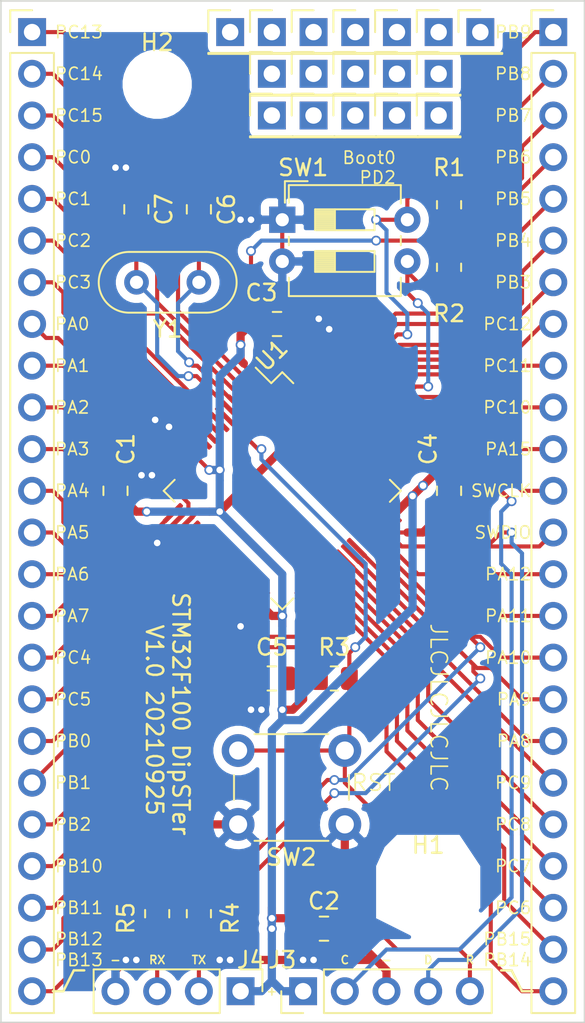
<source format=kicad_pcb>
(kicad_pcb (version 20171130) (host pcbnew "(5.1.10)-1")

  (general
    (thickness 1.6)
    (drawings 70)
    (tracks 575)
    (zones 0)
    (modules 39)
    (nets 58)
  )

  (page A4)
  (title_block
    (date "sam. 04 avril 2015")
  )

  (layers
    (0 F.Cu signal)
    (31 B.Cu signal)
    (32 B.Adhes user hide)
    (33 F.Adhes user)
    (34 B.Paste user hide)
    (35 F.Paste user hide)
    (36 B.SilkS user hide)
    (37 F.SilkS user)
    (38 B.Mask user hide)
    (39 F.Mask user hide)
    (40 Dwgs.User user hide)
    (41 Cmts.User user hide)
    (42 Eco1.User user hide)
    (43 Eco2.User user hide)
    (44 Edge.Cuts user)
    (45 Margin user hide)
    (46 B.CrtYd user hide)
    (47 F.CrtYd user hide)
    (48 B.Fab user hide)
    (49 F.Fab user hide)
  )

  (setup
    (last_trace_width 0.25)
    (user_trace_width 0.5)
    (trace_clearance 0.2)
    (zone_clearance 0.508)
    (zone_45_only no)
    (trace_min 0.05)
    (via_size 0.6)
    (via_drill 0.4)
    (via_min_size 0.4)
    (via_min_drill 0.3)
    (uvia_size 0.3)
    (uvia_drill 0.1)
    (uvias_allowed no)
    (uvia_min_size 0.2)
    (uvia_min_drill 0.1)
    (edge_width 0.1)
    (segment_width 0.15)
    (pcb_text_width 0.3)
    (pcb_text_size 1.5 1.5)
    (mod_edge_width 0.15)
    (mod_text_size 1 1)
    (mod_text_width 0.15)
    (pad_size 1.5 1.5)
    (pad_drill 0.6)
    (pad_to_mask_clearance 0)
    (aux_axis_origin 135.255 113.665)
    (grid_origin 137.16 81.28)
    (visible_elements 7FFFFFFF)
    (pcbplotparams
      (layerselection 0x010fc_ffffffff)
      (usegerberextensions true)
      (usegerberattributes true)
      (usegerberadvancedattributes true)
      (creategerberjobfile true)
      (excludeedgelayer true)
      (linewidth 0.100000)
      (plotframeref false)
      (viasonmask false)
      (mode 1)
      (useauxorigin false)
      (hpglpennumber 1)
      (hpglpenspeed 20)
      (hpglpendiameter 15.000000)
      (psnegative false)
      (psa4output false)
      (plotreference true)
      (plotvalue true)
      (plotinvisibletext false)
      (padsonsilk false)
      (subtractmaskfromsilk true)
      (outputformat 1)
      (mirror false)
      (drillshape 0)
      (scaleselection 1)
      (outputdirectory "stm32f100_dipster_gerbers/"))
  )

  (net 0 "")
  (net 1 GND)
  (net 2 +3V3)
  (net 3 /PB13)
  (net 4 /PB12)
  (net 5 /PB11)
  (net 6 /PB10)
  (net 7 /PB2)
  (net 8 /PB1)
  (net 9 /PB0)
  (net 10 /PC5)
  (net 11 /PC4)
  (net 12 /PA7)
  (net 13 /PA6)
  (net 14 /PA5)
  (net 15 /PA4)
  (net 16 /PA3)
  (net 17 /PA2)
  (net 18 /PA1)
  (net 19 /PA0)
  (net 20 /PC3)
  (net 21 /PC2)
  (net 22 /PC1)
  (net 23 /PC0)
  (net 24 /PC15)
  (net 25 /PC14)
  (net 26 /PC13)
  (net 27 /PB14)
  (net 28 /PB15)
  (net 29 /PC6)
  (net 30 /PC7)
  (net 31 /PC8)
  (net 32 /PC9)
  (net 33 /PA8)
  (net 34 /PA9)
  (net 35 /PA10)
  (net 36 /PA11)
  (net 37 /PA12)
  (net 38 /SWDIO)
  (net 39 /SWCLK)
  (net 40 /PA15)
  (net 41 /PC10)
  (net 42 /PC11)
  (net 43 /PC12)
  (net 44 /PB3)
  (net 45 /PB4)
  (net 46 /PB5)
  (net 47 /PB6)
  (net 48 /PB7)
  (net 49 /PB8)
  (net 50 /PB9)
  (net 51 /BOOT0)
  (net 52 /PD2)
  (net 53 /NRST)
  (net 54 /USART1_TX)
  (net 55 /USART1_RX)
  (net 56 /OSC_OUT)
  (net 57 /OSC_IN)

  (net_class Default "This is the default net class."
    (clearance 0.2)
    (trace_width 0.25)
    (via_dia 0.6)
    (via_drill 0.4)
    (uvia_dia 0.3)
    (uvia_drill 0.1)
    (add_net +3V3)
    (add_net /BOOT0)
    (add_net /NRST)
    (add_net /OSC_IN)
    (add_net /OSC_OUT)
    (add_net /PA0)
    (add_net /PA1)
    (add_net /PA10)
    (add_net /PA11)
    (add_net /PA12)
    (add_net /PA15)
    (add_net /PA2)
    (add_net /PA3)
    (add_net /PA4)
    (add_net /PA5)
    (add_net /PA6)
    (add_net /PA7)
    (add_net /PA8)
    (add_net /PA9)
    (add_net /PB0)
    (add_net /PB1)
    (add_net /PB10)
    (add_net /PB11)
    (add_net /PB12)
    (add_net /PB13)
    (add_net /PB14)
    (add_net /PB15)
    (add_net /PB2)
    (add_net /PB3)
    (add_net /PB4)
    (add_net /PB5)
    (add_net /PB6)
    (add_net /PB7)
    (add_net /PB8)
    (add_net /PB9)
    (add_net /PC0)
    (add_net /PC1)
    (add_net /PC10)
    (add_net /PC11)
    (add_net /PC12)
    (add_net /PC13)
    (add_net /PC14)
    (add_net /PC15)
    (add_net /PC2)
    (add_net /PC3)
    (add_net /PC4)
    (add_net /PC5)
    (add_net /PC6)
    (add_net /PC7)
    (add_net /PC8)
    (add_net /PC9)
    (add_net /PD2)
    (add_net /SWCLK)
    (add_net /SWDIO)
    (add_net /USART1_RX)
    (add_net /USART1_TX)
    (add_net GND)
  )

  (module Connector_PinHeader_2.54mm:PinHeader_1x01_P2.54mm_Vertical (layer F.Cu) (tedit 59FED5CC) (tstamp 614F51B2)
    (at 164.465 53.34)
    (descr "Through hole straight pin header, 1x01, 2.54mm pitch, single row")
    (tags "Through hole pin header THT 1x01 2.54mm single row")
    (fp_text reference REF** (at 0 -2.33) (layer F.SilkS) hide
      (effects (font (size 1 1) (thickness 0.15)))
    )
    (fp_text value PinHeader_1x01_P2.54mm_Vertical (at 0 2.33) (layer F.Fab) hide
      (effects (font (size 1 1) (thickness 0.15)))
    )
    (fp_line (start 1.8 -1.8) (end -1.8 -1.8) (layer F.CrtYd) (width 0.05))
    (fp_line (start 1.8 1.8) (end 1.8 -1.8) (layer F.CrtYd) (width 0.05))
    (fp_line (start -1.8 1.8) (end 1.8 1.8) (layer F.CrtYd) (width 0.05))
    (fp_line (start -1.8 -1.8) (end -1.8 1.8) (layer F.CrtYd) (width 0.05))
    (fp_line (start -1.33 -1.33) (end 0 -1.33) (layer F.SilkS) (width 0.12))
    (fp_line (start -1.33 0) (end -1.33 -1.33) (layer F.SilkS) (width 0.12))
    (fp_line (start -1.33 1.27) (end 1.33 1.27) (layer F.SilkS) (width 0.12))
    (fp_line (start 1.33 1.27) (end 1.33 1.33) (layer F.SilkS) (width 0.12))
    (fp_line (start -1.33 1.27) (end -1.33 1.33) (layer F.SilkS) (width 0.12))
    (fp_line (start -1.33 1.33) (end 1.33 1.33) (layer F.SilkS) (width 0.12))
    (fp_line (start -1.27 -0.635) (end -0.635 -1.27) (layer F.Fab) (width 0.1))
    (fp_line (start -1.27 1.27) (end -1.27 -0.635) (layer F.Fab) (width 0.1))
    (fp_line (start 1.27 1.27) (end -1.27 1.27) (layer F.Fab) (width 0.1))
    (fp_line (start 1.27 -1.27) (end 1.27 1.27) (layer F.Fab) (width 0.1))
    (fp_line (start -0.635 -1.27) (end 1.27 -1.27) (layer F.Fab) (width 0.1))
    (fp_text user %R (at 0 0 90) (layer F.Fab) hide
      (effects (font (size 1 1) (thickness 0.15)))
    )
    (pad 1 thru_hole rect (at 0 0) (size 1.7 1.7) (drill 1) (layers *.Cu *.Mask))
    (model ${KISYS3DMOD}/Connector_PinHeader_2.54mm.3dshapes/PinHeader_1x01_P2.54mm_Vertical.wrl
      (at (xyz 0 0 0))
      (scale (xyz 1 1 1))
      (rotate (xyz 0 0 0))
    )
  )

  (module Connector_PinHeader_2.54mm:PinHeader_1x01_P2.54mm_Vertical (layer F.Cu) (tedit 59FED5CC) (tstamp 614F518A)
    (at 149.225 53.34)
    (descr "Through hole straight pin header, 1x01, 2.54mm pitch, single row")
    (tags "Through hole pin header THT 1x01 2.54mm single row")
    (fp_text reference REF** (at 0 -2.33) (layer F.SilkS) hide
      (effects (font (size 1 1) (thickness 0.15)))
    )
    (fp_text value PinHeader_1x01_P2.54mm_Vertical (at 0 2.33) (layer F.Fab) hide
      (effects (font (size 1 1) (thickness 0.15)))
    )
    (fp_line (start -0.635 -1.27) (end 1.27 -1.27) (layer F.Fab) (width 0.1))
    (fp_line (start 1.27 -1.27) (end 1.27 1.27) (layer F.Fab) (width 0.1))
    (fp_line (start 1.27 1.27) (end -1.27 1.27) (layer F.Fab) (width 0.1))
    (fp_line (start -1.27 1.27) (end -1.27 -0.635) (layer F.Fab) (width 0.1))
    (fp_line (start -1.27 -0.635) (end -0.635 -1.27) (layer F.Fab) (width 0.1))
    (fp_line (start -1.33 1.33) (end 1.33 1.33) (layer F.SilkS) (width 0.12))
    (fp_line (start -1.33 1.27) (end -1.33 1.33) (layer F.SilkS) (width 0.12))
    (fp_line (start 1.33 1.27) (end 1.33 1.33) (layer F.SilkS) (width 0.12))
    (fp_line (start -1.33 1.27) (end 1.33 1.27) (layer F.SilkS) (width 0.12))
    (fp_line (start -1.33 0) (end -1.33 -1.33) (layer F.SilkS) (width 0.12))
    (fp_line (start -1.33 -1.33) (end 0 -1.33) (layer F.SilkS) (width 0.12))
    (fp_line (start -1.8 -1.8) (end -1.8 1.8) (layer F.CrtYd) (width 0.05))
    (fp_line (start -1.8 1.8) (end 1.8 1.8) (layer F.CrtYd) (width 0.05))
    (fp_line (start 1.8 1.8) (end 1.8 -1.8) (layer F.CrtYd) (width 0.05))
    (fp_line (start 1.8 -1.8) (end -1.8 -1.8) (layer F.CrtYd) (width 0.05))
    (fp_text user %R (at 0 0 90) (layer F.Fab) hide
      (effects (font (size 1 1) (thickness 0.15)))
    )
    (pad 1 thru_hole rect (at 0 0) (size 1.7 1.7) (drill 1) (layers *.Cu *.Mask))
    (model ${KISYS3DMOD}/Connector_PinHeader_2.54mm.3dshapes/PinHeader_1x01_P2.54mm_Vertical.wrl
      (at (xyz 0 0 0))
      (scale (xyz 1 1 1))
      (rotate (xyz 0 0 0))
    )
  )

  (module Connector_PinHeader_2.54mm:PinHeader_1x01_P2.54mm_Vertical (layer F.Cu) (tedit 59FED5CC) (tstamp 614F4F5C)
    (at 161.925 58.42)
    (descr "Through hole straight pin header, 1x01, 2.54mm pitch, single row")
    (tags "Through hole pin header THT 1x01 2.54mm single row")
    (fp_text reference REF** (at 0 -2.33) (layer F.SilkS) hide
      (effects (font (size 1 1) (thickness 0.15)))
    )
    (fp_text value PinHeader_1x01_P2.54mm_Vertical (at 0 2.33) (layer F.Fab) hide
      (effects (font (size 1 1) (thickness 0.15)))
    )
    (fp_line (start -0.635 -1.27) (end 1.27 -1.27) (layer F.Fab) (width 0.1))
    (fp_line (start 1.27 -1.27) (end 1.27 1.27) (layer F.Fab) (width 0.1))
    (fp_line (start 1.27 1.27) (end -1.27 1.27) (layer F.Fab) (width 0.1))
    (fp_line (start -1.27 1.27) (end -1.27 -0.635) (layer F.Fab) (width 0.1))
    (fp_line (start -1.27 -0.635) (end -0.635 -1.27) (layer F.Fab) (width 0.1))
    (fp_line (start -1.33 1.33) (end 1.33 1.33) (layer F.SilkS) (width 0.12))
    (fp_line (start -1.33 1.27) (end -1.33 1.33) (layer F.SilkS) (width 0.12))
    (fp_line (start 1.33 1.27) (end 1.33 1.33) (layer F.SilkS) (width 0.12))
    (fp_line (start -1.33 1.27) (end 1.33 1.27) (layer F.SilkS) (width 0.12))
    (fp_line (start -1.33 0) (end -1.33 -1.33) (layer F.SilkS) (width 0.12))
    (fp_line (start -1.33 -1.33) (end 0 -1.33) (layer F.SilkS) (width 0.12))
    (fp_line (start -1.8 -1.8) (end -1.8 1.8) (layer F.CrtYd) (width 0.05))
    (fp_line (start -1.8 1.8) (end 1.8 1.8) (layer F.CrtYd) (width 0.05))
    (fp_line (start 1.8 1.8) (end 1.8 -1.8) (layer F.CrtYd) (width 0.05))
    (fp_line (start 1.8 -1.8) (end -1.8 -1.8) (layer F.CrtYd) (width 0.05))
    (fp_text user %R (at 0 0 90) (layer F.Fab) hide
      (effects (font (size 1 1) (thickness 0.15)))
    )
    (pad 1 thru_hole rect (at 0 0) (size 1.7 1.7) (drill 1) (layers *.Cu *.Mask))
    (model ${KISYS3DMOD}/Connector_PinHeader_2.54mm.3dshapes/PinHeader_1x01_P2.54mm_Vertical.wrl
      (at (xyz 0 0 0))
      (scale (xyz 1 1 1))
      (rotate (xyz 0 0 0))
    )
  )

  (module Connector_PinHeader_2.54mm:PinHeader_1x01_P2.54mm_Vertical (layer F.Cu) (tedit 59FED5CC) (tstamp 614F4F34)
    (at 159.385 58.42)
    (descr "Through hole straight pin header, 1x01, 2.54mm pitch, single row")
    (tags "Through hole pin header THT 1x01 2.54mm single row")
    (fp_text reference REF** (at 0 -2.33) (layer F.SilkS) hide
      (effects (font (size 1 1) (thickness 0.15)))
    )
    (fp_text value PinHeader_1x01_P2.54mm_Vertical (at 0 2.33) (layer F.Fab) hide
      (effects (font (size 1 1) (thickness 0.15)))
    )
    (fp_line (start -0.635 -1.27) (end 1.27 -1.27) (layer F.Fab) (width 0.1))
    (fp_line (start 1.27 -1.27) (end 1.27 1.27) (layer F.Fab) (width 0.1))
    (fp_line (start 1.27 1.27) (end -1.27 1.27) (layer F.Fab) (width 0.1))
    (fp_line (start -1.27 1.27) (end -1.27 -0.635) (layer F.Fab) (width 0.1))
    (fp_line (start -1.27 -0.635) (end -0.635 -1.27) (layer F.Fab) (width 0.1))
    (fp_line (start -1.33 1.33) (end 1.33 1.33) (layer F.SilkS) (width 0.12))
    (fp_line (start -1.33 1.27) (end -1.33 1.33) (layer F.SilkS) (width 0.12))
    (fp_line (start 1.33 1.27) (end 1.33 1.33) (layer F.SilkS) (width 0.12))
    (fp_line (start -1.33 1.27) (end 1.33 1.27) (layer F.SilkS) (width 0.12))
    (fp_line (start -1.33 0) (end -1.33 -1.33) (layer F.SilkS) (width 0.12))
    (fp_line (start -1.33 -1.33) (end 0 -1.33) (layer F.SilkS) (width 0.12))
    (fp_line (start -1.8 -1.8) (end -1.8 1.8) (layer F.CrtYd) (width 0.05))
    (fp_line (start -1.8 1.8) (end 1.8 1.8) (layer F.CrtYd) (width 0.05))
    (fp_line (start 1.8 1.8) (end 1.8 -1.8) (layer F.CrtYd) (width 0.05))
    (fp_line (start 1.8 -1.8) (end -1.8 -1.8) (layer F.CrtYd) (width 0.05))
    (fp_text user %R (at 0 0 90) (layer F.Fab) hide
      (effects (font (size 1 1) (thickness 0.15)))
    )
    (pad 1 thru_hole rect (at 0 0) (size 1.7 1.7) (drill 1) (layers *.Cu *.Mask))
    (model ${KISYS3DMOD}/Connector_PinHeader_2.54mm.3dshapes/PinHeader_1x01_P2.54mm_Vertical.wrl
      (at (xyz 0 0 0))
      (scale (xyz 1 1 1))
      (rotate (xyz 0 0 0))
    )
  )

  (module Connector_PinHeader_2.54mm:PinHeader_1x01_P2.54mm_Vertical (layer F.Cu) (tedit 59FED5CC) (tstamp 614F4F0C)
    (at 156.845 58.42)
    (descr "Through hole straight pin header, 1x01, 2.54mm pitch, single row")
    (tags "Through hole pin header THT 1x01 2.54mm single row")
    (fp_text reference REF** (at 0 -2.33) (layer F.SilkS) hide
      (effects (font (size 1 1) (thickness 0.15)))
    )
    (fp_text value PinHeader_1x01_P2.54mm_Vertical (at 0 2.33) (layer F.Fab) hide
      (effects (font (size 1 1) (thickness 0.15)))
    )
    (fp_line (start -0.635 -1.27) (end 1.27 -1.27) (layer F.Fab) (width 0.1))
    (fp_line (start 1.27 -1.27) (end 1.27 1.27) (layer F.Fab) (width 0.1))
    (fp_line (start 1.27 1.27) (end -1.27 1.27) (layer F.Fab) (width 0.1))
    (fp_line (start -1.27 1.27) (end -1.27 -0.635) (layer F.Fab) (width 0.1))
    (fp_line (start -1.27 -0.635) (end -0.635 -1.27) (layer F.Fab) (width 0.1))
    (fp_line (start -1.33 1.33) (end 1.33 1.33) (layer F.SilkS) (width 0.12))
    (fp_line (start -1.33 1.27) (end -1.33 1.33) (layer F.SilkS) (width 0.12))
    (fp_line (start 1.33 1.27) (end 1.33 1.33) (layer F.SilkS) (width 0.12))
    (fp_line (start -1.33 1.27) (end 1.33 1.27) (layer F.SilkS) (width 0.12))
    (fp_line (start -1.33 0) (end -1.33 -1.33) (layer F.SilkS) (width 0.12))
    (fp_line (start -1.33 -1.33) (end 0 -1.33) (layer F.SilkS) (width 0.12))
    (fp_line (start -1.8 -1.8) (end -1.8 1.8) (layer F.CrtYd) (width 0.05))
    (fp_line (start -1.8 1.8) (end 1.8 1.8) (layer F.CrtYd) (width 0.05))
    (fp_line (start 1.8 1.8) (end 1.8 -1.8) (layer F.CrtYd) (width 0.05))
    (fp_line (start 1.8 -1.8) (end -1.8 -1.8) (layer F.CrtYd) (width 0.05))
    (fp_text user %R (at 0 0 90) (layer F.Fab) hide
      (effects (font (size 1 1) (thickness 0.15)))
    )
    (pad 1 thru_hole rect (at 0 0) (size 1.7 1.7) (drill 1) (layers *.Cu *.Mask))
    (model ${KISYS3DMOD}/Connector_PinHeader_2.54mm.3dshapes/PinHeader_1x01_P2.54mm_Vertical.wrl
      (at (xyz 0 0 0))
      (scale (xyz 1 1 1))
      (rotate (xyz 0 0 0))
    )
  )

  (module Connector_PinHeader_2.54mm:PinHeader_1x01_P2.54mm_Vertical (layer F.Cu) (tedit 59FED5CC) (tstamp 614F4EE4)
    (at 154.305 58.42)
    (descr "Through hole straight pin header, 1x01, 2.54mm pitch, single row")
    (tags "Through hole pin header THT 1x01 2.54mm single row")
    (fp_text reference REF** (at 0 -2.33) (layer F.SilkS) hide
      (effects (font (size 1 1) (thickness 0.15)))
    )
    (fp_text value PinHeader_1x01_P2.54mm_Vertical (at 0 2.33) (layer F.Fab) hide
      (effects (font (size 1 1) (thickness 0.15)))
    )
    (fp_line (start -0.635 -1.27) (end 1.27 -1.27) (layer F.Fab) (width 0.1))
    (fp_line (start 1.27 -1.27) (end 1.27 1.27) (layer F.Fab) (width 0.1))
    (fp_line (start 1.27 1.27) (end -1.27 1.27) (layer F.Fab) (width 0.1))
    (fp_line (start -1.27 1.27) (end -1.27 -0.635) (layer F.Fab) (width 0.1))
    (fp_line (start -1.27 -0.635) (end -0.635 -1.27) (layer F.Fab) (width 0.1))
    (fp_line (start -1.33 1.33) (end 1.33 1.33) (layer F.SilkS) (width 0.12))
    (fp_line (start -1.33 1.27) (end -1.33 1.33) (layer F.SilkS) (width 0.12))
    (fp_line (start 1.33 1.27) (end 1.33 1.33) (layer F.SilkS) (width 0.12))
    (fp_line (start -1.33 1.27) (end 1.33 1.27) (layer F.SilkS) (width 0.12))
    (fp_line (start -1.33 0) (end -1.33 -1.33) (layer F.SilkS) (width 0.12))
    (fp_line (start -1.33 -1.33) (end 0 -1.33) (layer F.SilkS) (width 0.12))
    (fp_line (start -1.8 -1.8) (end -1.8 1.8) (layer F.CrtYd) (width 0.05))
    (fp_line (start -1.8 1.8) (end 1.8 1.8) (layer F.CrtYd) (width 0.05))
    (fp_line (start 1.8 1.8) (end 1.8 -1.8) (layer F.CrtYd) (width 0.05))
    (fp_line (start 1.8 -1.8) (end -1.8 -1.8) (layer F.CrtYd) (width 0.05))
    (fp_text user %R (at 0 0 90) (layer F.Fab) hide
      (effects (font (size 1 1) (thickness 0.15)))
    )
    (pad 1 thru_hole rect (at 0 0) (size 1.7 1.7) (drill 1) (layers *.Cu *.Mask))
    (model ${KISYS3DMOD}/Connector_PinHeader_2.54mm.3dshapes/PinHeader_1x01_P2.54mm_Vertical.wrl
      (at (xyz 0 0 0))
      (scale (xyz 1 1 1))
      (rotate (xyz 0 0 0))
    )
  )

  (module Connector_PinHeader_2.54mm:PinHeader_1x01_P2.54mm_Vertical (layer F.Cu) (tedit 59FED5CC) (tstamp 614F4EBC)
    (at 151.765 58.42)
    (descr "Through hole straight pin header, 1x01, 2.54mm pitch, single row")
    (tags "Through hole pin header THT 1x01 2.54mm single row")
    (fp_text reference REF** (at 0 -2.33) (layer F.SilkS) hide
      (effects (font (size 1 1) (thickness 0.15)))
    )
    (fp_text value PinHeader_1x01_P2.54mm_Vertical (at 0 2.33) (layer F.Fab) hide
      (effects (font (size 1 1) (thickness 0.15)))
    )
    (fp_line (start -0.635 -1.27) (end 1.27 -1.27) (layer F.Fab) (width 0.1))
    (fp_line (start 1.27 -1.27) (end 1.27 1.27) (layer F.Fab) (width 0.1))
    (fp_line (start 1.27 1.27) (end -1.27 1.27) (layer F.Fab) (width 0.1))
    (fp_line (start -1.27 1.27) (end -1.27 -0.635) (layer F.Fab) (width 0.1))
    (fp_line (start -1.27 -0.635) (end -0.635 -1.27) (layer F.Fab) (width 0.1))
    (fp_line (start -1.33 1.33) (end 1.33 1.33) (layer F.SilkS) (width 0.12))
    (fp_line (start -1.33 1.27) (end -1.33 1.33) (layer F.SilkS) (width 0.12))
    (fp_line (start 1.33 1.27) (end 1.33 1.33) (layer F.SilkS) (width 0.12))
    (fp_line (start -1.33 1.27) (end 1.33 1.27) (layer F.SilkS) (width 0.12))
    (fp_line (start -1.33 0) (end -1.33 -1.33) (layer F.SilkS) (width 0.12))
    (fp_line (start -1.33 -1.33) (end 0 -1.33) (layer F.SilkS) (width 0.12))
    (fp_line (start -1.8 -1.8) (end -1.8 1.8) (layer F.CrtYd) (width 0.05))
    (fp_line (start -1.8 1.8) (end 1.8 1.8) (layer F.CrtYd) (width 0.05))
    (fp_line (start 1.8 1.8) (end 1.8 -1.8) (layer F.CrtYd) (width 0.05))
    (fp_line (start 1.8 -1.8) (end -1.8 -1.8) (layer F.CrtYd) (width 0.05))
    (fp_text user %R (at 0 0 90) (layer F.Fab) hide
      (effects (font (size 1 1) (thickness 0.15)))
    )
    (pad 1 thru_hole rect (at 0 0) (size 1.7 1.7) (drill 1) (layers *.Cu *.Mask))
    (model ${KISYS3DMOD}/Connector_PinHeader_2.54mm.3dshapes/PinHeader_1x01_P2.54mm_Vertical.wrl
      (at (xyz 0 0 0))
      (scale (xyz 1 1 1))
      (rotate (xyz 0 0 0))
    )
  )

  (module Connector_PinHeader_2.54mm:PinHeader_1x01_P2.54mm_Vertical (layer F.Cu) (tedit 59FED5CC) (tstamp 614F4E94)
    (at 161.925 55.88)
    (descr "Through hole straight pin header, 1x01, 2.54mm pitch, single row")
    (tags "Through hole pin header THT 1x01 2.54mm single row")
    (fp_text reference REF** (at 0 -2.33) (layer F.SilkS) hide
      (effects (font (size 1 1) (thickness 0.15)))
    )
    (fp_text value PinHeader_1x01_P2.54mm_Vertical (at 0 2.33) (layer F.Fab) hide
      (effects (font (size 1 1) (thickness 0.15)))
    )
    (fp_line (start -0.635 -1.27) (end 1.27 -1.27) (layer F.Fab) (width 0.1))
    (fp_line (start 1.27 -1.27) (end 1.27 1.27) (layer F.Fab) (width 0.1))
    (fp_line (start 1.27 1.27) (end -1.27 1.27) (layer F.Fab) (width 0.1))
    (fp_line (start -1.27 1.27) (end -1.27 -0.635) (layer F.Fab) (width 0.1))
    (fp_line (start -1.27 -0.635) (end -0.635 -1.27) (layer F.Fab) (width 0.1))
    (fp_line (start -1.33 1.33) (end 1.33 1.33) (layer F.SilkS) (width 0.12))
    (fp_line (start -1.33 1.27) (end -1.33 1.33) (layer F.SilkS) (width 0.12))
    (fp_line (start 1.33 1.27) (end 1.33 1.33) (layer F.SilkS) (width 0.12))
    (fp_line (start -1.33 1.27) (end 1.33 1.27) (layer F.SilkS) (width 0.12))
    (fp_line (start -1.33 0) (end -1.33 -1.33) (layer F.SilkS) (width 0.12))
    (fp_line (start -1.33 -1.33) (end 0 -1.33) (layer F.SilkS) (width 0.12))
    (fp_line (start -1.8 -1.8) (end -1.8 1.8) (layer F.CrtYd) (width 0.05))
    (fp_line (start -1.8 1.8) (end 1.8 1.8) (layer F.CrtYd) (width 0.05))
    (fp_line (start 1.8 1.8) (end 1.8 -1.8) (layer F.CrtYd) (width 0.05))
    (fp_line (start 1.8 -1.8) (end -1.8 -1.8) (layer F.CrtYd) (width 0.05))
    (fp_text user %R (at 0 0 90) (layer F.Fab) hide
      (effects (font (size 1 1) (thickness 0.15)))
    )
    (pad 1 thru_hole rect (at 0 0) (size 1.7 1.7) (drill 1) (layers *.Cu *.Mask))
    (model ${KISYS3DMOD}/Connector_PinHeader_2.54mm.3dshapes/PinHeader_1x01_P2.54mm_Vertical.wrl
      (at (xyz 0 0 0))
      (scale (xyz 1 1 1))
      (rotate (xyz 0 0 0))
    )
  )

  (module Connector_PinHeader_2.54mm:PinHeader_1x01_P2.54mm_Vertical (layer F.Cu) (tedit 59FED5CC) (tstamp 614F4E6C)
    (at 159.385 55.88)
    (descr "Through hole straight pin header, 1x01, 2.54mm pitch, single row")
    (tags "Through hole pin header THT 1x01 2.54mm single row")
    (fp_text reference REF** (at 0 -2.33) (layer F.SilkS) hide
      (effects (font (size 1 1) (thickness 0.15)))
    )
    (fp_text value PinHeader_1x01_P2.54mm_Vertical (at 0 2.33) (layer F.Fab) hide
      (effects (font (size 1 1) (thickness 0.15)))
    )
    (fp_line (start -0.635 -1.27) (end 1.27 -1.27) (layer F.Fab) (width 0.1))
    (fp_line (start 1.27 -1.27) (end 1.27 1.27) (layer F.Fab) (width 0.1))
    (fp_line (start 1.27 1.27) (end -1.27 1.27) (layer F.Fab) (width 0.1))
    (fp_line (start -1.27 1.27) (end -1.27 -0.635) (layer F.Fab) (width 0.1))
    (fp_line (start -1.27 -0.635) (end -0.635 -1.27) (layer F.Fab) (width 0.1))
    (fp_line (start -1.33 1.33) (end 1.33 1.33) (layer F.SilkS) (width 0.12))
    (fp_line (start -1.33 1.27) (end -1.33 1.33) (layer F.SilkS) (width 0.12))
    (fp_line (start 1.33 1.27) (end 1.33 1.33) (layer F.SilkS) (width 0.12))
    (fp_line (start -1.33 1.27) (end 1.33 1.27) (layer F.SilkS) (width 0.12))
    (fp_line (start -1.33 0) (end -1.33 -1.33) (layer F.SilkS) (width 0.12))
    (fp_line (start -1.33 -1.33) (end 0 -1.33) (layer F.SilkS) (width 0.12))
    (fp_line (start -1.8 -1.8) (end -1.8 1.8) (layer F.CrtYd) (width 0.05))
    (fp_line (start -1.8 1.8) (end 1.8 1.8) (layer F.CrtYd) (width 0.05))
    (fp_line (start 1.8 1.8) (end 1.8 -1.8) (layer F.CrtYd) (width 0.05))
    (fp_line (start 1.8 -1.8) (end -1.8 -1.8) (layer F.CrtYd) (width 0.05))
    (fp_text user %R (at 0 0 90) (layer F.Fab) hide
      (effects (font (size 1 1) (thickness 0.15)))
    )
    (pad 1 thru_hole rect (at 0 0) (size 1.7 1.7) (drill 1) (layers *.Cu *.Mask))
    (model ${KISYS3DMOD}/Connector_PinHeader_2.54mm.3dshapes/PinHeader_1x01_P2.54mm_Vertical.wrl
      (at (xyz 0 0 0))
      (scale (xyz 1 1 1))
      (rotate (xyz 0 0 0))
    )
  )

  (module Connector_PinHeader_2.54mm:PinHeader_1x01_P2.54mm_Vertical (layer F.Cu) (tedit 59FED5CC) (tstamp 614F4E44)
    (at 156.845 55.88)
    (descr "Through hole straight pin header, 1x01, 2.54mm pitch, single row")
    (tags "Through hole pin header THT 1x01 2.54mm single row")
    (fp_text reference REF** (at 0 -2.33) (layer F.SilkS) hide
      (effects (font (size 1 1) (thickness 0.15)))
    )
    (fp_text value PinHeader_1x01_P2.54mm_Vertical (at 0 2.33) (layer F.Fab) hide
      (effects (font (size 1 1) (thickness 0.15)))
    )
    (fp_line (start -0.635 -1.27) (end 1.27 -1.27) (layer F.Fab) (width 0.1))
    (fp_line (start 1.27 -1.27) (end 1.27 1.27) (layer F.Fab) (width 0.1))
    (fp_line (start 1.27 1.27) (end -1.27 1.27) (layer F.Fab) (width 0.1))
    (fp_line (start -1.27 1.27) (end -1.27 -0.635) (layer F.Fab) (width 0.1))
    (fp_line (start -1.27 -0.635) (end -0.635 -1.27) (layer F.Fab) (width 0.1))
    (fp_line (start -1.33 1.33) (end 1.33 1.33) (layer F.SilkS) (width 0.12))
    (fp_line (start -1.33 1.27) (end -1.33 1.33) (layer F.SilkS) (width 0.12))
    (fp_line (start 1.33 1.27) (end 1.33 1.33) (layer F.SilkS) (width 0.12))
    (fp_line (start -1.33 1.27) (end 1.33 1.27) (layer F.SilkS) (width 0.12))
    (fp_line (start -1.33 0) (end -1.33 -1.33) (layer F.SilkS) (width 0.12))
    (fp_line (start -1.33 -1.33) (end 0 -1.33) (layer F.SilkS) (width 0.12))
    (fp_line (start -1.8 -1.8) (end -1.8 1.8) (layer F.CrtYd) (width 0.05))
    (fp_line (start -1.8 1.8) (end 1.8 1.8) (layer F.CrtYd) (width 0.05))
    (fp_line (start 1.8 1.8) (end 1.8 -1.8) (layer F.CrtYd) (width 0.05))
    (fp_line (start 1.8 -1.8) (end -1.8 -1.8) (layer F.CrtYd) (width 0.05))
    (fp_text user %R (at 0 0 90) (layer F.Fab) hide
      (effects (font (size 1 1) (thickness 0.15)))
    )
    (pad 1 thru_hole rect (at 0 0) (size 1.7 1.7) (drill 1) (layers *.Cu *.Mask))
    (model ${KISYS3DMOD}/Connector_PinHeader_2.54mm.3dshapes/PinHeader_1x01_P2.54mm_Vertical.wrl
      (at (xyz 0 0 0))
      (scale (xyz 1 1 1))
      (rotate (xyz 0 0 0))
    )
  )

  (module Connector_PinHeader_2.54mm:PinHeader_1x01_P2.54mm_Vertical (layer F.Cu) (tedit 59FED5CC) (tstamp 614F4E1C)
    (at 154.305 55.88)
    (descr "Through hole straight pin header, 1x01, 2.54mm pitch, single row")
    (tags "Through hole pin header THT 1x01 2.54mm single row")
    (fp_text reference REF** (at 0 -2.33) (layer F.SilkS) hide
      (effects (font (size 1 1) (thickness 0.15)))
    )
    (fp_text value PinHeader_1x01_P2.54mm_Vertical (at 0 2.33) (layer F.Fab) hide
      (effects (font (size 1 1) (thickness 0.15)))
    )
    (fp_line (start -0.635 -1.27) (end 1.27 -1.27) (layer F.Fab) (width 0.1))
    (fp_line (start 1.27 -1.27) (end 1.27 1.27) (layer F.Fab) (width 0.1))
    (fp_line (start 1.27 1.27) (end -1.27 1.27) (layer F.Fab) (width 0.1))
    (fp_line (start -1.27 1.27) (end -1.27 -0.635) (layer F.Fab) (width 0.1))
    (fp_line (start -1.27 -0.635) (end -0.635 -1.27) (layer F.Fab) (width 0.1))
    (fp_line (start -1.33 1.33) (end 1.33 1.33) (layer F.SilkS) (width 0.12))
    (fp_line (start -1.33 1.27) (end -1.33 1.33) (layer F.SilkS) (width 0.12))
    (fp_line (start 1.33 1.27) (end 1.33 1.33) (layer F.SilkS) (width 0.12))
    (fp_line (start -1.33 1.27) (end 1.33 1.27) (layer F.SilkS) (width 0.12))
    (fp_line (start -1.33 0) (end -1.33 -1.33) (layer F.SilkS) (width 0.12))
    (fp_line (start -1.33 -1.33) (end 0 -1.33) (layer F.SilkS) (width 0.12))
    (fp_line (start -1.8 -1.8) (end -1.8 1.8) (layer F.CrtYd) (width 0.05))
    (fp_line (start -1.8 1.8) (end 1.8 1.8) (layer F.CrtYd) (width 0.05))
    (fp_line (start 1.8 1.8) (end 1.8 -1.8) (layer F.CrtYd) (width 0.05))
    (fp_line (start 1.8 -1.8) (end -1.8 -1.8) (layer F.CrtYd) (width 0.05))
    (fp_text user %R (at 0 0 90) (layer F.Fab) hide
      (effects (font (size 1 1) (thickness 0.15)))
    )
    (pad 1 thru_hole rect (at 0 0) (size 1.7 1.7) (drill 1) (layers *.Cu *.Mask))
    (model ${KISYS3DMOD}/Connector_PinHeader_2.54mm.3dshapes/PinHeader_1x01_P2.54mm_Vertical.wrl
      (at (xyz 0 0 0))
      (scale (xyz 1 1 1))
      (rotate (xyz 0 0 0))
    )
  )

  (module Connector_PinHeader_2.54mm:PinHeader_1x01_P2.54mm_Vertical (layer F.Cu) (tedit 59FED5CC) (tstamp 614F4DF4)
    (at 151.765 55.88)
    (descr "Through hole straight pin header, 1x01, 2.54mm pitch, single row")
    (tags "Through hole pin header THT 1x01 2.54mm single row")
    (fp_text reference REF** (at 0 -2.33) (layer F.SilkS) hide
      (effects (font (size 1 1) (thickness 0.15)))
    )
    (fp_text value PinHeader_1x01_P2.54mm_Vertical (at 0 2.33) (layer F.Fab) hide
      (effects (font (size 1 1) (thickness 0.15)))
    )
    (fp_line (start -0.635 -1.27) (end 1.27 -1.27) (layer F.Fab) (width 0.1))
    (fp_line (start 1.27 -1.27) (end 1.27 1.27) (layer F.Fab) (width 0.1))
    (fp_line (start 1.27 1.27) (end -1.27 1.27) (layer F.Fab) (width 0.1))
    (fp_line (start -1.27 1.27) (end -1.27 -0.635) (layer F.Fab) (width 0.1))
    (fp_line (start -1.27 -0.635) (end -0.635 -1.27) (layer F.Fab) (width 0.1))
    (fp_line (start -1.33 1.33) (end 1.33 1.33) (layer F.SilkS) (width 0.12))
    (fp_line (start -1.33 1.27) (end -1.33 1.33) (layer F.SilkS) (width 0.12))
    (fp_line (start 1.33 1.27) (end 1.33 1.33) (layer F.SilkS) (width 0.12))
    (fp_line (start -1.33 1.27) (end 1.33 1.27) (layer F.SilkS) (width 0.12))
    (fp_line (start -1.33 0) (end -1.33 -1.33) (layer F.SilkS) (width 0.12))
    (fp_line (start -1.33 -1.33) (end 0 -1.33) (layer F.SilkS) (width 0.12))
    (fp_line (start -1.8 -1.8) (end -1.8 1.8) (layer F.CrtYd) (width 0.05))
    (fp_line (start -1.8 1.8) (end 1.8 1.8) (layer F.CrtYd) (width 0.05))
    (fp_line (start 1.8 1.8) (end 1.8 -1.8) (layer F.CrtYd) (width 0.05))
    (fp_line (start 1.8 -1.8) (end -1.8 -1.8) (layer F.CrtYd) (width 0.05))
    (fp_text user %R (at 0 0 90) (layer F.Fab) hide
      (effects (font (size 1 1) (thickness 0.15)))
    )
    (pad 1 thru_hole rect (at 0 0) (size 1.7 1.7) (drill 1) (layers *.Cu *.Mask))
    (model ${KISYS3DMOD}/Connector_PinHeader_2.54mm.3dshapes/PinHeader_1x01_P2.54mm_Vertical.wrl
      (at (xyz 0 0 0))
      (scale (xyz 1 1 1))
      (rotate (xyz 0 0 0))
    )
  )

  (module Connector_PinHeader_2.54mm:PinHeader_1x01_P2.54mm_Vertical (layer F.Cu) (tedit 59FED5CC) (tstamp 614F4DCC)
    (at 161.925 53.34)
    (descr "Through hole straight pin header, 1x01, 2.54mm pitch, single row")
    (tags "Through hole pin header THT 1x01 2.54mm single row")
    (fp_text reference REF** (at 0 -2.33) (layer F.SilkS) hide
      (effects (font (size 1 1) (thickness 0.15)))
    )
    (fp_text value PinHeader_1x01_P2.54mm_Vertical (at 0 2.33) (layer F.Fab) hide
      (effects (font (size 1 1) (thickness 0.15)))
    )
    (fp_line (start -0.635 -1.27) (end 1.27 -1.27) (layer F.Fab) (width 0.1))
    (fp_line (start 1.27 -1.27) (end 1.27 1.27) (layer F.Fab) (width 0.1))
    (fp_line (start 1.27 1.27) (end -1.27 1.27) (layer F.Fab) (width 0.1))
    (fp_line (start -1.27 1.27) (end -1.27 -0.635) (layer F.Fab) (width 0.1))
    (fp_line (start -1.27 -0.635) (end -0.635 -1.27) (layer F.Fab) (width 0.1))
    (fp_line (start -1.33 1.33) (end 1.33 1.33) (layer F.SilkS) (width 0.12))
    (fp_line (start -1.33 1.27) (end -1.33 1.33) (layer F.SilkS) (width 0.12))
    (fp_line (start 1.33 1.27) (end 1.33 1.33) (layer F.SilkS) (width 0.12))
    (fp_line (start -1.33 1.27) (end 1.33 1.27) (layer F.SilkS) (width 0.12))
    (fp_line (start -1.33 0) (end -1.33 -1.33) (layer F.SilkS) (width 0.12))
    (fp_line (start -1.33 -1.33) (end 0 -1.33) (layer F.SilkS) (width 0.12))
    (fp_line (start -1.8 -1.8) (end -1.8 1.8) (layer F.CrtYd) (width 0.05))
    (fp_line (start -1.8 1.8) (end 1.8 1.8) (layer F.CrtYd) (width 0.05))
    (fp_line (start 1.8 1.8) (end 1.8 -1.8) (layer F.CrtYd) (width 0.05))
    (fp_line (start 1.8 -1.8) (end -1.8 -1.8) (layer F.CrtYd) (width 0.05))
    (fp_text user %R (at 0 0 90) (layer F.Fab) hide
      (effects (font (size 1 1) (thickness 0.15)))
    )
    (pad 1 thru_hole rect (at 0 0) (size 1.7 1.7) (drill 1) (layers *.Cu *.Mask))
    (model ${KISYS3DMOD}/Connector_PinHeader_2.54mm.3dshapes/PinHeader_1x01_P2.54mm_Vertical.wrl
      (at (xyz 0 0 0))
      (scale (xyz 1 1 1))
      (rotate (xyz 0 0 0))
    )
  )

  (module Connector_PinHeader_2.54mm:PinHeader_1x01_P2.54mm_Vertical (layer F.Cu) (tedit 59FED5CC) (tstamp 614F4DA4)
    (at 159.385 53.34)
    (descr "Through hole straight pin header, 1x01, 2.54mm pitch, single row")
    (tags "Through hole pin header THT 1x01 2.54mm single row")
    (fp_text reference REF** (at 0 -2.33) (layer F.SilkS) hide
      (effects (font (size 1 1) (thickness 0.15)))
    )
    (fp_text value PinHeader_1x01_P2.54mm_Vertical (at 0 2.33) (layer F.Fab) hide
      (effects (font (size 1 1) (thickness 0.15)))
    )
    (fp_line (start -0.635 -1.27) (end 1.27 -1.27) (layer F.Fab) (width 0.1))
    (fp_line (start 1.27 -1.27) (end 1.27 1.27) (layer F.Fab) (width 0.1))
    (fp_line (start 1.27 1.27) (end -1.27 1.27) (layer F.Fab) (width 0.1))
    (fp_line (start -1.27 1.27) (end -1.27 -0.635) (layer F.Fab) (width 0.1))
    (fp_line (start -1.27 -0.635) (end -0.635 -1.27) (layer F.Fab) (width 0.1))
    (fp_line (start -1.33 1.33) (end 1.33 1.33) (layer F.SilkS) (width 0.12))
    (fp_line (start -1.33 1.27) (end -1.33 1.33) (layer F.SilkS) (width 0.12))
    (fp_line (start 1.33 1.27) (end 1.33 1.33) (layer F.SilkS) (width 0.12))
    (fp_line (start -1.33 1.27) (end 1.33 1.27) (layer F.SilkS) (width 0.12))
    (fp_line (start -1.33 0) (end -1.33 -1.33) (layer F.SilkS) (width 0.12))
    (fp_line (start -1.33 -1.33) (end 0 -1.33) (layer F.SilkS) (width 0.12))
    (fp_line (start -1.8 -1.8) (end -1.8 1.8) (layer F.CrtYd) (width 0.05))
    (fp_line (start -1.8 1.8) (end 1.8 1.8) (layer F.CrtYd) (width 0.05))
    (fp_line (start 1.8 1.8) (end 1.8 -1.8) (layer F.CrtYd) (width 0.05))
    (fp_line (start 1.8 -1.8) (end -1.8 -1.8) (layer F.CrtYd) (width 0.05))
    (fp_text user %R (at 0 0 90) (layer F.Fab) hide
      (effects (font (size 1 1) (thickness 0.15)))
    )
    (pad 1 thru_hole rect (at 0 0) (size 1.7 1.7) (drill 1) (layers *.Cu *.Mask))
    (model ${KISYS3DMOD}/Connector_PinHeader_2.54mm.3dshapes/PinHeader_1x01_P2.54mm_Vertical.wrl
      (at (xyz 0 0 0))
      (scale (xyz 1 1 1))
      (rotate (xyz 0 0 0))
    )
  )

  (module Connector_PinHeader_2.54mm:PinHeader_1x01_P2.54mm_Vertical (layer F.Cu) (tedit 59FED5CC) (tstamp 614F4D7C)
    (at 156.845 53.34)
    (descr "Through hole straight pin header, 1x01, 2.54mm pitch, single row")
    (tags "Through hole pin header THT 1x01 2.54mm single row")
    (fp_text reference REF** (at 0 -2.33) (layer F.SilkS) hide
      (effects (font (size 1 1) (thickness 0.15)))
    )
    (fp_text value PinHeader_1x01_P2.54mm_Vertical (at 0 2.33) (layer F.Fab) hide
      (effects (font (size 1 1) (thickness 0.15)))
    )
    (fp_line (start -0.635 -1.27) (end 1.27 -1.27) (layer F.Fab) (width 0.1))
    (fp_line (start 1.27 -1.27) (end 1.27 1.27) (layer F.Fab) (width 0.1))
    (fp_line (start 1.27 1.27) (end -1.27 1.27) (layer F.Fab) (width 0.1))
    (fp_line (start -1.27 1.27) (end -1.27 -0.635) (layer F.Fab) (width 0.1))
    (fp_line (start -1.27 -0.635) (end -0.635 -1.27) (layer F.Fab) (width 0.1))
    (fp_line (start -1.33 1.33) (end 1.33 1.33) (layer F.SilkS) (width 0.12))
    (fp_line (start -1.33 1.27) (end -1.33 1.33) (layer F.SilkS) (width 0.12))
    (fp_line (start 1.33 1.27) (end 1.33 1.33) (layer F.SilkS) (width 0.12))
    (fp_line (start -1.33 1.27) (end 1.33 1.27) (layer F.SilkS) (width 0.12))
    (fp_line (start -1.33 0) (end -1.33 -1.33) (layer F.SilkS) (width 0.12))
    (fp_line (start -1.33 -1.33) (end 0 -1.33) (layer F.SilkS) (width 0.12))
    (fp_line (start -1.8 -1.8) (end -1.8 1.8) (layer F.CrtYd) (width 0.05))
    (fp_line (start -1.8 1.8) (end 1.8 1.8) (layer F.CrtYd) (width 0.05))
    (fp_line (start 1.8 1.8) (end 1.8 -1.8) (layer F.CrtYd) (width 0.05))
    (fp_line (start 1.8 -1.8) (end -1.8 -1.8) (layer F.CrtYd) (width 0.05))
    (fp_text user %R (at 0 0 90) (layer F.Fab) hide
      (effects (font (size 1 1) (thickness 0.15)))
    )
    (pad 1 thru_hole rect (at 0 0) (size 1.7 1.7) (drill 1) (layers *.Cu *.Mask))
    (model ${KISYS3DMOD}/Connector_PinHeader_2.54mm.3dshapes/PinHeader_1x01_P2.54mm_Vertical.wrl
      (at (xyz 0 0 0))
      (scale (xyz 1 1 1))
      (rotate (xyz 0 0 0))
    )
  )

  (module Connector_PinHeader_2.54mm:PinHeader_1x01_P2.54mm_Vertical (layer F.Cu) (tedit 59FED5CC) (tstamp 614F4D54)
    (at 154.305 53.34)
    (descr "Through hole straight pin header, 1x01, 2.54mm pitch, single row")
    (tags "Through hole pin header THT 1x01 2.54mm single row")
    (fp_text reference REF** (at 0 -2.33) (layer F.SilkS) hide
      (effects (font (size 1 1) (thickness 0.15)))
    )
    (fp_text value PinHeader_1x01_P2.54mm_Vertical (at 0 2.33) (layer F.Fab) hide
      (effects (font (size 1 1) (thickness 0.15)))
    )
    (fp_line (start -0.635 -1.27) (end 1.27 -1.27) (layer F.Fab) (width 0.1))
    (fp_line (start 1.27 -1.27) (end 1.27 1.27) (layer F.Fab) (width 0.1))
    (fp_line (start 1.27 1.27) (end -1.27 1.27) (layer F.Fab) (width 0.1))
    (fp_line (start -1.27 1.27) (end -1.27 -0.635) (layer F.Fab) (width 0.1))
    (fp_line (start -1.27 -0.635) (end -0.635 -1.27) (layer F.Fab) (width 0.1))
    (fp_line (start -1.33 1.33) (end 1.33 1.33) (layer F.SilkS) (width 0.12))
    (fp_line (start -1.33 1.27) (end -1.33 1.33) (layer F.SilkS) (width 0.12))
    (fp_line (start 1.33 1.27) (end 1.33 1.33) (layer F.SilkS) (width 0.12))
    (fp_line (start -1.33 1.27) (end 1.33 1.27) (layer F.SilkS) (width 0.12))
    (fp_line (start -1.33 0) (end -1.33 -1.33) (layer F.SilkS) (width 0.12))
    (fp_line (start -1.33 -1.33) (end 0 -1.33) (layer F.SilkS) (width 0.12))
    (fp_line (start -1.8 -1.8) (end -1.8 1.8) (layer F.CrtYd) (width 0.05))
    (fp_line (start -1.8 1.8) (end 1.8 1.8) (layer F.CrtYd) (width 0.05))
    (fp_line (start 1.8 1.8) (end 1.8 -1.8) (layer F.CrtYd) (width 0.05))
    (fp_line (start 1.8 -1.8) (end -1.8 -1.8) (layer F.CrtYd) (width 0.05))
    (fp_text user %R (at 0 0 90) (layer F.Fab) hide
      (effects (font (size 1 1) (thickness 0.15)))
    )
    (pad 1 thru_hole rect (at 0 0) (size 1.7 1.7) (drill 1) (layers *.Cu *.Mask))
    (model ${KISYS3DMOD}/Connector_PinHeader_2.54mm.3dshapes/PinHeader_1x01_P2.54mm_Vertical.wrl
      (at (xyz 0 0 0))
      (scale (xyz 1 1 1))
      (rotate (xyz 0 0 0))
    )
  )

  (module Connector_PinHeader_2.54mm:PinHeader_1x01_P2.54mm_Vertical (layer F.Cu) (tedit 59FED5CC) (tstamp 614F46AB)
    (at 151.765 53.34)
    (descr "Through hole straight pin header, 1x01, 2.54mm pitch, single row")
    (tags "Through hole pin header THT 1x01 2.54mm single row")
    (fp_text reference REF** (at 0 -2.33) (layer F.SilkS) hide
      (effects (font (size 1 1) (thickness 0.15)))
    )
    (fp_text value PinHeader_1x01_P2.54mm_Vertical (at 0 2.33) (layer F.Fab) hide
      (effects (font (size 1 1) (thickness 0.15)))
    )
    (fp_line (start 1.8 -1.8) (end -1.8 -1.8) (layer F.CrtYd) (width 0.05))
    (fp_line (start 1.8 1.8) (end 1.8 -1.8) (layer F.CrtYd) (width 0.05))
    (fp_line (start -1.8 1.8) (end 1.8 1.8) (layer F.CrtYd) (width 0.05))
    (fp_line (start -1.8 -1.8) (end -1.8 1.8) (layer F.CrtYd) (width 0.05))
    (fp_line (start -1.33 -1.33) (end 0 -1.33) (layer F.SilkS) (width 0.12))
    (fp_line (start -1.33 0) (end -1.33 -1.33) (layer F.SilkS) (width 0.12))
    (fp_line (start -1.33 1.27) (end 1.33 1.27) (layer F.SilkS) (width 0.12))
    (fp_line (start 1.33 1.27) (end 1.33 1.33) (layer F.SilkS) (width 0.12))
    (fp_line (start -1.33 1.27) (end -1.33 1.33) (layer F.SilkS) (width 0.12))
    (fp_line (start -1.33 1.33) (end 1.33 1.33) (layer F.SilkS) (width 0.12))
    (fp_line (start -1.27 -0.635) (end -0.635 -1.27) (layer F.Fab) (width 0.1))
    (fp_line (start -1.27 1.27) (end -1.27 -0.635) (layer F.Fab) (width 0.1))
    (fp_line (start 1.27 1.27) (end -1.27 1.27) (layer F.Fab) (width 0.1))
    (fp_line (start 1.27 -1.27) (end 1.27 1.27) (layer F.Fab) (width 0.1))
    (fp_line (start -0.635 -1.27) (end 1.27 -1.27) (layer F.Fab) (width 0.1))
    (fp_text user %R (at 0 0 90) (layer F.Fab) hide
      (effects (font (size 1 1) (thickness 0.15)))
    )
    (pad 1 thru_hole rect (at 0 0) (size 1.7 1.7) (drill 1) (layers *.Cu *.Mask))
    (model ${KISYS3DMOD}/Connector_PinHeader_2.54mm.3dshapes/PinHeader_1x01_P2.54mm_Vertical.wrl
      (at (xyz 0 0 0))
      (scale (xyz 1 1 1))
      (rotate (xyz 0 0 0))
    )
  )

  (module Package_QFP:LQFP-64_10x10mm_P0.5mm (layer F.Cu) (tedit 5D9F72AF) (tstamp 614D7F32)
    (at 152.4 81.28 315)
    (descr "LQFP, 64 Pin (https://www.analog.com/media/en/technical-documentation/data-sheets/ad7606_7606-6_7606-4.pdf), generated with kicad-footprint-generator ipc_gullwing_generator.py")
    (tags "LQFP QFP")
    (path /614BAA8C)
    (attr smd)
    (fp_text reference U1 (at -6.286179 -5.388154 225) (layer F.SilkS)
      (effects (font (size 1 1) (thickness 0.15)))
    )
    (fp_text value STM32F100R6Tx (at 0 7.4 135) (layer F.Fab)
      (effects (font (size 1 1) (thickness 0.15)))
    )
    (fp_line (start 6.7 4.15) (end 6.7 0) (layer F.CrtYd) (width 0.05))
    (fp_line (start 5.25 4.15) (end 6.7 4.15) (layer F.CrtYd) (width 0.05))
    (fp_line (start 5.25 5.25) (end 5.25 4.15) (layer F.CrtYd) (width 0.05))
    (fp_line (start 4.15 5.25) (end 5.25 5.25) (layer F.CrtYd) (width 0.05))
    (fp_line (start 4.15 6.7) (end 4.15 5.25) (layer F.CrtYd) (width 0.05))
    (fp_line (start 0 6.7) (end 4.15 6.7) (layer F.CrtYd) (width 0.05))
    (fp_line (start -6.7 4.15) (end -6.7 0) (layer F.CrtYd) (width 0.05))
    (fp_line (start -5.25 4.15) (end -6.7 4.15) (layer F.CrtYd) (width 0.05))
    (fp_line (start -5.25 5.25) (end -5.25 4.15) (layer F.CrtYd) (width 0.05))
    (fp_line (start -4.15 5.25) (end -5.25 5.25) (layer F.CrtYd) (width 0.05))
    (fp_line (start -4.15 6.7) (end -4.15 5.25) (layer F.CrtYd) (width 0.05))
    (fp_line (start 0 6.7) (end -4.15 6.7) (layer F.CrtYd) (width 0.05))
    (fp_line (start 6.7 -4.15) (end 6.7 0) (layer F.CrtYd) (width 0.05))
    (fp_line (start 5.25 -4.15) (end 6.7 -4.15) (layer F.CrtYd) (width 0.05))
    (fp_line (start 5.25 -5.25) (end 5.25 -4.15) (layer F.CrtYd) (width 0.05))
    (fp_line (start 4.15 -5.25) (end 5.25 -5.25) (layer F.CrtYd) (width 0.05))
    (fp_line (start 4.15 -6.7) (end 4.15 -5.25) (layer F.CrtYd) (width 0.05))
    (fp_line (start 0 -6.7) (end 4.15 -6.7) (layer F.CrtYd) (width 0.05))
    (fp_line (start -6.7 -4.15) (end -6.7 0) (layer F.CrtYd) (width 0.05))
    (fp_line (start -5.25 -4.15) (end -6.7 -4.15) (layer F.CrtYd) (width 0.05))
    (fp_line (start -5.25 -5.25) (end -5.25 -4.15) (layer F.CrtYd) (width 0.05))
    (fp_line (start -4.15 -5.25) (end -5.25 -5.25) (layer F.CrtYd) (width 0.05))
    (fp_line (start -4.15 -6.7) (end -4.15 -5.25) (layer F.CrtYd) (width 0.05))
    (fp_line (start 0 -6.7) (end -4.15 -6.7) (layer F.CrtYd) (width 0.05))
    (fp_line (start -5 -4) (end -4 -5) (layer F.Fab) (width 0.1))
    (fp_line (start -5 5) (end -5 -4) (layer F.Fab) (width 0.1))
    (fp_line (start 5 5) (end -5 5) (layer F.Fab) (width 0.1))
    (fp_line (start 5 -5) (end 5 5) (layer F.Fab) (width 0.1))
    (fp_line (start -4 -5) (end 5 -5) (layer F.Fab) (width 0.1))
    (fp_line (start -5.11 -4.16) (end -6.45 -4.16) (layer F.SilkS) (width 0.12))
    (fp_line (start -5.11 -5.11) (end -5.11 -4.16) (layer F.SilkS) (width 0.12))
    (fp_line (start -4.16 -5.11) (end -5.11 -5.11) (layer F.SilkS) (width 0.12))
    (fp_line (start 5.11 -5.11) (end 5.11 -4.16) (layer F.SilkS) (width 0.12))
    (fp_line (start 4.16 -5.11) (end 5.11 -5.11) (layer F.SilkS) (width 0.12))
    (fp_line (start -5.11 5.11) (end -5.11 4.16) (layer F.SilkS) (width 0.12))
    (fp_line (start -4.16 5.11) (end -5.11 5.11) (layer F.SilkS) (width 0.12))
    (fp_line (start 5.11 5.11) (end 5.11 4.16) (layer F.SilkS) (width 0.12))
    (fp_line (start 4.16 5.11) (end 5.11 5.11) (layer F.SilkS) (width 0.12))
    (fp_text user %R (at 0 0 135) (layer F.Fab)
      (effects (font (size 1 1) (thickness 0.15)))
    )
    (pad 64 smd roundrect (at -3.75 -5.675 315) (size 0.3 1.55) (layers F.Cu F.Paste F.Mask) (roundrect_rratio 0.25)
      (net 2 +3V3))
    (pad 63 smd roundrect (at -3.25 -5.675 315) (size 0.3 1.55) (layers F.Cu F.Paste F.Mask) (roundrect_rratio 0.25)
      (net 1 GND))
    (pad 62 smd roundrect (at -2.75 -5.675 315) (size 0.3 1.55) (layers F.Cu F.Paste F.Mask) (roundrect_rratio 0.25)
      (net 50 /PB9))
    (pad 61 smd roundrect (at -2.25 -5.675 315) (size 0.3 1.55) (layers F.Cu F.Paste F.Mask) (roundrect_rratio 0.25)
      (net 49 /PB8))
    (pad 60 smd roundrect (at -1.75 -5.675 315) (size 0.3 1.55) (layers F.Cu F.Paste F.Mask) (roundrect_rratio 0.25)
      (net 51 /BOOT0))
    (pad 59 smd roundrect (at -1.25 -5.675 315) (size 0.3 1.55) (layers F.Cu F.Paste F.Mask) (roundrect_rratio 0.25)
      (net 48 /PB7))
    (pad 58 smd roundrect (at -0.75 -5.675 315) (size 0.3 1.55) (layers F.Cu F.Paste F.Mask) (roundrect_rratio 0.25)
      (net 47 /PB6))
    (pad 57 smd roundrect (at -0.25 -5.675 315) (size 0.3 1.55) (layers F.Cu F.Paste F.Mask) (roundrect_rratio 0.25)
      (net 46 /PB5))
    (pad 56 smd roundrect (at 0.25 -5.675 315) (size 0.3 1.55) (layers F.Cu F.Paste F.Mask) (roundrect_rratio 0.25)
      (net 45 /PB4))
    (pad 55 smd roundrect (at 0.75 -5.675 315) (size 0.3 1.55) (layers F.Cu F.Paste F.Mask) (roundrect_rratio 0.25)
      (net 44 /PB3))
    (pad 54 smd roundrect (at 1.25 -5.675 315) (size 0.3 1.55) (layers F.Cu F.Paste F.Mask) (roundrect_rratio 0.25)
      (net 52 /PD2))
    (pad 53 smd roundrect (at 1.75 -5.675 315) (size 0.3 1.55) (layers F.Cu F.Paste F.Mask) (roundrect_rratio 0.25)
      (net 43 /PC12))
    (pad 52 smd roundrect (at 2.25 -5.675 315) (size 0.3 1.55) (layers F.Cu F.Paste F.Mask) (roundrect_rratio 0.25)
      (net 42 /PC11))
    (pad 51 smd roundrect (at 2.75 -5.675 315) (size 0.3 1.55) (layers F.Cu F.Paste F.Mask) (roundrect_rratio 0.25)
      (net 41 /PC10))
    (pad 50 smd roundrect (at 3.25 -5.675 315) (size 0.3 1.55) (layers F.Cu F.Paste F.Mask) (roundrect_rratio 0.25)
      (net 40 /PA15))
    (pad 49 smd roundrect (at 3.75 -5.675 315) (size 0.3 1.55) (layers F.Cu F.Paste F.Mask) (roundrect_rratio 0.25)
      (net 39 /SWCLK))
    (pad 48 smd roundrect (at 5.675 -3.75 315) (size 1.55 0.3) (layers F.Cu F.Paste F.Mask) (roundrect_rratio 0.25)
      (net 2 +3V3))
    (pad 47 smd roundrect (at 5.675 -3.25 315) (size 1.55 0.3) (layers F.Cu F.Paste F.Mask) (roundrect_rratio 0.25)
      (net 1 GND))
    (pad 46 smd roundrect (at 5.675 -2.75 315) (size 1.55 0.3) (layers F.Cu F.Paste F.Mask) (roundrect_rratio 0.25)
      (net 38 /SWDIO))
    (pad 45 smd roundrect (at 5.675 -2.25 315) (size 1.55 0.3) (layers F.Cu F.Paste F.Mask) (roundrect_rratio 0.25)
      (net 37 /PA12))
    (pad 44 smd roundrect (at 5.675 -1.75 315) (size 1.55 0.3) (layers F.Cu F.Paste F.Mask) (roundrect_rratio 0.25)
      (net 36 /PA11))
    (pad 43 smd roundrect (at 5.675 -1.25 315) (size 1.55 0.3) (layers F.Cu F.Paste F.Mask) (roundrect_rratio 0.25)
      (net 35 /PA10))
    (pad 42 smd roundrect (at 5.675 -0.75 315) (size 1.55 0.3) (layers F.Cu F.Paste F.Mask) (roundrect_rratio 0.25)
      (net 34 /PA9))
    (pad 41 smd roundrect (at 5.675 -0.25 315) (size 1.55 0.3) (layers F.Cu F.Paste F.Mask) (roundrect_rratio 0.25)
      (net 33 /PA8))
    (pad 40 smd roundrect (at 5.675 0.25 315) (size 1.55 0.3) (layers F.Cu F.Paste F.Mask) (roundrect_rratio 0.25)
      (net 32 /PC9))
    (pad 39 smd roundrect (at 5.675 0.75 315) (size 1.55 0.3) (layers F.Cu F.Paste F.Mask) (roundrect_rratio 0.25)
      (net 31 /PC8))
    (pad 38 smd roundrect (at 5.675 1.25 315) (size 1.55 0.3) (layers F.Cu F.Paste F.Mask) (roundrect_rratio 0.25)
      (net 30 /PC7))
    (pad 37 smd roundrect (at 5.675 1.75 315) (size 1.55 0.3) (layers F.Cu F.Paste F.Mask) (roundrect_rratio 0.25)
      (net 29 /PC6))
    (pad 36 smd roundrect (at 5.675 2.25 315) (size 1.55 0.3) (layers F.Cu F.Paste F.Mask) (roundrect_rratio 0.25)
      (net 28 /PB15))
    (pad 35 smd roundrect (at 5.675 2.75 315) (size 1.55 0.3) (layers F.Cu F.Paste F.Mask) (roundrect_rratio 0.25)
      (net 27 /PB14))
    (pad 34 smd roundrect (at 5.675 3.25 315) (size 1.55 0.3) (layers F.Cu F.Paste F.Mask) (roundrect_rratio 0.25)
      (net 3 /PB13))
    (pad 33 smd roundrect (at 5.675 3.75 315) (size 1.55 0.3) (layers F.Cu F.Paste F.Mask) (roundrect_rratio 0.25)
      (net 4 /PB12))
    (pad 32 smd roundrect (at 3.75 5.675 315) (size 0.3 1.55) (layers F.Cu F.Paste F.Mask) (roundrect_rratio 0.25)
      (net 2 +3V3))
    (pad 31 smd roundrect (at 3.25 5.675 315) (size 0.3 1.55) (layers F.Cu F.Paste F.Mask) (roundrect_rratio 0.25)
      (net 1 GND))
    (pad 30 smd roundrect (at 2.75 5.675 315) (size 0.3 1.55) (layers F.Cu F.Paste F.Mask) (roundrect_rratio 0.25)
      (net 5 /PB11))
    (pad 29 smd roundrect (at 2.25 5.675 315) (size 0.3 1.55) (layers F.Cu F.Paste F.Mask) (roundrect_rratio 0.25)
      (net 6 /PB10))
    (pad 28 smd roundrect (at 1.75 5.675 315) (size 0.3 1.55) (layers F.Cu F.Paste F.Mask) (roundrect_rratio 0.25)
      (net 7 /PB2))
    (pad 27 smd roundrect (at 1.25 5.675 315) (size 0.3 1.55) (layers F.Cu F.Paste F.Mask) (roundrect_rratio 0.25)
      (net 8 /PB1))
    (pad 26 smd roundrect (at 0.75 5.675 315) (size 0.3 1.55) (layers F.Cu F.Paste F.Mask) (roundrect_rratio 0.25)
      (net 9 /PB0))
    (pad 25 smd roundrect (at 0.25 5.675 315) (size 0.3 1.55) (layers F.Cu F.Paste F.Mask) (roundrect_rratio 0.25)
      (net 10 /PC5))
    (pad 24 smd roundrect (at -0.25 5.675 315) (size 0.3 1.55) (layers F.Cu F.Paste F.Mask) (roundrect_rratio 0.25)
      (net 11 /PC4))
    (pad 23 smd roundrect (at -0.75 5.675 315) (size 0.3 1.55) (layers F.Cu F.Paste F.Mask) (roundrect_rratio 0.25)
      (net 12 /PA7))
    (pad 22 smd roundrect (at -1.25 5.675 315) (size 0.3 1.55) (layers F.Cu F.Paste F.Mask) (roundrect_rratio 0.25)
      (net 13 /PA6))
    (pad 21 smd roundrect (at -1.75 5.675 315) (size 0.3 1.55) (layers F.Cu F.Paste F.Mask) (roundrect_rratio 0.25)
      (net 14 /PA5))
    (pad 20 smd roundrect (at -2.25 5.675 315) (size 0.3 1.55) (layers F.Cu F.Paste F.Mask) (roundrect_rratio 0.25)
      (net 15 /PA4))
    (pad 19 smd roundrect (at -2.75 5.675 315) (size 0.3 1.55) (layers F.Cu F.Paste F.Mask) (roundrect_rratio 0.25)
      (net 2 +3V3))
    (pad 18 smd roundrect (at -3.25 5.675 315) (size 0.3 1.55) (layers F.Cu F.Paste F.Mask) (roundrect_rratio 0.25)
      (net 1 GND))
    (pad 17 smd roundrect (at -3.75 5.675 315) (size 0.3 1.55) (layers F.Cu F.Paste F.Mask) (roundrect_rratio 0.25)
      (net 16 /PA3))
    (pad 16 smd roundrect (at -5.675 3.75 315) (size 1.55 0.3) (layers F.Cu F.Paste F.Mask) (roundrect_rratio 0.25)
      (net 17 /PA2))
    (pad 15 smd roundrect (at -5.675 3.25 315) (size 1.55 0.3) (layers F.Cu F.Paste F.Mask) (roundrect_rratio 0.25)
      (net 18 /PA1))
    (pad 14 smd roundrect (at -5.675 2.75 315) (size 1.55 0.3) (layers F.Cu F.Paste F.Mask) (roundrect_rratio 0.25)
      (net 19 /PA0))
    (pad 13 smd roundrect (at -5.675 2.25 315) (size 1.55 0.3) (layers F.Cu F.Paste F.Mask) (roundrect_rratio 0.25)
      (net 2 +3V3))
    (pad 12 smd roundrect (at -5.675 1.75 315) (size 1.55 0.3) (layers F.Cu F.Paste F.Mask) (roundrect_rratio 0.25)
      (net 1 GND))
    (pad 11 smd roundrect (at -5.675 1.25 315) (size 1.55 0.3) (layers F.Cu F.Paste F.Mask) (roundrect_rratio 0.25)
      (net 20 /PC3))
    (pad 10 smd roundrect (at -5.675 0.75 315) (size 1.55 0.3) (layers F.Cu F.Paste F.Mask) (roundrect_rratio 0.25)
      (net 21 /PC2))
    (pad 9 smd roundrect (at -5.675 0.25 315) (size 1.55 0.3) (layers F.Cu F.Paste F.Mask) (roundrect_rratio 0.25)
      (net 22 /PC1))
    (pad 8 smd roundrect (at -5.675 -0.25 315) (size 1.55 0.3) (layers F.Cu F.Paste F.Mask) (roundrect_rratio 0.25)
      (net 23 /PC0))
    (pad 7 smd roundrect (at -5.675 -0.75 315) (size 1.55 0.3) (layers F.Cu F.Paste F.Mask) (roundrect_rratio 0.25)
      (net 53 /NRST))
    (pad 6 smd roundrect (at -5.675 -1.25 315) (size 1.55 0.3) (layers F.Cu F.Paste F.Mask) (roundrect_rratio 0.25)
      (net 56 /OSC_OUT))
    (pad 5 smd roundrect (at -5.675 -1.75 315) (size 1.55 0.3) (layers F.Cu F.Paste F.Mask) (roundrect_rratio 0.25)
      (net 57 /OSC_IN))
    (pad 4 smd roundrect (at -5.675 -2.25 315) (size 1.55 0.3) (layers F.Cu F.Paste F.Mask) (roundrect_rratio 0.25)
      (net 24 /PC15))
    (pad 3 smd roundrect (at -5.675 -2.75 315) (size 1.55 0.3) (layers F.Cu F.Paste F.Mask) (roundrect_rratio 0.25)
      (net 25 /PC14))
    (pad 2 smd roundrect (at -5.675 -3.25 315) (size 1.55 0.3) (layers F.Cu F.Paste F.Mask) (roundrect_rratio 0.25)
      (net 26 /PC13))
    (pad 1 smd roundrect (at -5.675 -3.75 315) (size 1.55 0.3) (layers F.Cu F.Paste F.Mask) (roundrect_rratio 0.25)
      (net 2 +3V3))
    (model ${KISYS3DMOD}/Package_QFP.3dshapes/LQFP-64_10x10mm_P0.5mm.wrl
      (at (xyz 0 0 0))
      (scale (xyz 1 1 1))
      (rotate (xyz 0 0 0))
    )
  )

  (module MountingHole:MountingHole_3.2mm_M3 (layer F.Cu) (tedit 56D1B4CB) (tstamp 614D996B)
    (at 144.78 56.515)
    (descr "Mounting Hole 3.2mm, no annular, M3")
    (tags "mounting hole 3.2mm no annular m3")
    (path /61654312)
    (attr virtual)
    (fp_text reference H2 (at 0 -2.54) (layer F.SilkS)
      (effects (font (size 1 1) (thickness 0.15)))
    )
    (fp_text value MountingHole (at 0 4.2) (layer F.Fab)
      (effects (font (size 1 1) (thickness 0.15)))
    )
    (fp_circle (center 0 0) (end 3.45 0) (layer F.CrtYd) (width 0.05))
    (fp_circle (center 0 0) (end 3.2 0) (layer Cmts.User) (width 0.15))
    (fp_text user %R (at 0.3 0) (layer F.Fab)
      (effects (font (size 1 1) (thickness 0.15)))
    )
    (pad 1 np_thru_hole circle (at 0 0) (size 3.2 3.2) (drill 3.2) (layers *.Cu *.Mask))
  )

  (module MountingHole:MountingHole_3.2mm_M3 (layer F.Cu) (tedit 56D1B4CB) (tstamp 614DDB27)
    (at 161.29 105.41)
    (descr "Mounting Hole 3.2mm, no annular, M3")
    (tags "mounting hole 3.2mm no annular m3")
    (path /61653624)
    (attr virtual)
    (fp_text reference H1 (at 0 -2.54) (layer F.SilkS)
      (effects (font (size 1 1) (thickness 0.15)))
    )
    (fp_text value MountingHole (at 0 4.2) (layer F.Fab)
      (effects (font (size 1 1) (thickness 0.15)))
    )
    (fp_circle (center 0 0) (end 3.2 0) (layer Cmts.User) (width 0.15))
    (fp_circle (center 0 0) (end 3.45 0) (layer F.CrtYd) (width 0.05))
    (fp_text user %R (at 0.3 0) (layer F.Fab)
      (effects (font (size 1 1) (thickness 0.15)))
    )
    (pad 1 np_thru_hole circle (at 0 0) (size 3.2 3.2) (drill 3.2) (layers *.Cu *.Mask))
  )

  (module Capacitor_SMD:C_0805_2012Metric (layer F.Cu) (tedit 5F68FEEE) (tstamp 614D7828)
    (at 143.51 64.135 270)
    (descr "Capacitor SMD 0805 (2012 Metric), square (rectangular) end terminal, IPC_7351 nominal, (Body size source: IPC-SM-782 page 76, https://www.pcb-3d.com/wordpress/wp-content/uploads/ipc-sm-782a_amendment_1_and_2.pdf, https://docs.google.com/spreadsheets/d/1BsfQQcO9C6DZCsRaXUlFlo91Tg2WpOkGARC1WS5S8t0/edit?usp=sharing), generated with kicad-footprint-generator")
    (tags capacitor)
    (path /61609204)
    (attr smd)
    (fp_text reference C7 (at 0 -1.68 90) (layer F.SilkS)
      (effects (font (size 1 1) (thickness 0.15)))
    )
    (fp_text value 100n (at 0 1.68 90) (layer F.Fab)
      (effects (font (size 1 1) (thickness 0.15)))
    )
    (fp_line (start 1.7 0.98) (end -1.7 0.98) (layer F.CrtYd) (width 0.05))
    (fp_line (start 1.7 -0.98) (end 1.7 0.98) (layer F.CrtYd) (width 0.05))
    (fp_line (start -1.7 -0.98) (end 1.7 -0.98) (layer F.CrtYd) (width 0.05))
    (fp_line (start -1.7 0.98) (end -1.7 -0.98) (layer F.CrtYd) (width 0.05))
    (fp_line (start -0.261252 0.735) (end 0.261252 0.735) (layer F.SilkS) (width 0.12))
    (fp_line (start -0.261252 -0.735) (end 0.261252 -0.735) (layer F.SilkS) (width 0.12))
    (fp_line (start 1 0.625) (end -1 0.625) (layer F.Fab) (width 0.1))
    (fp_line (start 1 -0.625) (end 1 0.625) (layer F.Fab) (width 0.1))
    (fp_line (start -1 -0.625) (end 1 -0.625) (layer F.Fab) (width 0.1))
    (fp_line (start -1 0.625) (end -1 -0.625) (layer F.Fab) (width 0.1))
    (fp_text user %R (at 0 0 90) (layer F.Fab)
      (effects (font (size 0.5 0.5) (thickness 0.08)))
    )
    (pad 2 smd roundrect (at 0.95 0 270) (size 1 1.45) (layers F.Cu F.Paste F.Mask) (roundrect_rratio 0.25)
      (net 56 /OSC_OUT))
    (pad 1 smd roundrect (at -0.95 0 270) (size 1 1.45) (layers F.Cu F.Paste F.Mask) (roundrect_rratio 0.25)
      (net 1 GND))
    (model ${KISYS3DMOD}/Capacitor_SMD.3dshapes/C_0805_2012Metric.wrl
      (at (xyz 0 0 0))
      (scale (xyz 1 1 1))
      (rotate (xyz 0 0 0))
    )
  )

  (module Capacitor_SMD:C_0805_2012Metric (layer F.Cu) (tedit 5F68FEEE) (tstamp 614E2C16)
    (at 147.32 64.135 270)
    (descr "Capacitor SMD 0805 (2012 Metric), square (rectangular) end terminal, IPC_7351 nominal, (Body size source: IPC-SM-782 page 76, https://www.pcb-3d.com/wordpress/wp-content/uploads/ipc-sm-782a_amendment_1_and_2.pdf, https://docs.google.com/spreadsheets/d/1BsfQQcO9C6DZCsRaXUlFlo91Tg2WpOkGARC1WS5S8t0/edit?usp=sharing), generated with kicad-footprint-generator")
    (tags capacitor)
    (path /61608BA7)
    (attr smd)
    (fp_text reference C6 (at 0 -1.68 90) (layer F.SilkS)
      (effects (font (size 1 1) (thickness 0.15)))
    )
    (fp_text value 100n (at 0 1.68 90) (layer F.Fab)
      (effects (font (size 1 1) (thickness 0.15)))
    )
    (fp_line (start 1.7 0.98) (end -1.7 0.98) (layer F.CrtYd) (width 0.05))
    (fp_line (start 1.7 -0.98) (end 1.7 0.98) (layer F.CrtYd) (width 0.05))
    (fp_line (start -1.7 -0.98) (end 1.7 -0.98) (layer F.CrtYd) (width 0.05))
    (fp_line (start -1.7 0.98) (end -1.7 -0.98) (layer F.CrtYd) (width 0.05))
    (fp_line (start -0.261252 0.735) (end 0.261252 0.735) (layer F.SilkS) (width 0.12))
    (fp_line (start -0.261252 -0.735) (end 0.261252 -0.735) (layer F.SilkS) (width 0.12))
    (fp_line (start 1 0.625) (end -1 0.625) (layer F.Fab) (width 0.1))
    (fp_line (start 1 -0.625) (end 1 0.625) (layer F.Fab) (width 0.1))
    (fp_line (start -1 -0.625) (end 1 -0.625) (layer F.Fab) (width 0.1))
    (fp_line (start -1 0.625) (end -1 -0.625) (layer F.Fab) (width 0.1))
    (fp_text user %R (at 0 0 90) (layer F.Fab)
      (effects (font (size 0.5 0.5) (thickness 0.08)))
    )
    (pad 2 smd roundrect (at 0.95 0 270) (size 1 1.45) (layers F.Cu F.Paste F.Mask) (roundrect_rratio 0.25)
      (net 57 /OSC_IN))
    (pad 1 smd roundrect (at -0.95 0 270) (size 1 1.45) (layers F.Cu F.Paste F.Mask) (roundrect_rratio 0.25)
      (net 1 GND))
    (model ${KISYS3DMOD}/Capacitor_SMD.3dshapes/C_0805_2012Metric.wrl
      (at (xyz 0 0 0))
      (scale (xyz 1 1 1))
      (rotate (xyz 0 0 0))
    )
  )

  (module Connector_PinHeader_2.54mm:PinHeader_1x04_P2.54mm_Vertical (layer F.Cu) (tedit 59FED5CC) (tstamp 614D83FE)
    (at 149.86 111.76 270)
    (descr "Through hole straight pin header, 1x04, 2.54mm pitch, single row")
    (tags "Through hole pin header THT 1x04 2.54mm single row")
    (path /61579EE6)
    (fp_text reference J4 (at -1.905 -0.635) (layer F.SilkS)
      (effects (font (size 1 1) (thickness 0.15)))
    )
    (fp_text value Conn_01x04 (at 0 9.95 90) (layer F.Fab)
      (effects (font (size 1 1) (thickness 0.15)))
    )
    (fp_line (start 1.8 -1.8) (end -1.8 -1.8) (layer F.CrtYd) (width 0.05))
    (fp_line (start 1.8 9.4) (end 1.8 -1.8) (layer F.CrtYd) (width 0.05))
    (fp_line (start -1.8 9.4) (end 1.8 9.4) (layer F.CrtYd) (width 0.05))
    (fp_line (start -1.8 -1.8) (end -1.8 9.4) (layer F.CrtYd) (width 0.05))
    (fp_line (start -1.33 -1.33) (end 0 -1.33) (layer F.SilkS) (width 0.12))
    (fp_line (start -1.33 0) (end -1.33 -1.33) (layer F.SilkS) (width 0.12))
    (fp_line (start -1.33 1.27) (end 1.33 1.27) (layer F.SilkS) (width 0.12))
    (fp_line (start 1.33 1.27) (end 1.33 8.95) (layer F.SilkS) (width 0.12))
    (fp_line (start -1.33 1.27) (end -1.33 8.95) (layer F.SilkS) (width 0.12))
    (fp_line (start -1.33 8.95) (end 1.33 8.95) (layer F.SilkS) (width 0.12))
    (fp_line (start -1.27 -0.635) (end -0.635 -1.27) (layer F.Fab) (width 0.1))
    (fp_line (start -1.27 8.89) (end -1.27 -0.635) (layer F.Fab) (width 0.1))
    (fp_line (start 1.27 8.89) (end -1.27 8.89) (layer F.Fab) (width 0.1))
    (fp_line (start 1.27 -1.27) (end 1.27 8.89) (layer F.Fab) (width 0.1))
    (fp_line (start -0.635 -1.27) (end 1.27 -1.27) (layer F.Fab) (width 0.1))
    (fp_text user %R (at 0 3.81) (layer F.Fab)
      (effects (font (size 1 1) (thickness 0.15)))
    )
    (pad 4 thru_hole oval (at 0 7.62 270) (size 1.7 1.7) (drill 1) (layers *.Cu *.Mask)
      (net 1 GND))
    (pad 3 thru_hole oval (at 0 5.08 270) (size 1.7 1.7) (drill 1) (layers *.Cu *.Mask)
      (net 55 /USART1_RX))
    (pad 2 thru_hole oval (at 0 2.54 270) (size 1.7 1.7) (drill 1) (layers *.Cu *.Mask)
      (net 54 /USART1_TX))
    (pad 1 thru_hole rect (at 0 0 270) (size 1.7 1.7) (drill 1) (layers *.Cu *.Mask)
      (net 2 +3V3))
    (model ${KISYS3DMOD}/Connector_PinHeader_2.54mm.3dshapes/PinHeader_1x04_P2.54mm_Vertical.wrl
      (at (xyz 0 0 0))
      (scale (xyz 1 1 1))
      (rotate (xyz 0 0 0))
    )
  )

  (module Connector_PinHeader_2.54mm:PinHeader_1x05_P2.54mm_Vertical (layer F.Cu) (tedit 59FED5CC) (tstamp 614DD246)
    (at 153.67 111.76 90)
    (descr "Through hole straight pin header, 1x05, 2.54mm pitch, single row")
    (tags "Through hole pin header THT 1x05 2.54mm single row")
    (path /614FDBA9)
    (fp_text reference J3 (at 1.905 -1.27 180) (layer F.SilkS)
      (effects (font (size 1 1) (thickness 0.15)))
    )
    (fp_text value Conn_01x05 (at 0 12.49 90) (layer F.Fab)
      (effects (font (size 1 1) (thickness 0.15)))
    )
    (fp_line (start 1.8 -1.8) (end -1.8 -1.8) (layer F.CrtYd) (width 0.05))
    (fp_line (start 1.8 11.95) (end 1.8 -1.8) (layer F.CrtYd) (width 0.05))
    (fp_line (start -1.8 11.95) (end 1.8 11.95) (layer F.CrtYd) (width 0.05))
    (fp_line (start -1.8 -1.8) (end -1.8 11.95) (layer F.CrtYd) (width 0.05))
    (fp_line (start -1.33 -1.33) (end 0 -1.33) (layer F.SilkS) (width 0.12))
    (fp_line (start -1.33 0) (end -1.33 -1.33) (layer F.SilkS) (width 0.12))
    (fp_line (start -1.33 1.27) (end 1.33 1.27) (layer F.SilkS) (width 0.12))
    (fp_line (start 1.33 1.27) (end 1.33 11.49) (layer F.SilkS) (width 0.12))
    (fp_line (start -1.33 1.27) (end -1.33 11.49) (layer F.SilkS) (width 0.12))
    (fp_line (start -1.33 11.49) (end 1.33 11.49) (layer F.SilkS) (width 0.12))
    (fp_line (start -1.27 -0.635) (end -0.635 -1.27) (layer F.Fab) (width 0.1))
    (fp_line (start -1.27 11.43) (end -1.27 -0.635) (layer F.Fab) (width 0.1))
    (fp_line (start 1.27 11.43) (end -1.27 11.43) (layer F.Fab) (width 0.1))
    (fp_line (start 1.27 -1.27) (end 1.27 11.43) (layer F.Fab) (width 0.1))
    (fp_line (start -0.635 -1.27) (end 1.27 -1.27) (layer F.Fab) (width 0.1))
    (fp_text user %R (at 0 5.08) (layer F.Fab)
      (effects (font (size 1 1) (thickness 0.15)))
    )
    (pad 5 thru_hole oval (at 0 10.16 90) (size 1.7 1.7) (drill 1) (layers *.Cu *.Mask)
      (net 53 /NRST))
    (pad 4 thru_hole oval (at 0 7.62 90) (size 1.7 1.7) (drill 1) (layers *.Cu *.Mask)
      (net 38 /SWDIO))
    (pad 3 thru_hole oval (at 0 5.08 90) (size 1.7 1.7) (drill 1) (layers *.Cu *.Mask)
      (net 1 GND))
    (pad 2 thru_hole oval (at 0 2.54 90) (size 1.7 1.7) (drill 1) (layers *.Cu *.Mask)
      (net 39 /SWCLK))
    (pad 1 thru_hole rect (at 0 0 90) (size 1.7 1.7) (drill 1) (layers *.Cu *.Mask)
      (net 2 +3V3))
    (model ${KISYS3DMOD}/Connector_PinHeader_2.54mm.3dshapes/PinHeader_1x05_P2.54mm_Vertical.wrl
      (at (xyz 0 0 0))
      (scale (xyz 1 1 1))
      (rotate (xyz 0 0 0))
    )
  )

  (module Crystal:Crystal_HC52-6mm_Vertical (layer F.Cu) (tedit 5A1AD3B8) (tstamp 614D72C6)
    (at 147.32 68.58 180)
    (descr "Crystal THT HC-52/6mm, http://www.kvg-gmbh.de/assets/uploads/files/product_pdfs/XS71xx.pdf")
    (tags "THT crystalHC-49/U")
    (path /614C8BC4)
    (fp_text reference Y1 (at 1.9 -2.85) (layer F.SilkS)
      (effects (font (size 1 1) (thickness 0.15)))
    )
    (fp_text value Crystal (at 1.9 2.85) (layer F.Fab)
      (effects (font (size 1 1) (thickness 0.15)))
    )
    (fp_line (start 6.4 -2.1) (end -2.6 -2.1) (layer F.CrtYd) (width 0.05))
    (fp_line (start 6.4 2.1) (end 6.4 -2.1) (layer F.CrtYd) (width 0.05))
    (fp_line (start -2.6 2.1) (end 6.4 2.1) (layer F.CrtYd) (width 0.05))
    (fp_line (start -2.6 -2.1) (end -2.6 2.1) (layer F.CrtYd) (width 0.05))
    (fp_line (start -0.45 1.85) (end 4.25 1.85) (layer F.SilkS) (width 0.12))
    (fp_line (start -0.45 -1.85) (end 4.25 -1.85) (layer F.SilkS) (width 0.12))
    (fp_line (start -0.45 1.15) (end 4.25 1.15) (layer F.Fab) (width 0.1))
    (fp_line (start -0.45 -1.15) (end 4.25 -1.15) (layer F.Fab) (width 0.1))
    (fp_line (start -0.45 1.65) (end 4.25 1.65) (layer F.Fab) (width 0.1))
    (fp_line (start -0.45 -1.65) (end 4.25 -1.65) (layer F.Fab) (width 0.1))
    (fp_arc (start 4.25 0) (end 4.25 -1.85) (angle 180) (layer F.SilkS) (width 0.12))
    (fp_arc (start -0.45 0) (end -0.45 -1.85) (angle -180) (layer F.SilkS) (width 0.12))
    (fp_arc (start 4.25 0) (end 4.25 -1.15) (angle 180) (layer F.Fab) (width 0.1))
    (fp_arc (start -0.45 0) (end -0.45 -1.15) (angle -180) (layer F.Fab) (width 0.1))
    (fp_arc (start 4.25 0) (end 4.25 -1.65) (angle 180) (layer F.Fab) (width 0.1))
    (fp_arc (start -0.45 0) (end -0.45 -1.65) (angle -180) (layer F.Fab) (width 0.1))
    (fp_text user %R (at 1.9 0) (layer F.Fab)
      (effects (font (size 1 1) (thickness 0.15)))
    )
    (pad 2 thru_hole circle (at 3.8 0 180) (size 1.5 1.5) (drill 0.8) (layers *.Cu *.Mask)
      (net 56 /OSC_OUT))
    (pad 1 thru_hole circle (at 0 0 180) (size 1.5 1.5) (drill 0.8) (layers *.Cu *.Mask)
      (net 57 /OSC_IN))
    (model ${KISYS3DMOD}/Crystal.3dshapes/Crystal_HC52-6mm_Vertical.wrl
      (at (xyz 0 0 0))
      (scale (xyz 1 1 1))
      (rotate (xyz 0 0 0))
    )
  )

  (module Button_Switch_THT:SW_PUSH_6mm (layer F.Cu) (tedit 5A02FE31) (tstamp 614DD952)
    (at 156.21 101.6 180)
    (descr https://www.omron.com/ecb/products/pdf/en-b3f.pdf)
    (tags "tact sw push 6mm")
    (path /614C2310)
    (fp_text reference SW2 (at 3.25 -2) (layer F.SilkS)
      (effects (font (size 1 1) (thickness 0.15)))
    )
    (fp_text value SW_Push (at 3.75 6.7) (layer F.Fab)
      (effects (font (size 1 1) (thickness 0.15)))
    )
    (fp_circle (center 3.25 2.25) (end 1.25 2.5) (layer F.Fab) (width 0.1))
    (fp_line (start 6.75 3) (end 6.75 1.5) (layer F.SilkS) (width 0.12))
    (fp_line (start 5.5 -1) (end 1 -1) (layer F.SilkS) (width 0.12))
    (fp_line (start -0.25 1.5) (end -0.25 3) (layer F.SilkS) (width 0.12))
    (fp_line (start 1 5.5) (end 5.5 5.5) (layer F.SilkS) (width 0.12))
    (fp_line (start 8 -1.25) (end 8 5.75) (layer F.CrtYd) (width 0.05))
    (fp_line (start 7.75 6) (end -1.25 6) (layer F.CrtYd) (width 0.05))
    (fp_line (start -1.5 5.75) (end -1.5 -1.25) (layer F.CrtYd) (width 0.05))
    (fp_line (start -1.25 -1.5) (end 7.75 -1.5) (layer F.CrtYd) (width 0.05))
    (fp_line (start -1.5 6) (end -1.25 6) (layer F.CrtYd) (width 0.05))
    (fp_line (start -1.5 5.75) (end -1.5 6) (layer F.CrtYd) (width 0.05))
    (fp_line (start -1.5 -1.5) (end -1.25 -1.5) (layer F.CrtYd) (width 0.05))
    (fp_line (start -1.5 -1.25) (end -1.5 -1.5) (layer F.CrtYd) (width 0.05))
    (fp_line (start 8 -1.5) (end 8 -1.25) (layer F.CrtYd) (width 0.05))
    (fp_line (start 7.75 -1.5) (end 8 -1.5) (layer F.CrtYd) (width 0.05))
    (fp_line (start 8 6) (end 8 5.75) (layer F.CrtYd) (width 0.05))
    (fp_line (start 7.75 6) (end 8 6) (layer F.CrtYd) (width 0.05))
    (fp_line (start 0.25 -0.75) (end 3.25 -0.75) (layer F.Fab) (width 0.1))
    (fp_line (start 0.25 5.25) (end 0.25 -0.75) (layer F.Fab) (width 0.1))
    (fp_line (start 6.25 5.25) (end 0.25 5.25) (layer F.Fab) (width 0.1))
    (fp_line (start 6.25 -0.75) (end 6.25 5.25) (layer F.Fab) (width 0.1))
    (fp_line (start 3.25 -0.75) (end 6.25 -0.75) (layer F.Fab) (width 0.1))
    (fp_text user %R (at 3.25 2.25) (layer F.Fab)
      (effects (font (size 1 1) (thickness 0.15)))
    )
    (pad 1 thru_hole circle (at 6.5 0 270) (size 2 2) (drill 1.1) (layers *.Cu *.Mask)
      (net 1 GND))
    (pad 2 thru_hole circle (at 6.5 4.5 270) (size 2 2) (drill 1.1) (layers *.Cu *.Mask)
      (net 53 /NRST))
    (pad 1 thru_hole circle (at 0 0 270) (size 2 2) (drill 1.1) (layers *.Cu *.Mask)
      (net 1 GND))
    (pad 2 thru_hole circle (at 0 4.5 270) (size 2 2) (drill 1.1) (layers *.Cu *.Mask)
      (net 53 /NRST))
    (model ${KISYS3DMOD}/Button_Switch_THT.3dshapes/SW_PUSH_6mm.wrl
      (at (xyz 0 0 0))
      (scale (xyz 1 1 1))
      (rotate (xyz 0 0 0))
    )
  )

  (module Button_Switch_THT:SW_DIP_SPSTx02_Slide_6.7x6.64mm_W7.62mm_P2.54mm_LowProfile (layer F.Cu) (tedit 5A4E1404) (tstamp 614D93EF)
    (at 152.4 64.77)
    (descr "2x-dip-switch SPST , Slide, row spacing 7.62 mm (300 mils), body size 6.7x6.64mm (see e.g. https://www.ctscorp.com/wp-content/uploads/209-210.pdf), LowProfile")
    (tags "DIP Switch SPST Slide 7.62mm 300mil LowProfile")
    (path /614CA6F0)
    (fp_text reference SW1 (at 1.27 -3.175) (layer F.SilkS)
      (effects (font (size 1 1) (thickness 0.15)))
    )
    (fp_text value SW_DIP_x02 (at 3.81 5.65) (layer F.Fab)
      (effects (font (size 1 1) (thickness 0.15)))
    )
    (fp_line (start 8.7 -2.4) (end -1.1 -2.4) (layer F.CrtYd) (width 0.05))
    (fp_line (start 8.7 4.9) (end 8.7 -2.4) (layer F.CrtYd) (width 0.05))
    (fp_line (start -1.1 4.9) (end 8.7 4.9) (layer F.CrtYd) (width 0.05))
    (fp_line (start -1.1 -2.4) (end -1.1 4.9) (layer F.CrtYd) (width 0.05))
    (fp_line (start 3.206667 1.905) (end 3.206667 3.175) (layer F.SilkS) (width 0.12))
    (fp_line (start 2 3.105) (end 3.206667 3.105) (layer F.SilkS) (width 0.12))
    (fp_line (start 2 2.985) (end 3.206667 2.985) (layer F.SilkS) (width 0.12))
    (fp_line (start 2 2.865) (end 3.206667 2.865) (layer F.SilkS) (width 0.12))
    (fp_line (start 2 2.745) (end 3.206667 2.745) (layer F.SilkS) (width 0.12))
    (fp_line (start 2 2.625) (end 3.206667 2.625) (layer F.SilkS) (width 0.12))
    (fp_line (start 2 2.505) (end 3.206667 2.505) (layer F.SilkS) (width 0.12))
    (fp_line (start 2 2.385) (end 3.206667 2.385) (layer F.SilkS) (width 0.12))
    (fp_line (start 2 2.265) (end 3.206667 2.265) (layer F.SilkS) (width 0.12))
    (fp_line (start 2 2.145) (end 3.206667 2.145) (layer F.SilkS) (width 0.12))
    (fp_line (start 2 2.025) (end 3.206667 2.025) (layer F.SilkS) (width 0.12))
    (fp_line (start 5.62 1.905) (end 2 1.905) (layer F.SilkS) (width 0.12))
    (fp_line (start 5.62 3.175) (end 5.62 1.905) (layer F.SilkS) (width 0.12))
    (fp_line (start 2 3.175) (end 5.62 3.175) (layer F.SilkS) (width 0.12))
    (fp_line (start 2 1.905) (end 2 3.175) (layer F.SilkS) (width 0.12))
    (fp_line (start 3.206667 -0.635) (end 3.206667 0.635) (layer F.SilkS) (width 0.12))
    (fp_line (start 2 0.565) (end 3.206667 0.565) (layer F.SilkS) (width 0.12))
    (fp_line (start 2 0.445) (end 3.206667 0.445) (layer F.SilkS) (width 0.12))
    (fp_line (start 2 0.325) (end 3.206667 0.325) (layer F.SilkS) (width 0.12))
    (fp_line (start 2 0.205) (end 3.206667 0.205) (layer F.SilkS) (width 0.12))
    (fp_line (start 2 0.085) (end 3.206667 0.085) (layer F.SilkS) (width 0.12))
    (fp_line (start 2 -0.035) (end 3.206667 -0.035) (layer F.SilkS) (width 0.12))
    (fp_line (start 2 -0.155) (end 3.206667 -0.155) (layer F.SilkS) (width 0.12))
    (fp_line (start 2 -0.275) (end 3.206667 -0.275) (layer F.SilkS) (width 0.12))
    (fp_line (start 2 -0.395) (end 3.206667 -0.395) (layer F.SilkS) (width 0.12))
    (fp_line (start 2 -0.515) (end 3.206667 -0.515) (layer F.SilkS) (width 0.12))
    (fp_line (start 5.62 -0.635) (end 2 -0.635) (layer F.SilkS) (width 0.12))
    (fp_line (start 5.62 0.635) (end 5.62 -0.635) (layer F.SilkS) (width 0.12))
    (fp_line (start 2 0.635) (end 5.62 0.635) (layer F.SilkS) (width 0.12))
    (fp_line (start 2 -0.635) (end 2 0.635) (layer F.SilkS) (width 0.12))
    (fp_line (start 0.16 -2.35) (end 0.16 -1.04) (layer F.SilkS) (width 0.12))
    (fp_line (start 0.16 -2.35) (end 1.543 -2.35) (layer F.SilkS) (width 0.12))
    (fp_line (start 7.221 0.99) (end 7.221 1.551) (layer F.SilkS) (width 0.12))
    (fp_line (start 7.221 -2.11) (end 7.221 -0.99) (layer F.SilkS) (width 0.12))
    (fp_line (start 7.221 3.53) (end 7.221 4.65) (layer F.SilkS) (width 0.12))
    (fp_line (start 0.4 3.53) (end 0.4 4.65) (layer F.SilkS) (width 0.12))
    (fp_line (start 0.4 1.04) (end 0.4 1.551) (layer F.SilkS) (width 0.12))
    (fp_line (start 0.4 -2.11) (end 0.4 -1.04) (layer F.SilkS) (width 0.12))
    (fp_line (start 0.4 4.65) (end 7.221 4.65) (layer F.SilkS) (width 0.12))
    (fp_line (start 0.4 -2.11) (end 7.221 -2.11) (layer F.SilkS) (width 0.12))
    (fp_line (start 3.206667 1.905) (end 3.206667 3.175) (layer F.Fab) (width 0.1))
    (fp_line (start 2 3.105) (end 3.206667 3.105) (layer F.Fab) (width 0.1))
    (fp_line (start 2 3.005) (end 3.206667 3.005) (layer F.Fab) (width 0.1))
    (fp_line (start 2 2.905) (end 3.206667 2.905) (layer F.Fab) (width 0.1))
    (fp_line (start 2 2.805) (end 3.206667 2.805) (layer F.Fab) (width 0.1))
    (fp_line (start 2 2.705) (end 3.206667 2.705) (layer F.Fab) (width 0.1))
    (fp_line (start 2 2.605) (end 3.206667 2.605) (layer F.Fab) (width 0.1))
    (fp_line (start 2 2.505) (end 3.206667 2.505) (layer F.Fab) (width 0.1))
    (fp_line (start 2 2.405) (end 3.206667 2.405) (layer F.Fab) (width 0.1))
    (fp_line (start 2 2.305) (end 3.206667 2.305) (layer F.Fab) (width 0.1))
    (fp_line (start 2 2.205) (end 3.206667 2.205) (layer F.Fab) (width 0.1))
    (fp_line (start 2 2.105) (end 3.206667 2.105) (layer F.Fab) (width 0.1))
    (fp_line (start 2 2.005) (end 3.206667 2.005) (layer F.Fab) (width 0.1))
    (fp_line (start 5.62 1.905) (end 2 1.905) (layer F.Fab) (width 0.1))
    (fp_line (start 5.62 3.175) (end 5.62 1.905) (layer F.Fab) (width 0.1))
    (fp_line (start 2 3.175) (end 5.62 3.175) (layer F.Fab) (width 0.1))
    (fp_line (start 2 1.905) (end 2 3.175) (layer F.Fab) (width 0.1))
    (fp_line (start 3.206667 -0.635) (end 3.206667 0.635) (layer F.Fab) (width 0.1))
    (fp_line (start 2 0.565) (end 3.206667 0.565) (layer F.Fab) (width 0.1))
    (fp_line (start 2 0.465) (end 3.206667 0.465) (layer F.Fab) (width 0.1))
    (fp_line (start 2 0.365) (end 3.206667 0.365) (layer F.Fab) (width 0.1))
    (fp_line (start 2 0.265) (end 3.206667 0.265) (layer F.Fab) (width 0.1))
    (fp_line (start 2 0.165) (end 3.206667 0.165) (layer F.Fab) (width 0.1))
    (fp_line (start 2 0.065) (end 3.206667 0.065) (layer F.Fab) (width 0.1))
    (fp_line (start 2 -0.035) (end 3.206667 -0.035) (layer F.Fab) (width 0.1))
    (fp_line (start 2 -0.135) (end 3.206667 -0.135) (layer F.Fab) (width 0.1))
    (fp_line (start 2 -0.235) (end 3.206667 -0.235) (layer F.Fab) (width 0.1))
    (fp_line (start 2 -0.335) (end 3.206667 -0.335) (layer F.Fab) (width 0.1))
    (fp_line (start 2 -0.435) (end 3.206667 -0.435) (layer F.Fab) (width 0.1))
    (fp_line (start 2 -0.535) (end 3.206667 -0.535) (layer F.Fab) (width 0.1))
    (fp_line (start 5.62 -0.635) (end 2 -0.635) (layer F.Fab) (width 0.1))
    (fp_line (start 5.62 0.635) (end 5.62 -0.635) (layer F.Fab) (width 0.1))
    (fp_line (start 2 0.635) (end 5.62 0.635) (layer F.Fab) (width 0.1))
    (fp_line (start 2 -0.635) (end 2 0.635) (layer F.Fab) (width 0.1))
    (fp_line (start 0.46 -1.05) (end 1.46 -2.05) (layer F.Fab) (width 0.1))
    (fp_line (start 0.46 4.59) (end 0.46 -1.05) (layer F.Fab) (width 0.1))
    (fp_line (start 7.16 4.59) (end 0.46 4.59) (layer F.Fab) (width 0.1))
    (fp_line (start 7.16 -2.05) (end 7.16 4.59) (layer F.Fab) (width 0.1))
    (fp_line (start 1.46 -2.05) (end 7.16 -2.05) (layer F.Fab) (width 0.1))
    (fp_text user on (at 4.485 -1.3425) (layer F.Fab)
      (effects (font (size 0.8 0.8) (thickness 0.12)))
    )
    (fp_text user %R (at 6.39 1.27 -270) (layer F.Fab)
      (effects (font (size 0.8 0.8) (thickness 0.12)))
    )
    (pad 4 thru_hole oval (at 7.62 0) (size 1.6 1.6) (drill 0.8) (layers *.Cu *.Mask)
      (net 51 /BOOT0))
    (pad 2 thru_hole oval (at 0 2.54) (size 1.6 1.6) (drill 0.8) (layers *.Cu *.Mask)
      (net 1 GND))
    (pad 3 thru_hole oval (at 7.62 2.54) (size 1.6 1.6) (drill 0.8) (layers *.Cu *.Mask)
      (net 52 /PD2))
    (pad 1 thru_hole rect (at 0 0) (size 1.6 1.6) (drill 0.8) (layers *.Cu *.Mask)
      (net 1 GND))
    (model ${KISYS3DMOD}/Button_Switch_THT.3dshapes/SW_DIP_SPSTx02_Slide_6.7x6.64mm_W7.62mm_P2.54mm_LowProfile.wrl
      (at (xyz 0 0 0))
      (scale (xyz 1 1 1))
      (rotate (xyz 0 0 90))
    )
  )

  (module Resistor_SMD:R_0805_2012Metric (layer F.Cu) (tedit 5F68FEEE) (tstamp 614F5A78)
    (at 144.78 107.0375 90)
    (descr "Resistor SMD 0805 (2012 Metric), square (rectangular) end terminal, IPC_7351 nominal, (Body size source: IPC-SM-782 page 72, https://www.pcb-3d.com/wordpress/wp-content/uploads/ipc-sm-782a_amendment_1_and_2.pdf), generated with kicad-footprint-generator")
    (tags resistor)
    (path /6155C405)
    (attr smd)
    (fp_text reference R5 (at -0.2775 -1.905 90) (layer F.SilkS)
      (effects (font (size 1 1) (thickness 0.15)))
    )
    (fp_text value 4.7k (at 0 1.65 90) (layer F.Fab)
      (effects (font (size 1 1) (thickness 0.15)))
    )
    (fp_line (start 1.68 0.95) (end -1.68 0.95) (layer F.CrtYd) (width 0.05))
    (fp_line (start 1.68 -0.95) (end 1.68 0.95) (layer F.CrtYd) (width 0.05))
    (fp_line (start -1.68 -0.95) (end 1.68 -0.95) (layer F.CrtYd) (width 0.05))
    (fp_line (start -1.68 0.95) (end -1.68 -0.95) (layer F.CrtYd) (width 0.05))
    (fp_line (start -0.227064 0.735) (end 0.227064 0.735) (layer F.SilkS) (width 0.12))
    (fp_line (start -0.227064 -0.735) (end 0.227064 -0.735) (layer F.SilkS) (width 0.12))
    (fp_line (start 1 0.625) (end -1 0.625) (layer F.Fab) (width 0.1))
    (fp_line (start 1 -0.625) (end 1 0.625) (layer F.Fab) (width 0.1))
    (fp_line (start -1 -0.625) (end 1 -0.625) (layer F.Fab) (width 0.1))
    (fp_line (start -1 0.625) (end -1 -0.625) (layer F.Fab) (width 0.1))
    (fp_text user %R (at 0 0 90) (layer F.Fab)
      (effects (font (size 0.5 0.5) (thickness 0.08)))
    )
    (pad 2 smd roundrect (at 0.9125 0 90) (size 1.025 1.4) (layers F.Cu F.Paste F.Mask) (roundrect_rratio 0.2439004878048781)
      (net 35 /PA10))
    (pad 1 smd roundrect (at -0.9125 0 90) (size 1.025 1.4) (layers F.Cu F.Paste F.Mask) (roundrect_rratio 0.2439004878048781)
      (net 55 /USART1_RX))
    (model ${KISYS3DMOD}/Resistor_SMD.3dshapes/R_0805_2012Metric.wrl
      (at (xyz 0 0 0))
      (scale (xyz 1 1 1))
      (rotate (xyz 0 0 0))
    )
  )

  (module Resistor_SMD:R_0805_2012Metric (layer F.Cu) (tedit 5F68FEEE) (tstamp 614F5AC9)
    (at 147.32 107.0375 90)
    (descr "Resistor SMD 0805 (2012 Metric), square (rectangular) end terminal, IPC_7351 nominal, (Body size source: IPC-SM-782 page 72, https://www.pcb-3d.com/wordpress/wp-content/uploads/ipc-sm-782a_amendment_1_and_2.pdf), generated with kicad-footprint-generator")
    (tags resistor)
    (path /6155BC74)
    (attr smd)
    (fp_text reference R4 (at -0.2775 1.905 90) (layer F.SilkS)
      (effects (font (size 1 1) (thickness 0.15)))
    )
    (fp_text value 4.7k (at 0 1.65 90) (layer F.Fab)
      (effects (font (size 1 1) (thickness 0.15)))
    )
    (fp_line (start 1.68 0.95) (end -1.68 0.95) (layer F.CrtYd) (width 0.05))
    (fp_line (start 1.68 -0.95) (end 1.68 0.95) (layer F.CrtYd) (width 0.05))
    (fp_line (start -1.68 -0.95) (end 1.68 -0.95) (layer F.CrtYd) (width 0.05))
    (fp_line (start -1.68 0.95) (end -1.68 -0.95) (layer F.CrtYd) (width 0.05))
    (fp_line (start -0.227064 0.735) (end 0.227064 0.735) (layer F.SilkS) (width 0.12))
    (fp_line (start -0.227064 -0.735) (end 0.227064 -0.735) (layer F.SilkS) (width 0.12))
    (fp_line (start 1 0.625) (end -1 0.625) (layer F.Fab) (width 0.1))
    (fp_line (start 1 -0.625) (end 1 0.625) (layer F.Fab) (width 0.1))
    (fp_line (start -1 -0.625) (end 1 -0.625) (layer F.Fab) (width 0.1))
    (fp_line (start -1 0.625) (end -1 -0.625) (layer F.Fab) (width 0.1))
    (fp_text user %R (at 0 0 90) (layer F.Fab)
      (effects (font (size 0.5 0.5) (thickness 0.08)))
    )
    (pad 2 smd roundrect (at 0.9125 0 90) (size 1.025 1.4) (layers F.Cu F.Paste F.Mask) (roundrect_rratio 0.2439004878048781)
      (net 34 /PA9))
    (pad 1 smd roundrect (at -0.9125 0 90) (size 1.025 1.4) (layers F.Cu F.Paste F.Mask) (roundrect_rratio 0.2439004878048781)
      (net 54 /USART1_TX))
    (model ${KISYS3DMOD}/Resistor_SMD.3dshapes/R_0805_2012Metric.wrl
      (at (xyz 0 0 0))
      (scale (xyz 1 1 1))
      (rotate (xyz 0 0 0))
    )
  )

  (module Resistor_SMD:R_0805_2012Metric (layer F.Cu) (tedit 5F68FEEE) (tstamp 614D65CE)
    (at 155.575 92.71)
    (descr "Resistor SMD 0805 (2012 Metric), square (rectangular) end terminal, IPC_7351 nominal, (Body size source: IPC-SM-782 page 72, https://www.pcb-3d.com/wordpress/wp-content/uploads/ipc-sm-782a_amendment_1_and_2.pdf), generated with kicad-footprint-generator")
    (tags resistor)
    (path /614CF016)
    (attr smd)
    (fp_text reference R3 (at 0 -1.905) (layer F.SilkS)
      (effects (font (size 1 1) (thickness 0.15)))
    )
    (fp_text value 4.7k (at 0 1.65) (layer F.Fab)
      (effects (font (size 1 1) (thickness 0.15)))
    )
    (fp_line (start 1.68 0.95) (end -1.68 0.95) (layer F.CrtYd) (width 0.05))
    (fp_line (start 1.68 -0.95) (end 1.68 0.95) (layer F.CrtYd) (width 0.05))
    (fp_line (start -1.68 -0.95) (end 1.68 -0.95) (layer F.CrtYd) (width 0.05))
    (fp_line (start -1.68 0.95) (end -1.68 -0.95) (layer F.CrtYd) (width 0.05))
    (fp_line (start -0.227064 0.735) (end 0.227064 0.735) (layer F.SilkS) (width 0.12))
    (fp_line (start -0.227064 -0.735) (end 0.227064 -0.735) (layer F.SilkS) (width 0.12))
    (fp_line (start 1 0.625) (end -1 0.625) (layer F.Fab) (width 0.1))
    (fp_line (start 1 -0.625) (end 1 0.625) (layer F.Fab) (width 0.1))
    (fp_line (start -1 -0.625) (end 1 -0.625) (layer F.Fab) (width 0.1))
    (fp_line (start -1 0.625) (end -1 -0.625) (layer F.Fab) (width 0.1))
    (fp_text user %R (at 0 0) (layer F.Fab)
      (effects (font (size 0.5 0.5) (thickness 0.08)))
    )
    (pad 2 smd roundrect (at 0.9125 0) (size 1.025 1.4) (layers F.Cu F.Paste F.Mask) (roundrect_rratio 0.2439004878048781)
      (net 53 /NRST))
    (pad 1 smd roundrect (at -0.9125 0) (size 1.025 1.4) (layers F.Cu F.Paste F.Mask) (roundrect_rratio 0.2439004878048781)
      (net 2 +3V3))
    (model ${KISYS3DMOD}/Resistor_SMD.3dshapes/R_0805_2012Metric.wrl
      (at (xyz 0 0 0))
      (scale (xyz 1 1 1))
      (rotate (xyz 0 0 0))
    )
  )

  (module Resistor_SMD:R_0805_2012Metric (layer F.Cu) (tedit 5F68FEEE) (tstamp 614D84CE)
    (at 162.56 67.6675 270)
    (descr "Resistor SMD 0805 (2012 Metric), square (rectangular) end terminal, IPC_7351 nominal, (Body size source: IPC-SM-782 page 72, https://www.pcb-3d.com/wordpress/wp-content/uploads/ipc-sm-782a_amendment_1_and_2.pdf), generated with kicad-footprint-generator")
    (tags resistor)
    (path /614F5F6D)
    (attr smd)
    (fp_text reference R2 (at 2.8175 0 180) (layer F.SilkS)
      (effects (font (size 1 1) (thickness 0.15)))
    )
    (fp_text value 4.7k (at 0 1.65 90) (layer F.Fab)
      (effects (font (size 1 1) (thickness 0.15)))
    )
    (fp_line (start 1.68 0.95) (end -1.68 0.95) (layer F.CrtYd) (width 0.05))
    (fp_line (start 1.68 -0.95) (end 1.68 0.95) (layer F.CrtYd) (width 0.05))
    (fp_line (start -1.68 -0.95) (end 1.68 -0.95) (layer F.CrtYd) (width 0.05))
    (fp_line (start -1.68 0.95) (end -1.68 -0.95) (layer F.CrtYd) (width 0.05))
    (fp_line (start -0.227064 0.735) (end 0.227064 0.735) (layer F.SilkS) (width 0.12))
    (fp_line (start -0.227064 -0.735) (end 0.227064 -0.735) (layer F.SilkS) (width 0.12))
    (fp_line (start 1 0.625) (end -1 0.625) (layer F.Fab) (width 0.1))
    (fp_line (start 1 -0.625) (end 1 0.625) (layer F.Fab) (width 0.1))
    (fp_line (start -1 -0.625) (end 1 -0.625) (layer F.Fab) (width 0.1))
    (fp_line (start -1 0.625) (end -1 -0.625) (layer F.Fab) (width 0.1))
    (fp_text user %R (at 0 0) (layer F.Fab)
      (effects (font (size 0.5 0.5) (thickness 0.08)))
    )
    (pad 2 smd roundrect (at 0.9125 0 270) (size 1.025 1.4) (layers F.Cu F.Paste F.Mask) (roundrect_rratio 0.2439004878048781)
      (net 52 /PD2))
    (pad 1 smd roundrect (at -0.9125 0 270) (size 1.025 1.4) (layers F.Cu F.Paste F.Mask) (roundrect_rratio 0.2439004878048781)
      (net 2 +3V3))
    (model ${KISYS3DMOD}/Resistor_SMD.3dshapes/R_0805_2012Metric.wrl
      (at (xyz 0 0 0))
      (scale (xyz 1 1 1))
      (rotate (xyz 0 0 0))
    )
  )

  (module Resistor_SMD:R_0805_2012Metric (layer F.Cu) (tedit 5F68FEEE) (tstamp 614D6521)
    (at 162.56 63.8575 90)
    (descr "Resistor SMD 0805 (2012 Metric), square (rectangular) end terminal, IPC_7351 nominal, (Body size source: IPC-SM-782 page 72, https://www.pcb-3d.com/wordpress/wp-content/uploads/ipc-sm-782a_amendment_1_and_2.pdf), generated with kicad-footprint-generator")
    (tags resistor)
    (path /614F636B)
    (attr smd)
    (fp_text reference R1 (at 2.2625 0 180) (layer F.SilkS)
      (effects (font (size 1 1) (thickness 0.15)))
    )
    (fp_text value 4.7k (at 0 1.65 90) (layer F.Fab)
      (effects (font (size 1 1) (thickness 0.15)))
    )
    (fp_line (start 1.68 0.95) (end -1.68 0.95) (layer F.CrtYd) (width 0.05))
    (fp_line (start 1.68 -0.95) (end 1.68 0.95) (layer F.CrtYd) (width 0.05))
    (fp_line (start -1.68 -0.95) (end 1.68 -0.95) (layer F.CrtYd) (width 0.05))
    (fp_line (start -1.68 0.95) (end -1.68 -0.95) (layer F.CrtYd) (width 0.05))
    (fp_line (start -0.227064 0.735) (end 0.227064 0.735) (layer F.SilkS) (width 0.12))
    (fp_line (start -0.227064 -0.735) (end 0.227064 -0.735) (layer F.SilkS) (width 0.12))
    (fp_line (start 1 0.625) (end -1 0.625) (layer F.Fab) (width 0.1))
    (fp_line (start 1 -0.625) (end 1 0.625) (layer F.Fab) (width 0.1))
    (fp_line (start -1 -0.625) (end 1 -0.625) (layer F.Fab) (width 0.1))
    (fp_line (start -1 0.625) (end -1 -0.625) (layer F.Fab) (width 0.1))
    (fp_text user %R (at 0 0 90) (layer F.Fab)
      (effects (font (size 0.5 0.5) (thickness 0.08)))
    )
    (pad 2 smd roundrect (at 0.9125 0 90) (size 1.025 1.4) (layers F.Cu F.Paste F.Mask) (roundrect_rratio 0.2439004878048781)
      (net 51 /BOOT0))
    (pad 1 smd roundrect (at -0.9125 0 90) (size 1.025 1.4) (layers F.Cu F.Paste F.Mask) (roundrect_rratio 0.2439004878048781)
      (net 2 +3V3))
    (model ${KISYS3DMOD}/Resistor_SMD.3dshapes/R_0805_2012Metric.wrl
      (at (xyz 0 0 0))
      (scale (xyz 1 1 1))
      (rotate (xyz 0 0 0))
    )
  )

  (module Connector_PinHeader_2.54mm:PinHeader_1x24_P2.54mm_Vertical (layer F.Cu) (tedit 59FED5CC) (tstamp 614D7DDB)
    (at 168.91 53.34)
    (descr "Through hole straight pin header, 1x24, 2.54mm pitch, single row")
    (tags "Through hole pin header THT 1x24 2.54mm single row")
    (path /614FF745)
    (fp_text reference J2 (at 0 -2.33) (layer Dwgs.User) hide
      (effects (font (size 1 1) (thickness 0.15)))
    )
    (fp_text value Conn_01x24 (at 0 60.75) (layer F.Fab) hide
      (effects (font (size 1 1) (thickness 0.15)))
    )
    (fp_line (start 1.8 -1.8) (end -1.8 -1.8) (layer F.CrtYd) (width 0.05))
    (fp_line (start 1.8 60.2) (end 1.8 -1.8) (layer F.CrtYd) (width 0.05))
    (fp_line (start -1.8 60.2) (end 1.8 60.2) (layer F.CrtYd) (width 0.05))
    (fp_line (start -1.8 -1.8) (end -1.8 60.2) (layer F.CrtYd) (width 0.05))
    (fp_line (start -1.33 -1.33) (end 0 -1.33) (layer F.SilkS) (width 0.12))
    (fp_line (start -1.33 0) (end -1.33 -1.33) (layer F.SilkS) (width 0.12))
    (fp_line (start -1.33 1.27) (end 1.33 1.27) (layer F.SilkS) (width 0.12))
    (fp_line (start 1.33 1.27) (end 1.33 59.75) (layer F.SilkS) (width 0.12))
    (fp_line (start -1.33 1.27) (end -1.33 59.75) (layer F.SilkS) (width 0.12))
    (fp_line (start -1.33 59.75) (end 1.33 59.75) (layer F.SilkS) (width 0.12))
    (fp_line (start -1.27 -0.635) (end -0.635 -1.27) (layer F.Fab) (width 0.1))
    (fp_line (start -1.27 59.69) (end -1.27 -0.635) (layer F.Fab) (width 0.1))
    (fp_line (start 1.27 59.69) (end -1.27 59.69) (layer F.Fab) (width 0.1))
    (fp_line (start 1.27 -1.27) (end 1.27 59.69) (layer F.Fab) (width 0.1))
    (fp_line (start -0.635 -1.27) (end 1.27 -1.27) (layer F.Fab) (width 0.1))
    (fp_text user %R (at 0 29.21 90) (layer F.Fab) hide
      (effects (font (size 1 1) (thickness 0.15)))
    )
    (pad 24 thru_hole oval (at 0 58.42) (size 1.7 1.7) (drill 1) (layers *.Cu *.Mask)
      (net 27 /PB14))
    (pad 23 thru_hole oval (at 0 55.88) (size 1.7 1.7) (drill 1) (layers *.Cu *.Mask)
      (net 28 /PB15))
    (pad 22 thru_hole oval (at 0 53.34) (size 1.7 1.7) (drill 1) (layers *.Cu *.Mask)
      (net 29 /PC6))
    (pad 21 thru_hole oval (at 0 50.8) (size 1.7 1.7) (drill 1) (layers *.Cu *.Mask)
      (net 30 /PC7))
    (pad 20 thru_hole oval (at 0 48.26) (size 1.7 1.7) (drill 1) (layers *.Cu *.Mask)
      (net 31 /PC8))
    (pad 19 thru_hole oval (at 0 45.72) (size 1.7 1.7) (drill 1) (layers *.Cu *.Mask)
      (net 32 /PC9))
    (pad 18 thru_hole oval (at 0 43.18) (size 1.7 1.7) (drill 1) (layers *.Cu *.Mask)
      (net 33 /PA8))
    (pad 17 thru_hole oval (at 0 40.64) (size 1.7 1.7) (drill 1) (layers *.Cu *.Mask)
      (net 34 /PA9))
    (pad 16 thru_hole oval (at 0 38.1) (size 1.7 1.7) (drill 1) (layers *.Cu *.Mask)
      (net 35 /PA10))
    (pad 15 thru_hole oval (at 0 35.56) (size 1.7 1.7) (drill 1) (layers *.Cu *.Mask)
      (net 36 /PA11))
    (pad 14 thru_hole oval (at 0 33.02) (size 1.7 1.7) (drill 1) (layers *.Cu *.Mask)
      (net 37 /PA12))
    (pad 13 thru_hole oval (at 0 30.48) (size 1.7 1.7) (drill 1) (layers *.Cu *.Mask)
      (net 38 /SWDIO))
    (pad 12 thru_hole oval (at 0 27.94) (size 1.7 1.7) (drill 1) (layers *.Cu *.Mask)
      (net 39 /SWCLK))
    (pad 11 thru_hole oval (at 0 25.4) (size 1.7 1.7) (drill 1) (layers *.Cu *.Mask)
      (net 40 /PA15))
    (pad 10 thru_hole oval (at 0 22.86) (size 1.7 1.7) (drill 1) (layers *.Cu *.Mask)
      (net 41 /PC10))
    (pad 9 thru_hole oval (at 0 20.32) (size 1.7 1.7) (drill 1) (layers *.Cu *.Mask)
      (net 42 /PC11))
    (pad 8 thru_hole oval (at 0 17.78) (size 1.7 1.7) (drill 1) (layers *.Cu *.Mask)
      (net 43 /PC12))
    (pad 7 thru_hole oval (at 0 15.24) (size 1.7 1.7) (drill 1) (layers *.Cu *.Mask)
      (net 44 /PB3))
    (pad 6 thru_hole oval (at 0 12.7) (size 1.7 1.7) (drill 1) (layers *.Cu *.Mask)
      (net 45 /PB4))
    (pad 5 thru_hole oval (at 0 10.16) (size 1.7 1.7) (drill 1) (layers *.Cu *.Mask)
      (net 46 /PB5))
    (pad 4 thru_hole oval (at 0 7.62) (size 1.7 1.7) (drill 1) (layers *.Cu *.Mask)
      (net 47 /PB6))
    (pad 3 thru_hole oval (at 0 5.08) (size 1.7 1.7) (drill 1) (layers *.Cu *.Mask)
      (net 48 /PB7))
    (pad 2 thru_hole oval (at 0 2.54) (size 1.7 1.7) (drill 1) (layers *.Cu *.Mask)
      (net 49 /PB8))
    (pad 1 thru_hole rect (at 0 0) (size 1.7 1.7) (drill 1) (layers *.Cu *.Mask)
      (net 50 /PB9))
    (model ${KISYS3DMOD}/Connector_PinHeader_2.54mm.3dshapes/PinHeader_1x24_P2.54mm_Vertical.wrl
      (at (xyz 0 0 0))
      (scale (xyz 1 1 1))
      (rotate (xyz 0 0 0))
    )
  )

  (module Connector_PinHeader_2.54mm:PinHeader_1x24_P2.54mm_Vertical (layer F.Cu) (tedit 59FED5CC) (tstamp 614D1CFF)
    (at 137.16 53.34)
    (descr "Through hole straight pin header, 1x24, 2.54mm pitch, single row")
    (tags "Through hole pin header THT 1x24 2.54mm single row")
    (path /61503EFE)
    (fp_text reference J1 (at 1.905 1.27) (layer Dwgs.User) hide
      (effects (font (size 1 1) (thickness 0.15)))
    )
    (fp_text value Conn_01x24 (at 0 60.75) (layer F.Fab) hide
      (effects (font (size 1 1) (thickness 0.15)))
    )
    (fp_line (start 1.8 -1.8) (end -1.8 -1.8) (layer F.CrtYd) (width 0.05))
    (fp_line (start 1.8 60.2) (end 1.8 -1.8) (layer F.CrtYd) (width 0.05))
    (fp_line (start -1.8 60.2) (end 1.8 60.2) (layer F.CrtYd) (width 0.05))
    (fp_line (start -1.8 -1.8) (end -1.8 60.2) (layer F.CrtYd) (width 0.05))
    (fp_line (start -1.33 -1.33) (end 0 -1.33) (layer F.SilkS) (width 0.12))
    (fp_line (start -1.33 0) (end -1.33 -1.33) (layer F.SilkS) (width 0.12))
    (fp_line (start -1.33 1.27) (end 1.33 1.27) (layer F.SilkS) (width 0.12))
    (fp_line (start 1.33 1.27) (end 1.33 59.75) (layer F.SilkS) (width 0.12))
    (fp_line (start -1.33 1.27) (end -1.33 59.75) (layer F.SilkS) (width 0.12))
    (fp_line (start -1.33 59.75) (end 1.33 59.75) (layer F.SilkS) (width 0.12))
    (fp_line (start -1.27 -0.635) (end -0.635 -1.27) (layer F.Fab) (width 0.1))
    (fp_line (start -1.27 59.69) (end -1.27 -0.635) (layer F.Fab) (width 0.1))
    (fp_line (start 1.27 59.69) (end -1.27 59.69) (layer F.Fab) (width 0.1))
    (fp_line (start 1.27 -1.27) (end 1.27 59.69) (layer F.Fab) (width 0.1))
    (fp_line (start -0.635 -1.27) (end 1.27 -1.27) (layer F.Fab) (width 0.1))
    (fp_text user %R (at 0 29.21 90) (layer F.Fab) hide
      (effects (font (size 1 1) (thickness 0.15)))
    )
    (pad 24 thru_hole oval (at 0 58.42) (size 1.7 1.7) (drill 1) (layers *.Cu *.Mask)
      (net 3 /PB13))
    (pad 23 thru_hole oval (at 0 55.88) (size 1.7 1.7) (drill 1) (layers *.Cu *.Mask)
      (net 4 /PB12))
    (pad 22 thru_hole oval (at 0 53.34) (size 1.7 1.7) (drill 1) (layers *.Cu *.Mask)
      (net 5 /PB11))
    (pad 21 thru_hole oval (at 0 50.8) (size 1.7 1.7) (drill 1) (layers *.Cu *.Mask)
      (net 6 /PB10))
    (pad 20 thru_hole oval (at 0 48.26) (size 1.7 1.7) (drill 1) (layers *.Cu *.Mask)
      (net 7 /PB2))
    (pad 19 thru_hole oval (at 0 45.72) (size 1.7 1.7) (drill 1) (layers *.Cu *.Mask)
      (net 8 /PB1))
    (pad 18 thru_hole oval (at 0 43.18) (size 1.7 1.7) (drill 1) (layers *.Cu *.Mask)
      (net 9 /PB0))
    (pad 17 thru_hole oval (at 0 40.64) (size 1.7 1.7) (drill 1) (layers *.Cu *.Mask)
      (net 10 /PC5))
    (pad 16 thru_hole oval (at 0 38.1) (size 1.7 1.7) (drill 1) (layers *.Cu *.Mask)
      (net 11 /PC4))
    (pad 15 thru_hole oval (at 0 35.56) (size 1.7 1.7) (drill 1) (layers *.Cu *.Mask)
      (net 12 /PA7))
    (pad 14 thru_hole oval (at 0 33.02) (size 1.7 1.7) (drill 1) (layers *.Cu *.Mask)
      (net 13 /PA6))
    (pad 13 thru_hole oval (at 0 30.48) (size 1.7 1.7) (drill 1) (layers *.Cu *.Mask)
      (net 14 /PA5))
    (pad 12 thru_hole oval (at 0 27.94) (size 1.7 1.7) (drill 1) (layers *.Cu *.Mask)
      (net 15 /PA4))
    (pad 11 thru_hole oval (at 0 25.4) (size 1.7 1.7) (drill 1) (layers *.Cu *.Mask)
      (net 16 /PA3))
    (pad 10 thru_hole oval (at 0 22.86) (size 1.7 1.7) (drill 1) (layers *.Cu *.Mask)
      (net 17 /PA2))
    (pad 9 thru_hole oval (at 0 20.32) (size 1.7 1.7) (drill 1) (layers *.Cu *.Mask)
      (net 18 /PA1))
    (pad 8 thru_hole oval (at 0 17.78) (size 1.7 1.7) (drill 1) (layers *.Cu *.Mask)
      (net 19 /PA0))
    (pad 7 thru_hole oval (at 0 15.24) (size 1.7 1.7) (drill 1) (layers *.Cu *.Mask)
      (net 20 /PC3))
    (pad 6 thru_hole oval (at 0 12.7) (size 1.7 1.7) (drill 1) (layers *.Cu *.Mask)
      (net 21 /PC2))
    (pad 5 thru_hole oval (at 0 10.16) (size 1.7 1.7) (drill 1) (layers *.Cu *.Mask)
      (net 22 /PC1))
    (pad 4 thru_hole oval (at 0 7.62) (size 1.7 1.7) (drill 1) (layers *.Cu *.Mask)
      (net 23 /PC0))
    (pad 3 thru_hole oval (at 0 5.08) (size 1.7 1.7) (drill 1) (layers *.Cu *.Mask)
      (net 24 /PC15))
    (pad 2 thru_hole oval (at 0 2.54) (size 1.7 1.7) (drill 1) (layers *.Cu *.Mask)
      (net 25 /PC14))
    (pad 1 thru_hole rect (at 0 0) (size 1.7 1.7) (drill 1) (layers *.Cu *.Mask)
      (net 26 /PC13))
    (model ${KISYS3DMOD}/Connector_PinHeader_2.54mm.3dshapes/PinHeader_1x24_P2.54mm_Vertical.wrl
      (at (xyz 0 0 0))
      (scale (xyz 1 1 1))
      (rotate (xyz 0 0 0))
    )
  )

  (module Capacitor_SMD:C_0805_2012Metric (layer F.Cu) (tedit 5F68FEEE) (tstamp 614E30F4)
    (at 151.765 92.71 180)
    (descr "Capacitor SMD 0805 (2012 Metric), square (rectangular) end terminal, IPC_7351 nominal, (Body size source: IPC-SM-782 page 76, https://www.pcb-3d.com/wordpress/wp-content/uploads/ipc-sm-782a_amendment_1_and_2.pdf, https://docs.google.com/spreadsheets/d/1BsfQQcO9C6DZCsRaXUlFlo91Tg2WpOkGARC1WS5S8t0/edit?usp=sharing), generated with kicad-footprint-generator")
    (tags capacitor)
    (path /614E7F39)
    (attr smd)
    (fp_text reference C5 (at 0 1.905) (layer F.SilkS)
      (effects (font (size 1 1) (thickness 0.15)))
    )
    (fp_text value 100n (at 0 1.68) (layer F.Fab)
      (effects (font (size 1 1) (thickness 0.15)))
    )
    (fp_line (start 1.7 0.98) (end -1.7 0.98) (layer F.CrtYd) (width 0.05))
    (fp_line (start 1.7 -0.98) (end 1.7 0.98) (layer F.CrtYd) (width 0.05))
    (fp_line (start -1.7 -0.98) (end 1.7 -0.98) (layer F.CrtYd) (width 0.05))
    (fp_line (start -1.7 0.98) (end -1.7 -0.98) (layer F.CrtYd) (width 0.05))
    (fp_line (start -0.261252 0.735) (end 0.261252 0.735) (layer F.SilkS) (width 0.12))
    (fp_line (start -0.261252 -0.735) (end 0.261252 -0.735) (layer F.SilkS) (width 0.12))
    (fp_line (start 1 0.625) (end -1 0.625) (layer F.Fab) (width 0.1))
    (fp_line (start 1 -0.625) (end 1 0.625) (layer F.Fab) (width 0.1))
    (fp_line (start -1 -0.625) (end 1 -0.625) (layer F.Fab) (width 0.1))
    (fp_line (start -1 0.625) (end -1 -0.625) (layer F.Fab) (width 0.1))
    (fp_text user %R (at 0 0) (layer F.Fab)
      (effects (font (size 0.5 0.5) (thickness 0.08)))
    )
    (pad 2 smd roundrect (at 0.95 0 180) (size 1 1.45) (layers F.Cu F.Paste F.Mask) (roundrect_rratio 0.25)
      (net 1 GND))
    (pad 1 smd roundrect (at -0.95 0 180) (size 1 1.45) (layers F.Cu F.Paste F.Mask) (roundrect_rratio 0.25)
      (net 2 +3V3))
    (model ${KISYS3DMOD}/Capacitor_SMD.3dshapes/C_0805_2012Metric.wrl
      (at (xyz 0 0 0))
      (scale (xyz 1 1 1))
      (rotate (xyz 0 0 0))
    )
  )

  (module Capacitor_SMD:C_0805_2012Metric (layer F.Cu) (tedit 5F68FEEE) (tstamp 614D51E9)
    (at 162.56 81.28 270)
    (descr "Capacitor SMD 0805 (2012 Metric), square (rectangular) end terminal, IPC_7351 nominal, (Body size source: IPC-SM-782 page 76, https://www.pcb-3d.com/wordpress/wp-content/uploads/ipc-sm-782a_amendment_1_and_2.pdf, https://docs.google.com/spreadsheets/d/1BsfQQcO9C6DZCsRaXUlFlo91Tg2WpOkGARC1WS5S8t0/edit?usp=sharing), generated with kicad-footprint-generator")
    (tags capacitor)
    (path /614E7C43)
    (attr smd)
    (fp_text reference C4 (at -2.54 1.27 90) (layer F.SilkS)
      (effects (font (size 1 1) (thickness 0.15)))
    )
    (fp_text value 100n (at 0 1.68 90) (layer F.Fab)
      (effects (font (size 1 1) (thickness 0.15)))
    )
    (fp_line (start 1.7 0.98) (end -1.7 0.98) (layer F.CrtYd) (width 0.05))
    (fp_line (start 1.7 -0.98) (end 1.7 0.98) (layer F.CrtYd) (width 0.05))
    (fp_line (start -1.7 -0.98) (end 1.7 -0.98) (layer F.CrtYd) (width 0.05))
    (fp_line (start -1.7 0.98) (end -1.7 -0.98) (layer F.CrtYd) (width 0.05))
    (fp_line (start -0.261252 0.735) (end 0.261252 0.735) (layer F.SilkS) (width 0.12))
    (fp_line (start -0.261252 -0.735) (end 0.261252 -0.735) (layer F.SilkS) (width 0.12))
    (fp_line (start 1 0.625) (end -1 0.625) (layer F.Fab) (width 0.1))
    (fp_line (start 1 -0.625) (end 1 0.625) (layer F.Fab) (width 0.1))
    (fp_line (start -1 -0.625) (end 1 -0.625) (layer F.Fab) (width 0.1))
    (fp_line (start -1 0.625) (end -1 -0.625) (layer F.Fab) (width 0.1))
    (fp_text user %R (at 0 0 90) (layer F.Fab)
      (effects (font (size 0.5 0.5) (thickness 0.08)))
    )
    (pad 2 smd roundrect (at 0.95 0 270) (size 1 1.45) (layers F.Cu F.Paste F.Mask) (roundrect_rratio 0.25)
      (net 1 GND))
    (pad 1 smd roundrect (at -0.95 0 270) (size 1 1.45) (layers F.Cu F.Paste F.Mask) (roundrect_rratio 0.25)
      (net 2 +3V3))
    (model ${KISYS3DMOD}/Capacitor_SMD.3dshapes/C_0805_2012Metric.wrl
      (at (xyz 0 0 0))
      (scale (xyz 1 1 1))
      (rotate (xyz 0 0 0))
    )
  )

  (module Capacitor_SMD:C_0805_2012Metric (layer F.Cu) (tedit 5F68FEEE) (tstamp 614D1CB1)
    (at 152.08 71.12)
    (descr "Capacitor SMD 0805 (2012 Metric), square (rectangular) end terminal, IPC_7351 nominal, (Body size source: IPC-SM-782 page 76, https://www.pcb-3d.com/wordpress/wp-content/uploads/ipc-sm-782a_amendment_1_and_2.pdf, https://docs.google.com/spreadsheets/d/1BsfQQcO9C6DZCsRaXUlFlo91Tg2WpOkGARC1WS5S8t0/edit?usp=sharing), generated with kicad-footprint-generator")
    (tags capacitor)
    (path /614E796E)
    (attr smd)
    (fp_text reference C3 (at -0.95 -1.905) (layer F.SilkS)
      (effects (font (size 1 1) (thickness 0.15)))
    )
    (fp_text value 100n (at 0 1.68) (layer F.Fab)
      (effects (font (size 1 1) (thickness 0.15)))
    )
    (fp_line (start 1.7 0.98) (end -1.7 0.98) (layer F.CrtYd) (width 0.05))
    (fp_line (start 1.7 -0.98) (end 1.7 0.98) (layer F.CrtYd) (width 0.05))
    (fp_line (start -1.7 -0.98) (end 1.7 -0.98) (layer F.CrtYd) (width 0.05))
    (fp_line (start -1.7 0.98) (end -1.7 -0.98) (layer F.CrtYd) (width 0.05))
    (fp_line (start -0.261252 0.735) (end 0.261252 0.735) (layer F.SilkS) (width 0.12))
    (fp_line (start -0.261252 -0.735) (end 0.261252 -0.735) (layer F.SilkS) (width 0.12))
    (fp_line (start 1 0.625) (end -1 0.625) (layer F.Fab) (width 0.1))
    (fp_line (start 1 -0.625) (end 1 0.625) (layer F.Fab) (width 0.1))
    (fp_line (start -1 -0.625) (end 1 -0.625) (layer F.Fab) (width 0.1))
    (fp_line (start -1 0.625) (end -1 -0.625) (layer F.Fab) (width 0.1))
    (fp_text user %R (at 0 0) (layer F.Fab)
      (effects (font (size 0.5 0.5) (thickness 0.08)))
    )
    (pad 2 smd roundrect (at 0.95 0) (size 1 1.45) (layers F.Cu F.Paste F.Mask) (roundrect_rratio 0.25)
      (net 1 GND))
    (pad 1 smd roundrect (at -0.95 0) (size 1 1.45) (layers F.Cu F.Paste F.Mask) (roundrect_rratio 0.25)
      (net 2 +3V3))
    (model ${KISYS3DMOD}/Capacitor_SMD.3dshapes/C_0805_2012Metric.wrl
      (at (xyz 0 0 0))
      (scale (xyz 1 1 1))
      (rotate (xyz 0 0 0))
    )
  )

  (module Capacitor_SMD:C_0805_2012Metric (layer F.Cu) (tedit 5F68FEEE) (tstamp 614DD84A)
    (at 154.94 107.95)
    (descr "Capacitor SMD 0805 (2012 Metric), square (rectangular) end terminal, IPC_7351 nominal, (Body size source: IPC-SM-782 page 76, https://www.pcb-3d.com/wordpress/wp-content/uploads/ipc-sm-782a_amendment_1_and_2.pdf, https://docs.google.com/spreadsheets/d/1BsfQQcO9C6DZCsRaXUlFlo91Tg2WpOkGARC1WS5S8t0/edit?usp=sharing), generated with kicad-footprint-generator")
    (tags capacitor)
    (path /614E76EB)
    (attr smd)
    (fp_text reference C2 (at 0 -1.68) (layer F.SilkS)
      (effects (font (size 1 1) (thickness 0.15)))
    )
    (fp_text value 100n (at 0 1.68) (layer F.Fab)
      (effects (font (size 1 1) (thickness 0.15)))
    )
    (fp_line (start 1.7 0.98) (end -1.7 0.98) (layer F.CrtYd) (width 0.05))
    (fp_line (start 1.7 -0.98) (end 1.7 0.98) (layer F.CrtYd) (width 0.05))
    (fp_line (start -1.7 -0.98) (end 1.7 -0.98) (layer F.CrtYd) (width 0.05))
    (fp_line (start -1.7 0.98) (end -1.7 -0.98) (layer F.CrtYd) (width 0.05))
    (fp_line (start -0.261252 0.735) (end 0.261252 0.735) (layer F.SilkS) (width 0.12))
    (fp_line (start -0.261252 -0.735) (end 0.261252 -0.735) (layer F.SilkS) (width 0.12))
    (fp_line (start 1 0.625) (end -1 0.625) (layer F.Fab) (width 0.1))
    (fp_line (start 1 -0.625) (end 1 0.625) (layer F.Fab) (width 0.1))
    (fp_line (start -1 -0.625) (end 1 -0.625) (layer F.Fab) (width 0.1))
    (fp_line (start -1 0.625) (end -1 -0.625) (layer F.Fab) (width 0.1))
    (fp_text user %R (at 0 0) (layer F.Fab)
      (effects (font (size 0.5 0.5) (thickness 0.08)))
    )
    (pad 2 smd roundrect (at 0.95 0) (size 1 1.45) (layers F.Cu F.Paste F.Mask) (roundrect_rratio 0.25)
      (net 1 GND))
    (pad 1 smd roundrect (at -0.95 0) (size 1 1.45) (layers F.Cu F.Paste F.Mask) (roundrect_rratio 0.25)
      (net 2 +3V3))
    (model ${KISYS3DMOD}/Capacitor_SMD.3dshapes/C_0805_2012Metric.wrl
      (at (xyz 0 0 0))
      (scale (xyz 1 1 1))
      (rotate (xyz 0 0 0))
    )
  )

  (module Capacitor_SMD:C_0805_2012Metric (layer F.Cu) (tedit 5F68FEEE) (tstamp 614D596A)
    (at 142.24 81.28 90)
    (descr "Capacitor SMD 0805 (2012 Metric), square (rectangular) end terminal, IPC_7351 nominal, (Body size source: IPC-SM-782 page 76, https://www.pcb-3d.com/wordpress/wp-content/uploads/ipc-sm-782a_amendment_1_and_2.pdf, https://docs.google.com/spreadsheets/d/1BsfQQcO9C6DZCsRaXUlFlo91Tg2WpOkGARC1WS5S8t0/edit?usp=sharing), generated with kicad-footprint-generator")
    (tags capacitor)
    (path /614E68A8)
    (attr smd)
    (fp_text reference C1 (at 2.54 0.635 90) (layer F.SilkS)
      (effects (font (size 1 1) (thickness 0.15)))
    )
    (fp_text value 100n (at 0 1.68 90) (layer F.Fab)
      (effects (font (size 1 1) (thickness 0.15)))
    )
    (fp_line (start 1.7 0.98) (end -1.7 0.98) (layer F.CrtYd) (width 0.05))
    (fp_line (start 1.7 -0.98) (end 1.7 0.98) (layer F.CrtYd) (width 0.05))
    (fp_line (start -1.7 -0.98) (end 1.7 -0.98) (layer F.CrtYd) (width 0.05))
    (fp_line (start -1.7 0.98) (end -1.7 -0.98) (layer F.CrtYd) (width 0.05))
    (fp_line (start -0.261252 0.735) (end 0.261252 0.735) (layer F.SilkS) (width 0.12))
    (fp_line (start -0.261252 -0.735) (end 0.261252 -0.735) (layer F.SilkS) (width 0.12))
    (fp_line (start 1 0.625) (end -1 0.625) (layer F.Fab) (width 0.1))
    (fp_line (start 1 -0.625) (end 1 0.625) (layer F.Fab) (width 0.1))
    (fp_line (start -1 -0.625) (end 1 -0.625) (layer F.Fab) (width 0.1))
    (fp_line (start -1 0.625) (end -1 -0.625) (layer F.Fab) (width 0.1))
    (fp_text user %R (at 0 0 90) (layer F.Fab)
      (effects (font (size 0.5 0.5) (thickness 0.08)))
    )
    (pad 2 smd roundrect (at 0.95 0 90) (size 1 1.45) (layers F.Cu F.Paste F.Mask) (roundrect_rratio 0.25)
      (net 1 GND))
    (pad 1 smd roundrect (at -0.95 0 90) (size 1 1.45) (layers F.Cu F.Paste F.Mask) (roundrect_rratio 0.25)
      (net 2 +3V3))
    (model ${KISYS3DMOD}/Capacitor_SMD.3dshapes/C_0805_2012Metric.wrl
      (at (xyz 0 0 0))
      (scale (xyz 1 1 1))
      (rotate (xyz 0 0 0))
    )
  )

  (gr_text JLCJLCJLCJLC (at 161.925 99.695 -90) (layer F.SilkS) (tstamp 614EEC23)
    (effects (font (size 1 1) (thickness 0.1)) (justify right))
  )
  (gr_text "STM32F100 DipSTer \nV1.0 20210925" (at 145.415 95.25 270) (layer F.SilkS)
    (effects (font (size 1 1) (thickness 0.15)))
  )
  (gr_text - (at 142.24 109.855) (layer F.SilkS) (tstamp 614F77B8)
    (effects (font (size 0.5 0.5) (thickness 0.1)))
  )
  (gr_text TX (at 147.32 109.855) (layer F.SilkS) (tstamp 614F77AA)
    (effects (font (size 0.5 0.5) (thickness 0.1)))
  )
  (gr_text RX (at 144.78 109.855) (layer F.SilkS) (tstamp 614F77A7)
    (effects (font (size 0.5 0.5) (thickness 0.1)))
  )
  (gr_text R (at 163.83 109.855) (layer F.SilkS) (tstamp 614F76C6)
    (effects (font (size 0.5 0.5) (thickness 0.1)))
  )
  (gr_text D (at 161.29 109.855) (layer F.SilkS) (tstamp 614F76C4)
    (effects (font (size 0.5 0.5) (thickness 0.1)))
  )
  (gr_text - (at 158.75 109.855) (layer F.SilkS) (tstamp 614F76C2)
    (effects (font (size 0.5 0.5) (thickness 0.1)))
  )
  (gr_text C (at 156.21 109.855) (layer F.SilkS) (tstamp 614F76BC)
    (effects (font (size 0.5 0.5) (thickness 0.1)))
  )
  (gr_text + (at 151.765 111.76) (layer F.SilkS) (tstamp 614F7729)
    (effects (font (size 0.5 0.5) (thickness 0.1)))
  )
  (gr_line (start 139.065 111.76) (end 138.43 111.76) (layer F.SilkS) (width 0.15))
  (gr_line (start 167.005 111.76) (end 167.64 111.76) (layer F.SilkS) (width 0.15))
  (gr_line (start 166.37 110.49) (end 167.005 111.76) (layer F.SilkS) (width 0.15))
  (gr_line (start 165.735 110.49) (end 166.37 110.49) (layer F.SilkS) (width 0.15))
  (gr_line (start 139.7 110.49) (end 139.065 111.76) (layer F.SilkS) (width 0.15))
  (gr_line (start 140.335 110.49) (end 139.7 110.49) (layer F.SilkS) (width 0.15))
  (gr_line (start 170.815 51.435) (end 170.815 113.665) (layer Edge.Cuts) (width 0.1))
  (gr_line (start 135.255 51.435) (end 170.815 51.435) (layer Edge.Cuts) (width 0.1))
  (gr_line (start 135.255 113.665) (end 135.255 51.435) (layer Edge.Cuts) (width 0.1))
  (gr_line (start 170.815 113.665) (end 135.255 113.665) (layer Edge.Cuts) (width 0.1))
  (gr_text PB9 (at 167.64 53.34) (layer F.SilkS) (tstamp 614F7040)
    (effects (font (size 0.75 0.75) (thickness 0.1)) (justify right))
  )
  (gr_text PB14 (at 167.64 109.855) (layer F.SilkS) (tstamp 614F6FFF)
    (effects (font (size 0.75 0.75) (thickness 0.1)) (justify right))
  )
  (gr_text PB15 (at 167.64 108.585) (layer F.SilkS) (tstamp 614F7005)
    (effects (font (size 0.75 0.75) (thickness 0.1)) (justify right))
  )
  (gr_text PC6 (at 167.64 106.68) (layer F.SilkS) (tstamp 614F6FFB)
    (effects (font (size 0.75 0.75) (thickness 0.1)) (justify right))
  )
  (gr_text PC7 (at 167.64 104.14) (layer F.SilkS) (tstamp 614F6FF9)
    (effects (font (size 0.75 0.75) (thickness 0.1)) (justify right))
  )
  (gr_text PC8 (at 167.64 101.6) (layer F.SilkS) (tstamp 614F6FF7)
    (effects (font (size 0.75 0.75) (thickness 0.1)) (justify right))
  )
  (gr_text PC9 (at 167.64 99.06) (layer F.SilkS) (tstamp 614F6FF5)
    (effects (font (size 0.75 0.75) (thickness 0.1)) (justify right))
  )
  (gr_text PA8 (at 167.64 96.52) (layer F.SilkS) (tstamp 614F6FF3)
    (effects (font (size 0.75 0.75) (thickness 0.1)) (justify right))
  )
  (gr_text PA9 (at 167.64 93.98) (layer F.SilkS) (tstamp 614F6FF1)
    (effects (font (size 0.75 0.75) (thickness 0.1)) (justify right))
  )
  (gr_text PA10 (at 167.64 91.44) (layer F.SilkS) (tstamp 614F6FEF)
    (effects (font (size 0.75 0.75) (thickness 0.1)) (justify right))
  )
  (gr_text PA11 (at 167.64 88.9) (layer F.SilkS) (tstamp 614F6FED)
    (effects (font (size 0.75 0.75) (thickness 0.1)) (justify right))
  )
  (gr_text PA12 (at 167.64 86.36) (layer F.SilkS) (tstamp 614F6FEB)
    (effects (font (size 0.75 0.75) (thickness 0.1)) (justify right))
  )
  (gr_text SWDIO (at 167.64 83.82) (layer F.SilkS) (tstamp 614F6FE9)
    (effects (font (size 0.75 0.75) (thickness 0.1)) (justify right))
  )
  (gr_text SWCLK (at 167.64 81.28) (layer F.SilkS) (tstamp 614F6FE7)
    (effects (font (size 0.75 0.75) (thickness 0.1)) (justify right))
  )
  (gr_text PA15 (at 167.64 78.74) (layer F.SilkS) (tstamp 614F6FE5)
    (effects (font (size 0.75 0.75) (thickness 0.1)) (justify right))
  )
  (gr_text PC10 (at 167.64 76.2) (layer F.SilkS) (tstamp 614F6FE3)
    (effects (font (size 0.75 0.75) (thickness 0.1)) (justify right))
  )
  (gr_text PC11 (at 167.64 73.66) (layer F.SilkS) (tstamp 614F6FE1)
    (effects (font (size 0.75 0.75) (thickness 0.1)) (justify right))
  )
  (gr_text PC12 (at 167.64 71.12) (layer F.SilkS) (tstamp 614F6FDF)
    (effects (font (size 0.75 0.75) (thickness 0.1)) (justify right))
  )
  (gr_text PB3 (at 167.64 68.58) (layer F.SilkS) (tstamp 614F6FDD)
    (effects (font (size 0.75 0.75) (thickness 0.1)) (justify right))
  )
  (gr_text PB4 (at 167.64 66.04) (layer F.SilkS) (tstamp 614F6FDB)
    (effects (font (size 0.75 0.75) (thickness 0.1)) (justify right))
  )
  (gr_text PB5 (at 167.64 63.5) (layer F.SilkS) (tstamp 614F6FD9)
    (effects (font (size 0.75 0.75) (thickness 0.1)) (justify right))
  )
  (gr_text PB6 (at 167.64 60.96) (layer F.SilkS) (tstamp 614F6FD7)
    (effects (font (size 0.75 0.75) (thickness 0.1)) (justify right))
  )
  (gr_text PB7 (at 167.64 58.42) (layer F.SilkS) (tstamp 614F6FD5)
    (effects (font (size 0.75 0.75) (thickness 0.1)) (justify right))
  )
  (gr_text PB8 (at 167.64 55.88) (layer F.SilkS) (tstamp 614F6F7B)
    (effects (font (size 0.75 0.75) (thickness 0.1)) (justify right))
  )
  (gr_text PB13 (at 141.545 109.855) (layer F.SilkS) (tstamp 614F6EC7)
    (effects (font (size 0.75 0.75) (thickness 0.1)) (justify right))
  )
  (gr_text PB12 (at 141.545 108.585) (layer F.SilkS) (tstamp 614F6EC5)
    (effects (font (size 0.75 0.75) (thickness 0.1)) (justify right))
  )
  (gr_text PB11 (at 141.545 106.68) (layer F.SilkS) (tstamp 614F6EC3)
    (effects (font (size 0.75 0.75) (thickness 0.1)) (justify right))
  )
  (gr_text PB10 (at 141.545 104.14) (layer F.SilkS) (tstamp 614F6EC1)
    (effects (font (size 0.75 0.75) (thickness 0.1)) (justify right))
  )
  (gr_text PB2 (at 140.830715 101.6) (layer F.SilkS) (tstamp 614F6EBF)
    (effects (font (size 0.75 0.75) (thickness 0.1)) (justify right))
  )
  (gr_text PB1 (at 140.830715 99.06) (layer F.SilkS) (tstamp 614F6EBD)
    (effects (font (size 0.75 0.75) (thickness 0.1)) (justify right))
  )
  (gr_text PB0 (at 140.830715 96.52) (layer F.SilkS) (tstamp 614F6EBB)
    (effects (font (size 0.75 0.75) (thickness 0.1)) (justify right))
  )
  (gr_text PC5 (at 140.830715 93.98) (layer F.SilkS) (tstamp 614F6EB9)
    (effects (font (size 0.75 0.75) (thickness 0.1)) (justify right))
  )
  (gr_text PC4 (at 140.830715 91.44) (layer F.SilkS) (tstamp 614F6EB7)
    (effects (font (size 0.75 0.75) (thickness 0.1)) (justify right))
  )
  (gr_text PA7 (at 140.723572 88.9) (layer F.SilkS) (tstamp 614F6EB5)
    (effects (font (size 0.75 0.75) (thickness 0.1)) (justify right))
  )
  (gr_text PA6 (at 140.723572 86.36) (layer F.SilkS) (tstamp 614F6EB3)
    (effects (font (size 0.75 0.75) (thickness 0.1)) (justify right))
  )
  (gr_text PA5 (at 140.723572 83.82) (layer F.SilkS) (tstamp 614F6EB1)
    (effects (font (size 0.75 0.75) (thickness 0.1)) (justify right))
  )
  (gr_text PA4 (at 140.723572 81.28) (layer F.SilkS) (tstamp 614F6EAF)
    (effects (font (size 0.75 0.75) (thickness 0.1)) (justify right))
  )
  (gr_text PA3 (at 140.723572 78.74) (layer F.SilkS) (tstamp 614F6EAD)
    (effects (font (size 0.75 0.75) (thickness 0.1)) (justify right))
  )
  (gr_text PA2 (at 140.723572 76.2) (layer F.SilkS) (tstamp 614F6EAB)
    (effects (font (size 0.75 0.75) (thickness 0.1)) (justify right))
  )
  (gr_text PA1 (at 140.723572 73.66) (layer F.SilkS) (tstamp 614F6EA9)
    (effects (font (size 0.75 0.75) (thickness 0.1)) (justify right))
  )
  (gr_text PA0 (at 140.723572 71.12) (layer F.SilkS) (tstamp 614F6EA7)
    (effects (font (size 0.75 0.75) (thickness 0.1)) (justify right))
  )
  (gr_text PC3 (at 140.830715 68.58) (layer F.SilkS) (tstamp 614F6EA5)
    (effects (font (size 0.75 0.75) (thickness 0.1)) (justify right))
  )
  (gr_text PC2 (at 140.830715 66.04) (layer F.SilkS) (tstamp 614F6EA3)
    (effects (font (size 0.75 0.75) (thickness 0.1)) (justify right))
  )
  (gr_text PC1 (at 140.830715 63.5) (layer F.SilkS) (tstamp 614F6EA1)
    (effects (font (size 0.75 0.75) (thickness 0.1)) (justify right))
  )
  (gr_text PC0 (at 140.830715 60.96) (layer F.SilkS) (tstamp 614F6E9F)
    (effects (font (size 0.75 0.75) (thickness 0.1)) (justify right))
  )
  (gr_text PC15 (at 141.545 58.42) (layer F.SilkS) (tstamp 614F6E9D)
    (effects (font (size 0.75 0.75) (thickness 0.1)) (justify right))
  )
  (gr_text PC14 (at 141.545 55.88) (layer F.SilkS) (tstamp 614F6E9B)
    (effects (font (size 0.75 0.75) (thickness 0.1)) (justify right))
  )
  (gr_text PC13 (at 141.545 53.34) (layer F.SilkS) (tstamp 614F6E93)
    (effects (font (size 0.75 0.75) (thickness 0.1)) (justify right))
  )
  (gr_text RST (at 159.385 99.06) (layer F.SilkS) (tstamp 614F5FF3)
    (effects (font (size 1 1) (thickness 0.1)) (justify right))
  )
  (gr_text "Boot0\nPD2" (at 159.385 61.595) (layer F.SilkS)
    (effects (font (size 0.75 0.75) (thickness 0.1)) (justify right))
  )

  (segment (start 152.4 64.77) (end 152.4 67.31) (width 0.25) (layer F.Cu) (net 1))
  (segment (start 152.4 69.215) (end 152.4 67.31) (width 0.25) (layer F.Cu) (net 1))
  (segment (start 153.03 69.845) (end 152.4 69.215) (width 0.25) (layer F.Cu) (net 1))
  (segment (start 153.03 71.12) (end 153.03 69.845) (width 0.25) (layer F.Cu) (net 1))
  (segment (start 156.21 106.68) (end 156.21 103.505) (width 0.5) (layer F.Cu) (net 1))
  (segment (start 156.21 107.95) (end 156.21 106.68) (width 0.25) (layer F.Cu) (net 1))
  (via (at 142.875 109.855) (size 0.6) (drill 0.4) (layers F.Cu B.Cu) (net 1))
  (segment (start 142.24 110.49) (end 142.875 109.855) (width 0.5) (layer F.Cu) (net 1))
  (segment (start 142.24 111.76) (end 142.24 110.49) (width 0.5) (layer F.Cu) (net 1))
  (segment (start 142.875 109.855) (end 149.225 109.855) (width 0.5) (layer B.Cu) (net 1))
  (via (at 149.225 109.855) (size 0.6) (drill 0.4) (layers F.Cu B.Cu) (net 1))
  (via (at 149.225 109.855) (size 0.6) (drill 0.4) (layers F.Cu B.Cu) (net 1))
  (via (at 149.225 109.855) (size 0.6) (drill 0.4) (layers F.Cu B.Cu) (net 1))
  (segment (start 158.115 109.855) (end 158.4325 110.1725) (width 0.5) (layer F.Cu) (net 1))
  (segment (start 149.225 109.855) (end 153.67 109.855) (width 0.5) (layer F.Cu) (net 1))
  (segment (start 158.4325 110.1725) (end 156.845 108.585) (width 0.5) (layer F.Cu) (net 1))
  (segment (start 158.75 110.49) (end 158.4325 110.1725) (width 0.5) (layer F.Cu) (net 1))
  (segment (start 142.875 109.855) (end 143.51 109.855) (width 0.5) (layer F.Cu) (net 1))
  (via (at 143.51 109.855) (size 0.6) (drill 0.4) (layers F.Cu B.Cu) (net 1))
  (segment (start 149.225 109.855) (end 148.59 109.855) (width 0.5) (layer F.Cu) (net 1))
  (via (at 148.59 109.855) (size 0.6) (drill 0.4) (layers F.Cu B.Cu) (net 1))
  (segment (start 146.683537 82.400269) (end 146.089072 82.994734) (width 0.25) (layer F.Cu) (net 1))
  (segment (start 146.683537 82.033547) (end 146.683537 82.400269) (width 0.25) (layer F.Cu) (net 1))
  (segment (start 144.97999 80.33) (end 146.683537 82.033547) (width 0.25) (layer F.Cu) (net 1))
  (segment (start 162.56 82.23) (end 160.97 83.82) (width 0.5) (layer F.Cu) (net 1))
  (segment (start 160.97 83.82) (end 160.02 83.82) (width 0.5) (layer F.Cu) (net 1))
  (segment (start 159.536194 83.82) (end 158.710928 82.994734) (width 0.25) (layer F.Cu) (net 1))
  (segment (start 160.02 83.82) (end 159.536194 83.82) (width 0.25) (layer F.Cu) (net 1))
  (segment (start 153.03 71.12) (end 154.88696 72.97696) (width 0.5) (layer F.Cu) (net 1))
  (segment (start 154.94 74.143806) (end 154.94 73.025) (width 0.25) (layer F.Cu) (net 1))
  (segment (start 154.114734 74.969072) (end 154.94 74.143806) (width 0.25) (layer F.Cu) (net 1))
  (segment (start 148.905 64.77) (end 147.32 63.185) (width 0.5) (layer F.Cu) (net 1))
  (segment (start 152.4 64.77) (end 150.495 64.77) (width 0.5) (layer F.Cu) (net 1))
  (via (at 150.495 64.77) (size 0.6) (drill 0.4) (layers F.Cu B.Cu) (net 1))
  (segment (start 149.86 64.77) (end 148.905 64.77) (width 0.5) (layer F.Cu) (net 1) (tstamp 614EF49F))
  (via (at 149.86 64.77) (size 0.6) (drill 0.4) (layers F.Cu B.Cu) (net 1))
  (segment (start 149.86 64.77) (end 148.59 63.5) (width 0.5) (layer B.Cu) (net 1))
  (segment (start 148.59 63.5) (end 146.685 61.595) (width 0.5) (layer B.Cu) (net 1))
  (segment (start 146.685 61.595) (end 142.875 61.595) (width 0.5) (layer B.Cu) (net 1))
  (segment (start 142.24 61.595) (end 142.24 61.595) (width 0.5) (layer B.Cu) (net 1) (tstamp 614EF551))
  (via (at 142.24 61.595) (size 0.6) (drill 0.4) (layers F.Cu B.Cu) (net 1))
  (via (at 142.875 61.595) (size 0.6) (drill 0.4) (layers F.Cu B.Cu) (net 1))
  (segment (start 142.875 61.595) (end 143.51 62.23) (width 0.5) (layer F.Cu) (net 1))
  (segment (start 143.51 62.23) (end 143.51 63.185) (width 0.5) (layer F.Cu) (net 1))
  (segment (start 147.149732 78.469266) (end 146.150466 77.47) (width 0.25) (layer F.Cu) (net 1))
  (segment (start 147.149732 78.504606) (end 147.149732 78.469266) (width 0.25) (layer F.Cu) (net 1))
  (segment (start 145.584796 77.47) (end 145.499898 77.385102) (width 0.25) (layer F.Cu) (net 1))
  (via (at 145.499898 77.385102) (size 0.6) (drill 0.4) (layers F.Cu B.Cu) (net 1))
  (segment (start 146.150466 77.47) (end 145.584796 77.47) (width 0.25) (layer F.Cu) (net 1))
  (segment (start 156.845 108.585) (end 156.21 107.95) (width 0.5) (layer F.Cu) (net 1))
  (segment (start 156.21 107.63) (end 155.89 107.95) (width 0.5) (layer F.Cu) (net 1))
  (segment (start 156.21 106.68) (end 156.21 107.63) (width 0.5) (layer F.Cu) (net 1))
  (segment (start 156.21 103.505) (end 156.21 101.6) (width 0.5) (layer F.Cu) (net 1))
  (segment (start 153.520269 77.804075) (end 158.710928 82.994734) (width 0.25) (layer F.Cu) (net 1))
  (segment (start 153.520269 75.563537) (end 153.520269 77.804075) (width 0.25) (layer F.Cu) (net 1))
  (segment (start 154.114734 74.969072) (end 153.520269 75.563537) (width 0.25) (layer F.Cu) (net 1))
  (segment (start 142.24 80.33) (end 143.825 80.33) (width 0.5) (layer F.Cu) (net 1))
  (segment (start 144.46 80.33) (end 144.97999 80.33) (width 0.5) (layer F.Cu) (net 1) (tstamp 614F0DA3))
  (via (at 144.46 80.33) (size 0.6) (drill 0.4) (layers F.Cu B.Cu) (net 1))
  (via (at 143.825 80.33) (size 0.6) (drill 0.4) (layers F.Cu B.Cu) (net 1))
  (segment (start 143.825 80.33) (end 145.095 80.33) (width 0.5) (layer B.Cu) (net 1))
  (segment (start 147.88999 77.53501) (end 147.88999 71.18501) (width 0.5) (layer B.Cu) (net 1))
  (segment (start 147.88999 71.18501) (end 148.070001 71.004999) (width 0.5) (layer B.Cu) (net 1))
  (segment (start 148.070001 71.004999) (end 149.225 69.85) (width 0.5) (layer B.Cu) (net 1))
  (segment (start 149.225 69.85) (end 153.67 69.85) (width 0.5) (layer B.Cu) (net 1))
  (segment (start 153.67 69.85) (end 154.6225 70.8025) (width 0.5) (layer B.Cu) (net 1))
  (via (at 154.6225 70.8025) (size 0.6) (drill 0.4) (layers F.Cu B.Cu) (net 1))
  (via (at 155.2575 71.4375) (size 0.6) (drill 0.4) (layers F.Cu B.Cu) (net 1))
  (segment (start 154.6225 70.8025) (end 155.2575 71.4375) (width 0.5) (layer F.Cu) (net 1))
  (segment (start 153.3475 70.8025) (end 153.03 71.12) (width 0.5) (layer F.Cu) (net 1))
  (segment (start 154.6225 70.8025) (end 153.3475 70.8025) (width 0.5) (layer F.Cu) (net 1))
  (segment (start 155.2575 71.4375) (end 154.6225 70.8025) (width 0.5) (layer B.Cu) (net 1))
  (segment (start 150.685266 87.590928) (end 149.86 88.416194) (width 0.25) (layer F.Cu) (net 1))
  (segment (start 149.86 88.416194) (end 149.86 89.535) (width 0.25) (layer F.Cu) (net 1))
  (via (at 149.86 89.535) (size 0.6) (drill 0.4) (layers F.Cu B.Cu) (net 1))
  (via (at 144.78 84.455) (size 0.6) (drill 0.4) (layers F.Cu B.Cu) (net 1))
  (segment (start 144.78 84.303806) (end 146.089072 82.994734) (width 0.25) (layer F.Cu) (net 1))
  (segment (start 144.78 84.455) (end 144.78 84.303806) (width 0.25) (layer F.Cu) (net 1))
  (segment (start 144.78 85.09) (end 149.225 89.535) (width 0.5) (layer B.Cu) (net 1))
  (segment (start 144.78 84.455) (end 144.78 85.09) (width 0.5) (layer B.Cu) (net 1))
  (segment (start 149.86 89.535) (end 149.225 89.535) (width 0.5) (layer B.Cu) (net 1))
  (segment (start 149.86 89.535) (end 149.86 93.98) (width 0.5) (layer B.Cu) (net 1))
  (segment (start 149.86 93.98) (end 150.495 94.615) (width 0.5) (layer B.Cu) (net 1))
  (via (at 151.13 94.615) (size 0.6) (drill 0.4) (layers F.Cu B.Cu) (net 1))
  (segment (start 150.495 94.615) (end 150.495 94.615) (width 0.5) (layer B.Cu) (net 1) (tstamp 614F1586))
  (via (at 150.495 94.615) (size 0.6) (drill 0.4) (layers F.Cu B.Cu) (net 1))
  (segment (start 151.13 93.025) (end 150.815 92.71) (width 0.5) (layer F.Cu) (net 1))
  (segment (start 151.13 94.615) (end 151.13 93.025) (width 0.5) (layer F.Cu) (net 1))
  (segment (start 147.602534 101.6) (end 149.71 101.6) (width 0.5) (layer F.Cu) (net 1))
  (segment (start 142.875 106.327534) (end 147.602534 101.6) (width 0.5) (layer F.Cu) (net 1))
  (segment (start 142.875 109.855) (end 142.875 106.327534) (width 0.5) (layer F.Cu) (net 1))
  (segment (start 149.225 94.615) (end 150.495 94.615) (width 0.5) (layer F.Cu) (net 1))
  (segment (start 147.602534 96.237466) (end 149.225 94.615) (width 0.5) (layer F.Cu) (net 1))
  (segment (start 147.602534 101.6) (end 147.602534 96.237466) (width 0.5) (layer F.Cu) (net 1))
  (segment (start 146.685 78.570204) (end 146.685 78.74) (width 0.5) (layer B.Cu) (net 1))
  (segment (start 145.499898 77.385102) (end 146.685 78.570204) (width 0.5) (layer B.Cu) (net 1))
  (segment (start 146.685 78.74) (end 147.88999 77.53501) (width 0.5) (layer B.Cu) (net 1))
  (segment (start 145.095 80.33) (end 146.685 78.74) (width 0.5) (layer B.Cu) (net 1))
  (via (at 144.655551 76.959449) (size 0.6) (drill 0.4) (layers F.Cu B.Cu) (net 1))
  (segment (start 143.825 80.33) (end 144.46 80.33) (width 0.5) (layer F.Cu) (net 1))
  (segment (start 142.875 61.595) (end 142.24 61.595) (width 0.5) (layer B.Cu) (net 1))
  (segment (start 153.67 109.855) (end 154.305 109.855) (width 0.5) (layer F.Cu) (net 1) (tstamp 614F554D))
  (via (at 153.67 109.855) (size 0.6) (drill 0.4) (layers F.Cu B.Cu) (net 1))
  (segment (start 154.305 109.855) (end 158.115 109.855) (width 0.5) (layer F.Cu) (net 1) (tstamp 614F554F))
  (via (at 154.305 109.855) (size 0.6) (drill 0.4) (layers F.Cu B.Cu) (net 1))
  (segment (start 158.75 110.49) (end 158.75 111.76) (width 0.5) (layer F.Cu) (net 1))
  (segment (start 144.655551 76.959449) (end 144.78 76.835) (width 0.25) (layer F.Cu) (net 1))
  (segment (start 145.330102 77.385102) (end 145.499898 77.385102) (width 0.25) (layer F.Cu) (net 1))
  (segment (start 144.78 76.835) (end 145.330102 77.385102) (width 0.25) (layer F.Cu) (net 1))
  (segment (start 151.13 94.615) (end 150.495 94.615) (width 0.5) (layer F.Cu) (net 1))
  (segment (start 150.495 64.77) (end 149.86 64.77) (width 0.5) (layer F.Cu) (net 1))
  (segment (start 142.875 61.595) (end 142.24 61.595) (width 0.5) (layer F.Cu) (net 1))
  (segment (start 151.765 108.585) (end 151.765 110.49) (width 0.5) (layer B.Cu) (net 2))
  (segment (start 151.765 111.125) (end 151.765 110.49) (width 0.5) (layer B.Cu) (net 2))
  (segment (start 151.13 111.76) (end 151.765 111.125) (width 0.5) (layer B.Cu) (net 2))
  (segment (start 149.86 111.76) (end 151.13 111.76) (width 0.5) (layer B.Cu) (net 2))
  (segment (start 152.4 111.76) (end 153.67 111.76) (width 0.5) (layer B.Cu) (net 2))
  (segment (start 151.765 111.125) (end 152.4 111.76) (width 0.5) (layer B.Cu) (net 2))
  (via (at 151.765 107.95) (size 0.6) (drill 0.4) (layers F.Cu B.Cu) (net 2))
  (segment (start 151.765 108.585) (end 151.765 107.95) (width 0.5) (layer B.Cu) (net 2))
  (via (at 151.765 107.315) (size 0.6) (drill 0.4) (layers F.Cu B.Cu) (net 2))
  (segment (start 151.765 107.315) (end 151.765 107.95) (width 0.5) (layer B.Cu) (net 2))
  (segment (start 151.765 107.315) (end 151.765 95.885) (width 0.5) (layer B.Cu) (net 2))
  (segment (start 151.765 95.885) (end 152.4 95.25) (width 0.5) (layer B.Cu) (net 2))
  (segment (start 152.4 95.25) (end 152.4 95.25) (width 0.5) (layer B.Cu) (net 2))
  (via (at 152.4 88.9) (size 0.6) (drill 0.4) (layers F.Cu B.Cu) (net 2))
  (segment (start 152.4 88.9) (end 151.765 88.9) (width 0.5) (layer F.Cu) (net 2))
  (segment (start 151.765 88.9) (end 151.13 88.265) (width 0.5) (layer F.Cu) (net 2))
  (segment (start 151.13 88.265) (end 151.038819 88.173819) (width 0.5) (layer F.Cu) (net 2))
  (segment (start 147.240912 82.55) (end 146.442625 83.348287) (width 0.25) (layer F.Cu) (net 2))
  (segment (start 147.32 82.55) (end 147.240912 82.55) (width 0.25) (layer F.Cu) (net 2))
  (segment (start 148.59 82.55) (end 148.59 82.55) (width 0.5) (layer B.Cu) (net 2) (tstamp 614ECE7C))
  (via (at 148.59 82.55) (size 0.6) (drill 0.4) (layers F.Cu B.Cu) (net 2))
  (segment (start 152.4 86.36) (end 148.59 82.55) (width 0.5) (layer B.Cu) (net 2))
  (segment (start 152.4 88.9) (end 152.4 86.36) (width 0.5) (layer B.Cu) (net 2))
  (segment (start 147.32 82.55) (end 147.954992 82.55) (width 0.5) (layer F.Cu) (net 2))
  (segment (start 147.955 80.01) (end 147.955 80.01) (width 0.5) (layer B.Cu) (net 2) (tstamp 614ED044))
  (via (at 147.955 80.01) (size 0.6) (drill 0.4) (layers F.Cu B.Cu) (net 2))
  (segment (start 148.59 80.645) (end 148.59 80.645) (width 0.5) (layer B.Cu) (net 2) (tstamp 614ED046))
  (segment (start 146.803159 78.858159) (end 147.955 80.01) (width 0.25) (layer F.Cu) (net 2))
  (segment (start 146.796179 78.858159) (end 146.803159 78.858159) (width 0.25) (layer F.Cu) (net 2))
  (via (at 148.59 80.01) (size 0.6) (drill 0.4) (layers F.Cu B.Cu) (net 2))
  (segment (start 148.59 82.55) (end 148.59 80.01) (width 0.5) (layer B.Cu) (net 2))
  (segment (start 147.955 80.01) (end 148.59 80.01) (width 0.5) (layer B.Cu) (net 2))
  (segment (start 147.955 80.01) (end 148.59 80.01) (width 0.5) (layer F.Cu) (net 2))
  (segment (start 159.293819 82.641181) (end 159.064481 82.641181) (width 0.25) (layer F.Cu) (net 2))
  (segment (start 162.56 80.33) (end 162.24 80.01) (width 0.25) (layer F.Cu) (net 2))
  (segment (start 161.605 80.33) (end 160.9725 80.9625) (width 0.5) (layer F.Cu) (net 2))
  (segment (start 162.56 80.33) (end 161.605 80.33) (width 0.5) (layer F.Cu) (net 2))
  (via (at 144.145016 82.549984) (size 0.6) (drill 0.4) (layers F.Cu B.Cu) (net 2))
  (segment (start 147.954992 82.55) (end 144.145032 82.55) (width 0.5) (layer B.Cu) (net 2))
  (segment (start 143.19 82.23) (end 143.51 82.55) (width 0.5) (layer F.Cu) (net 2))
  (segment (start 142.24 82.23) (end 143.19 82.23) (width 0.5) (layer F.Cu) (net 2))
  (segment (start 148.59 80.01) (end 148.59 74.295) (width 0.5) (layer B.Cu) (net 2))
  (segment (start 148.59 74.295) (end 149.86 73.025) (width 0.5) (layer B.Cu) (net 2))
  (segment (start 149.86 73.025) (end 149.86 72.39) (width 0.5) (layer B.Cu) (net 2))
  (segment (start 149.86 72.39) (end 149.86 72.39) (width 0.5) (layer B.Cu) (net 2) (tstamp 614EE8CF))
  (via (at 149.86 72.39) (size 0.6) (drill 0.4) (layers F.Cu B.Cu) (net 2))
  (segment (start 149.86 71.755) (end 150.495 71.12) (width 0.5) (layer F.Cu) (net 2))
  (segment (start 150.495 71.12) (end 151.13 71.12) (width 0.5) (layer F.Cu) (net 2))
  (segment (start 151.038819 74.615519) (end 151.003481 74.615519) (width 0.25) (layer F.Cu) (net 2))
  (segment (start 151.038819 74.615519) (end 150.006998 73.583698) (width 0.25) (layer F.Cu) (net 2))
  (segment (start 149.86 73.33062) (end 150.060038 73.530658) (width 0.5) (layer F.Cu) (net 2))
  (segment (start 149.86 72.39) (end 149.86 73.33062) (width 0.5) (layer F.Cu) (net 2))
  (via (at 158.115 66.04) (size 0.6) (drill 0.4) (layers F.Cu B.Cu) (net 2))
  (segment (start 158.115 66.04) (end 151.13 66.04) (width 0.25) (layer B.Cu) (net 2))
  (segment (start 151.13 66.04) (end 150.495 66.675) (width 0.25) (layer B.Cu) (net 2))
  (via (at 150.495 66.675) (size 0.6) (drill 0.4) (layers F.Cu B.Cu) (net 2))
  (segment (start 150.495 70.485) (end 151.13 71.12) (width 0.25) (layer F.Cu) (net 2))
  (segment (start 150.495 66.675) (end 150.495 70.485) (width 0.25) (layer F.Cu) (net 2))
  (segment (start 161.29 66.04) (end 158.115 66.04) (width 0.25) (layer F.Cu) (net 2))
  (segment (start 162.56 64.77) (end 161.29 66.04) (width 0.25) (layer F.Cu) (net 2))
  (segment (start 162.48 66.675) (end 162.56 66.755) (width 0.25) (layer F.Cu) (net 2))
  (segment (start 161.885 66.675) (end 162.48 66.675) (width 0.25) (layer F.Cu) (net 2))
  (segment (start 161.29 66.08) (end 161.885 66.675) (width 0.25) (layer F.Cu) (net 2))
  (segment (start 161.29 66.04) (end 161.29 66.08) (width 0.25) (layer F.Cu) (net 2))
  (segment (start 152.4 94.615) (end 152.4 89.535) (width 0.5) (layer B.Cu) (net 2) (tstamp 614EFDAD))
  (via (at 152.4 94.615) (size 0.6) (drill 0.4) (layers F.Cu B.Cu) (net 2))
  (segment (start 152.4 93.025) (end 152.715 92.71) (width 0.25) (layer F.Cu) (net 2))
  (segment (start 152.4 94.615) (end 153.035 94.615) (width 0.5) (layer F.Cu) (net 2))
  (segment (start 153.67 93.98) (end 153.67 92.71) (width 0.5) (layer F.Cu) (net 2))
  (segment (start 153.035 94.615) (end 153.67 93.98) (width 0.5) (layer F.Cu) (net 2))
  (segment (start 153.67 92.71) (end 154.6625 92.71) (width 0.5) (layer F.Cu) (net 2))
  (segment (start 152.715 92.71) (end 153.67 92.71) (width 0.5) (layer F.Cu) (net 2))
  (segment (start 153.355 107.315) (end 153.99 107.95) (width 0.5) (layer F.Cu) (net 2))
  (segment (start 151.765 107.315) (end 153.355 107.315) (width 0.5) (layer F.Cu) (net 2))
  (segment (start 148.59 82.55) (end 152.4 78.74) (width 0.5) (layer F.Cu) (net 2))
  (segment (start 152.4 78.74) (end 152.4 76.2) (width 0.5) (layer F.Cu) (net 2))
  (segment (start 152.4 76.2) (end 152.4 75.9767) (width 0.5) (layer F.Cu) (net 2))
  (segment (start 152.4 75.9767) (end 151.87665 75.45335) (width 0.5) (layer F.Cu) (net 2))
  (segment (start 151.038819 74.615519) (end 151.87665 75.45335) (width 0.25) (layer F.Cu) (net 2))
  (segment (start 152.92335 75.45335) (end 152.4 75.9767) (width 0.5) (layer F.Cu) (net 2))
  (segment (start 152.92335 75.45335) (end 153.761181 74.615519) (width 0.25) (layer F.Cu) (net 2))
  (via (at 160.9725 80.9625) (size 0.6) (drill 0.4) (layers F.Cu B.Cu) (net 2))
  (segment (start 160.3375 81.5975) (end 159.293819 82.641181) (width 0.5) (layer F.Cu) (net 2) (tstamp 614F0A87))
  (via (at 160.3375 81.5975) (size 0.6) (drill 0.4) (layers F.Cu B.Cu) (net 2))
  (segment (start 153.510002 95.25) (end 152.4 95.25) (width 0.5) (layer B.Cu) (net 2))
  (segment (start 160.3375 88.422502) (end 153.510002 95.25) (width 0.5) (layer B.Cu) (net 2))
  (segment (start 160.3375 81.5975) (end 160.3375 88.422502) (width 0.5) (layer B.Cu) (net 2))
  (segment (start 149.86 72.39) (end 149.86 71.755) (width 0.5) (layer F.Cu) (net 2))
  (segment (start 151.765 106.68) (end 151.765 106.68) (width 0.5) (layer F.Cu) (net 2) (tstamp 614F5602))
  (segment (start 151.765 107.95) (end 151.765 106.68) (width 0.5) (layer F.Cu) (net 2))
  (segment (start 160.9725 80.9625) (end 160.3375 81.5975) (width 0.5) (layer F.Cu) (net 2))
  (segment (start 144.145016 82.549984) (end 144.145032 82.55) (width 0.5) (layer B.Cu) (net 2))
  (segment (start 152.4 95.25) (end 152.4 94.615) (width 0.5) (layer F.Cu) (net 2))
  (segment (start 152.4 88.9) (end 152.4 89.535) (width 0.5) (layer F.Cu) (net 2))
  (segment (start 148.59 82.55) (end 147.954992 82.55) (width 0.5) (layer F.Cu) (net 2))
  (segment (start 144.145 82.55) (end 144.145016 82.549984) (width 0.25) (layer B.Cu) (net 2))
  (segment (start 143.510016 82.549984) (end 143.51 82.55) (width 0.5) (layer F.Cu) (net 2))
  (segment (start 144.145016 82.549984) (end 143.510016 82.549984) (width 0.5) (layer F.Cu) (net 2))
  (segment (start 147.954992 82.55) (end 148.59 82.55) (width 0.5) (layer B.Cu) (net 2))
  (segment (start 152.4 89.535) (end 152.4 88.9) (width 0.5) (layer B.Cu) (net 2))
  (segment (start 152.4 94.615) (end 152.4 95.25) (width 0.5) (layer B.Cu) (net 2))
  (segment (start 155.575 89.086532) (end 154.114734 87.626266) (width 0.25) (layer F.Cu) (net 3))
  (segment (start 155.575 90.17) (end 155.575 89.086532) (width 0.25) (layer F.Cu) (net 3))
  (segment (start 154.94 90.805) (end 155.575 90.17) (width 0.25) (layer F.Cu) (net 3))
  (segment (start 145.415 94.615) (end 149.225 90.805) (width 0.25) (layer F.Cu) (net 3))
  (segment (start 145.415 102.235) (end 145.415 94.615) (width 0.25) (layer F.Cu) (net 3))
  (segment (start 154.114734 87.626266) (end 154.114734 87.590928) (width 0.25) (layer F.Cu) (net 3))
  (segment (start 140.97 106.68) (end 145.415 102.235) (width 0.25) (layer F.Cu) (net 3))
  (segment (start 140.97 109.22) (end 140.97 106.68) (width 0.25) (layer F.Cu) (net 3))
  (segment (start 149.225 90.805) (end 154.94 90.805) (width 0.25) (layer F.Cu) (net 3))
  (segment (start 138.43 111.76) (end 140.97 109.22) (width 0.25) (layer F.Cu) (net 3))
  (segment (start 137.16 111.76) (end 138.43 111.76) (width 0.25) (layer F.Cu) (net 3))
  (segment (start 154.94 89.1233) (end 153.761181 87.944481) (width 0.25) (layer F.Cu) (net 4))
  (segment (start 154.305 90.17) (end 154.94 89.535) (width 0.25) (layer F.Cu) (net 4))
  (segment (start 144.145 94.615) (end 148.59 90.17) (width 0.25) (layer F.Cu) (net 4))
  (segment (start 154.94 89.535) (end 154.94 89.1233) (width 0.25) (layer F.Cu) (net 4))
  (segment (start 148.59 90.17) (end 154.305 90.17) (width 0.25) (layer F.Cu) (net 4))
  (segment (start 144.145 102.235) (end 144.145 94.615) (width 0.25) (layer F.Cu) (net 4))
  (segment (start 139.065 107.315) (end 144.145 102.235) (width 0.25) (layer F.Cu) (net 4))
  (segment (start 139.065 108.585) (end 139.065 107.315) (width 0.25) (layer F.Cu) (net 4))
  (segment (start 138.43 109.22) (end 139.065 108.585) (width 0.25) (layer F.Cu) (net 4))
  (segment (start 137.16 109.22) (end 138.43 109.22) (width 0.25) (layer F.Cu) (net 4))
  (segment (start 142.875 94.694088) (end 150.331713 87.237375) (width 0.25) (layer F.Cu) (net 5))
  (segment (start 142.875 102.235) (end 142.875 94.694088) (width 0.25) (layer F.Cu) (net 5))
  (segment (start 138.43 106.68) (end 142.875 102.235) (width 0.25) (layer F.Cu) (net 5))
  (segment (start 137.16 106.68) (end 138.43 106.68) (width 0.25) (layer F.Cu) (net 5))
  (segment (start 149.23198 87.63) (end 149.978159 86.883821) (width 0.25) (layer F.Cu) (net 6))
  (segment (start 149.225 87.63) (end 149.23198 87.63) (width 0.25) (layer F.Cu) (net 6))
  (segment (start 149.225 87.63) (end 149.383695 87.471305) (width 0.25) (layer F.Cu) (net 6))
  (segment (start 141.605 95.25) (end 149.225 87.63) (width 0.25) (layer F.Cu) (net 6))
  (segment (start 141.605 100.965) (end 141.605 95.25) (width 0.25) (layer F.Cu) (net 6))
  (segment (start 138.43 104.14) (end 141.605 100.965) (width 0.25) (layer F.Cu) (net 6))
  (segment (start 137.16 104.14) (end 138.43 104.14) (width 0.25) (layer F.Cu) (net 6))
  (segment (start 140.519989 95.634885) (end 149.624606 86.530268) (width 0.25) (layer F.Cu) (net 7))
  (segment (start 140.519989 99.510011) (end 140.519989 95.634885) (width 0.25) (layer F.Cu) (net 7))
  (segment (start 138.43 101.6) (end 140.519989 99.510011) (width 0.25) (layer F.Cu) (net 7))
  (segment (start 137.16 101.6) (end 138.43 101.6) (width 0.25) (layer F.Cu) (net 7))
  (segment (start 148.676588 86.841876) (end 148.676588 86.806518) (width 0.25) (layer F.Cu) (net 8))
  (segment (start 148.676588 86.806518) (end 149.271052 86.212054) (width 0.25) (layer F.Cu) (net 8))
  (segment (start 137.16 99.06) (end 140.06998 96.15002) (width 0.25) (layer F.Cu) (net 8))
  (segment (start 149.271052 86.212054) (end 149.271052 86.176714) (width 0.25) (layer F.Cu) (net 8))
  (segment (start 140.06998 96.15002) (end 140.06998 95.448484) (width 0.25) (layer F.Cu) (net 8))
  (segment (start 140.06998 95.448484) (end 148.676588 86.841876) (width 0.25) (layer F.Cu) (net 8))
  (segment (start 148.323034 86.452964) (end 148.917499 85.858499) (width 0.25) (layer F.Cu) (net 9))
  (segment (start 148.181661 86.452964) (end 148.323034 86.452964) (width 0.25) (layer F.Cu) (net 9))
  (segment (start 148.917499 85.858499) (end 148.917499 85.823161) (width 0.25) (layer F.Cu) (net 9))
  (segment (start 148.120542 86.514083) (end 148.181661 86.452964) (width 0.25) (layer F.Cu) (net 9))
  (segment (start 148.085183 86.514083) (end 148.120542 86.514083) (width 0.25) (layer F.Cu) (net 9))
  (segment (start 145.434248 89.165018) (end 148.085183 86.514083) (width 0.25) (layer F.Cu) (net 9))
  (segment (start 145.149981 89.165019) (end 145.434248 89.165018) (width 0.25) (layer F.Cu) (net 9))
  (segment (start 139.249991 95.065009) (end 145.149981 89.165019) (width 0.25) (layer F.Cu) (net 9))
  (segment (start 139.249991 95.700009) (end 139.249991 95.065009) (width 0.25) (layer F.Cu) (net 9))
  (segment (start 138.43 96.52) (end 139.249991 95.700009) (width 0.25) (layer F.Cu) (net 9))
  (segment (start 137.16 96.52) (end 138.43 96.52) (width 0.25) (layer F.Cu) (net 9))
  (segment (start 148.528606 85.469608) (end 148.563946 85.469608) (width 0.25) (layer F.Cu) (net 10))
  (segment (start 147.934142 86.064072) (end 148.528606 85.469608) (width 0.25) (layer F.Cu) (net 10))
  (segment (start 147.898784 86.064072) (end 147.934142 86.064072) (width 0.25) (layer F.Cu) (net 10))
  (segment (start 145.247847 88.715009) (end 147.898784 86.064072) (width 0.25) (layer F.Cu) (net 10))
  (segment (start 143.694991 88.715009) (end 145.247847 88.715009) (width 0.25) (layer F.Cu) (net 10))
  (segment (start 138.43 93.98) (end 143.694991 88.715009) (width 0.25) (layer F.Cu) (net 10))
  (segment (start 137.16 93.98) (end 138.43 93.98) (width 0.25) (layer F.Cu) (net 10))
  (segment (start 141.605 88.265) (end 145.061446 88.265) (width 0.25) (layer F.Cu) (net 11))
  (segment (start 145.061446 88.265) (end 148.210392 85.116054) (width 0.25) (layer F.Cu) (net 11))
  (segment (start 138.43 91.44) (end 141.605 88.265) (width 0.25) (layer F.Cu) (net 11))
  (segment (start 137.16 91.44) (end 138.43 91.44) (width 0.25) (layer F.Cu) (net 11))
  (segment (start 144.98934 87.63) (end 147.856839 84.762501) (width 0.25) (layer F.Cu) (net 12))
  (segment (start 139.7 87.63) (end 144.98934 87.63) (width 0.25) (layer F.Cu) (net 12))
  (segment (start 138.43 88.9) (end 139.7 87.63) (width 0.25) (layer F.Cu) (net 12))
  (segment (start 137.16 88.9) (end 138.43 88.9) (width 0.25) (layer F.Cu) (net 12))
  (segment (start 144.917234 86.995) (end 147.503286 84.408948) (width 0.25) (layer F.Cu) (net 13))
  (segment (start 139.7 86.995) (end 144.917234 86.995) (width 0.25) (layer F.Cu) (net 13))
  (segment (start 139.065 86.36) (end 139.7 86.995) (width 0.25) (layer F.Cu) (net 13))
  (segment (start 137.16 86.36) (end 139.065 86.36) (width 0.25) (layer F.Cu) (net 13))
  (segment (start 140.97 86.36) (end 144.845126 86.36) (width 0.25) (layer F.Cu) (net 14))
  (segment (start 144.845126 86.36) (end 147.149732 84.055394) (width 0.25) (layer F.Cu) (net 14))
  (segment (start 138.43 83.82) (end 140.97 86.36) (width 0.25) (layer F.Cu) (net 14))
  (segment (start 137.16 83.82) (end 138.43 83.82) (width 0.25) (layer F.Cu) (net 14))
  (segment (start 144.77302 85.725) (end 146.796179 83.701841) (width 0.25) (layer F.Cu) (net 15))
  (segment (start 141.604295 85.725) (end 144.77302 85.725) (width 0.25) (layer F.Cu) (net 15))
  (segment (start 139.065 83.185705) (end 141.604295 85.725) (width 0.25) (layer F.Cu) (net 15))
  (segment (start 139.065 81.915705) (end 139.065 83.185705) (width 0.25) (layer F.Cu) (net 15))
  (segment (start 138.429295 81.28) (end 139.065 81.915705) (width 0.25) (layer F.Cu) (net 15))
  (segment (start 137.16 81.28) (end 138.429295 81.28) (width 0.25) (layer F.Cu) (net 15))
  (segment (start 140.97 83.82) (end 144.5567 83.82) (width 0.25) (layer F.Cu) (net 16))
  (segment (start 144.5567 83.82) (end 145.735519 82.641181) (width 0.25) (layer F.Cu) (net 16))
  (segment (start 140.335 83.185) (end 140.97 83.82) (width 0.25) (layer F.Cu) (net 16))
  (segment (start 140.335 80.01) (end 140.335 83.185) (width 0.25) (layer F.Cu) (net 16))
  (segment (start 139.065 78.74) (end 140.335 80.01) (width 0.25) (layer F.Cu) (net 16))
  (segment (start 137.16 78.74) (end 139.065 78.74) (width 0.25) (layer F.Cu) (net 16))
  (segment (start 144.5567 78.74) (end 145.735519 79.918819) (width 0.25) (layer F.Cu) (net 17))
  (segment (start 141.605 78.74) (end 144.5567 78.74) (width 0.25) (layer F.Cu) (net 17))
  (segment (start 139.065 76.2) (end 141.605 78.74) (width 0.25) (layer F.Cu) (net 17))
  (segment (start 137.16 76.2) (end 139.065 76.2) (width 0.25) (layer F.Cu) (net 17))
  (segment (start 144.558269 78.034461) (end 146.089072 79.565266) (width 0.25) (layer F.Cu) (net 18))
  (segment (start 143.439461 78.034461) (end 144.558269 78.034461) (width 0.25) (layer F.Cu) (net 18))
  (segment (start 139.065 73.66) (end 143.439461 78.034461) (width 0.25) (layer F.Cu) (net 18))
  (segment (start 137.16 73.66) (end 139.065 73.66) (width 0.25) (layer F.Cu) (net 18))
  (segment (start 138.741099 71.969999) (end 144.35555 77.58445) (width 0.25) (layer F.Cu) (net 19))
  (segment (start 144.35555 77.58445) (end 144.815362 77.58445) (width 0.25) (layer F.Cu) (net 19))
  (segment (start 137.16 71.12) (end 138.009999 71.969999) (width 0.25) (layer F.Cu) (net 19))
  (segment (start 144.815362 77.58445) (end 146.442625 79.211713) (width 0.25) (layer F.Cu) (net 19))
  (segment (start 138.009999 71.969999) (end 138.741099 71.969999) (width 0.25) (layer F.Cu) (net 19))
  (segment (start 146.873482 77.556588) (end 147.467946 78.151052) (width 0.25) (layer F.Cu) (net 20))
  (segment (start 146.059788 77.01999) (end 146.336867 77.019991) (width 0.25) (layer F.Cu) (net 20))
  (segment (start 145.799899 76.760101) (end 146.059788 77.01999) (width 0.25) (layer F.Cu) (net 20))
  (segment (start 145.408718 76.760101) (end 145.799899 76.760101) (width 0.25) (layer F.Cu) (net 20))
  (segment (start 139.065 70.416383) (end 145.408718 76.760101) (width 0.25) (layer F.Cu) (net 20))
  (segment (start 139.065 69.215) (end 139.065 70.416383) (width 0.25) (layer F.Cu) (net 20))
  (segment (start 138.43 68.58) (end 139.065 69.215) (width 0.25) (layer F.Cu) (net 20))
  (segment (start 146.336867 77.019991) (end 146.873464 77.556588) (width 0.25) (layer F.Cu) (net 20))
  (segment (start 137.16 68.58) (end 138.43 68.58) (width 0.25) (layer F.Cu) (net 20))
  (segment (start 147.467946 78.151052) (end 147.503286 78.151052) (width 0.25) (layer F.Cu) (net 20))
  (segment (start 146.873464 77.556588) (end 146.873482 77.556588) (width 0.25) (layer F.Cu) (net 20))
  (segment (start 139.515011 67.125011) (end 139.515011 69.455671) (width 0.25) (layer F.Cu) (net 21))
  (segment (start 138.43 66.04) (end 139.515011 67.125011) (width 0.25) (layer F.Cu) (net 21))
  (segment (start 139.515011 69.455671) (end 147.856839 77.797499) (width 0.25) (layer F.Cu) (net 21))
  (segment (start 137.16 66.04) (end 138.43 66.04) (width 0.25) (layer F.Cu) (net 21))
  (segment (start 139.965022 69.198576) (end 148.210392 77.443946) (width 0.25) (layer F.Cu) (net 22))
  (segment (start 139.965022 65.035022) (end 139.965022 69.198576) (width 0.25) (layer F.Cu) (net 22))
  (segment (start 138.43 63.5) (end 139.965022 65.035022) (width 0.25) (layer F.Cu) (net 22))
  (segment (start 137.16 63.5) (end 138.43 63.5) (width 0.25) (layer F.Cu) (net 22))
  (segment (start 140.415033 68.941479) (end 148.563946 77.090392) (width 0.25) (layer F.Cu) (net 23))
  (segment (start 140.415033 62.945033) (end 140.415033 68.941479) (width 0.25) (layer F.Cu) (net 23))
  (segment (start 138.43 60.96) (end 140.415033 62.945033) (width 0.25) (layer F.Cu) (net 23))
  (segment (start 137.16 60.96) (end 138.43 60.96) (width 0.25) (layer F.Cu) (net 23))
  (segment (start 138.43 58.42) (end 137.16 58.42) (width 0.25) (layer F.Cu) (net 24))
  (segment (start 140.97 60.96) (end 138.43 58.42) (width 0.25) (layer F.Cu) (net 24))
  (segment (start 140.97 68.58) (end 140.97 60.96) (width 0.25) (layer F.Cu) (net 24))
  (segment (start 142.875 70.485) (end 140.97 68.58) (width 0.25) (layer F.Cu) (net 24))
  (segment (start 144.78698 70.485) (end 142.875 70.485) (width 0.25) (layer F.Cu) (net 24))
  (segment (start 149.978159 75.676179) (end 144.78698 70.485) (width 0.25) (layer F.Cu) (net 24))
  (segment (start 144.78 69.806252) (end 147.351793 72.378045) (width 0.25) (layer F.Cu) (net 25))
  (segment (start 144.78 62.23) (end 144.78 69.806252) (width 0.25) (layer F.Cu) (net 25))
  (segment (start 147.351793 72.378045) (end 150.926177 75.952429) (width 0.25) (layer F.Cu) (net 25))
  (segment (start 138.43 55.88) (end 144.78 62.23) (width 0.25) (layer F.Cu) (net 25))
  (segment (start 137.16 55.88) (end 138.43 55.88) (width 0.25) (layer F.Cu) (net 25))
  (segment (start 146.05 70.333806) (end 150.685266 74.969072) (width 0.25) (layer F.Cu) (net 26))
  (segment (start 139.7 56.51359) (end 146.05 62.86359) (width 0.25) (layer F.Cu) (net 26))
  (segment (start 139.7 53.975) (end 139.7 56.51359) (width 0.25) (layer F.Cu) (net 26))
  (segment (start 139.065 53.34) (end 139.7 53.975) (width 0.25) (layer F.Cu) (net 26))
  (segment (start 146.05 62.86359) (end 146.05 70.333806) (width 0.25) (layer F.Cu) (net 26))
  (segment (start 137.16 53.34) (end 139.065 53.34) (width 0.25) (layer F.Cu) (net 26))
  (segment (start 155.53966 88.308748) (end 154.468287 87.237375) (width 0.25) (layer F.Cu) (net 27))
  (segment (start 155.575 88.308748) (end 155.53966 88.308748) (width 0.25) (layer F.Cu) (net 27))
  (segment (start 158.75 91.483748) (end 155.575 88.308748) (width 0.25) (layer F.Cu) (net 27))
  (segment (start 158.75 97.155) (end 158.75 91.483748) (width 0.25) (layer F.Cu) (net 27))
  (segment (start 165.1 103.505) (end 158.75 97.155) (width 0.25) (layer F.Cu) (net 27))
  (segment (start 165.1 109.855) (end 165.1 103.505) (width 0.25) (layer F.Cu) (net 27))
  (segment (start 167.005 111.76) (end 165.1 109.855) (width 0.25) (layer F.Cu) (net 27))
  (segment (start 168.91 111.76) (end 167.005 111.76) (width 0.25) (layer F.Cu) (net 27))
  (segment (start 165.91999 106.22999) (end 168.91 109.22) (width 0.25) (layer F.Cu) (net 28))
  (segment (start 165.91999 103.05499) (end 165.91999 106.22999) (width 0.25) (layer F.Cu) (net 28))
  (segment (start 159.385 96.52) (end 165.91999 103.05499) (width 0.25) (layer F.Cu) (net 28))
  (segment (start 159.20699 91.26199) (end 159.385 91.44) (width 0.25) (layer F.Cu) (net 28))
  (segment (start 159.20001 91.26199) (end 159.20699 91.26199) (width 0.25) (layer F.Cu) (net 28))
  (segment (start 159.385 91.44) (end 159.385 96.52) (width 0.25) (layer F.Cu) (net 28))
  (segment (start 154.821841 86.883821) (end 159.20001 91.26199) (width 0.25) (layer F.Cu) (net 28))
  (segment (start 166.37 104.14) (end 168.91 106.68) (width 0.25) (layer F.Cu) (net 29))
  (segment (start 166.37 102.235) (end 166.37 104.14) (width 0.25) (layer F.Cu) (net 29))
  (segment (start 160.02 95.885) (end 166.37 102.235) (width 0.25) (layer F.Cu) (net 29))
  (segment (start 160.02 91.374874) (end 160.02 95.885) (width 0.25) (layer F.Cu) (net 29))
  (segment (start 155.175394 86.530268) (end 160.02 91.374874) (width 0.25) (layer F.Cu) (net 29))
  (segment (start 160.655 91.302766) (end 155.528948 86.176714) (width 0.25) (layer F.Cu) (net 30))
  (segment (start 160.655 95.25) (end 160.655 91.302766) (width 0.25) (layer F.Cu) (net 30))
  (segment (start 167.005 101.6) (end 160.655 95.25) (width 0.25) (layer F.Cu) (net 30))
  (segment (start 167.005 102.235) (end 167.005 101.6) (width 0.25) (layer F.Cu) (net 30))
  (segment (start 168.91 104.14) (end 167.005 102.235) (width 0.25) (layer F.Cu) (net 30))
  (segment (start 161.29 91.23066) (end 155.882501 85.823161) (width 0.25) (layer F.Cu) (net 31))
  (segment (start 161.29 93.98) (end 161.29 91.23066) (width 0.25) (layer F.Cu) (net 31))
  (segment (start 168.91 101.6) (end 161.29 93.98) (width 0.25) (layer F.Cu) (net 31))
  (segment (start 161.925 91.193892) (end 157.726108 86.995) (width 0.25) (layer F.Cu) (net 32))
  (segment (start 161.925 92.075) (end 161.925 91.193892) (width 0.25) (layer F.Cu) (net 32))
  (segment (start 157.726108 86.959662) (end 156.236054 85.469608) (width 0.25) (layer F.Cu) (net 32))
  (segment (start 157.726108 86.995) (end 157.726108 86.959662) (width 0.25) (layer F.Cu) (net 32))
  (segment (start 168.91 99.06) (end 161.925 92.075) (width 0.25) (layer F.Cu) (net 32))
  (segment (start 162.37501 90.901456) (end 156.589608 85.116054) (width 0.25) (layer F.Cu) (net 33))
  (segment (start 168.91 96.52) (end 167.349996 96.52) (width 0.25) (layer F.Cu) (net 33))
  (segment (start 167.349996 96.52) (end 162.37501 91.545014) (width 0.25) (layer F.Cu) (net 33))
  (segment (start 162.37501 91.545014) (end 162.37501 90.901456) (width 0.25) (layer F.Cu) (net 33))
  (segment (start 168.91 93.98) (end 167.005 93.98) (width 0.25) (layer F.Cu) (net 34))
  (segment (start 167.005 93.98) (end 165.1 92.075) (width 0.25) (layer F.Cu) (net 34))
  (segment (start 149.145 106.125) (end 155.575 99.695) (width 0.25) (layer F.Cu) (net 34))
  (via (at 155.575 99.695) (size 0.6) (drill 0.4) (layers F.Cu B.Cu) (net 34))
  (segment (start 147.32 106.125) (end 149.145 106.125) (width 0.25) (layer F.Cu) (net 34))
  (via (at 164.465 92.71) (size 0.6) (drill 0.4) (layers F.Cu B.Cu) (net 34))
  (segment (start 155.575 99.695) (end 157.48 99.695) (width 0.25) (layer B.Cu) (net 34))
  (segment (start 157.48 99.695) (end 164.465 92.71) (width 0.25) (layer B.Cu) (net 34))
  (segment (start 164.25566 92.075) (end 156.943161 84.762501) (width 0.25) (layer F.Cu) (net 34))
  (segment (start 165.1 92.075) (end 164.25566 92.075) (width 0.25) (layer F.Cu) (net 34))
  (segment (start 164.04283 92.28783) (end 164.465 92.71) (width 0.25) (layer F.Cu) (net 34))
  (segment (start 164.04283 91.86217) (end 164.04283 92.28783) (width 0.25) (layer F.Cu) (net 34))
  (segment (start 168.91 91.44) (end 165.735 91.44) (width 0.25) (layer F.Cu) (net 35))
  (via (at 155.575 98.894989) (size 0.6) (drill 0.4) (layers F.Cu B.Cu) (net 35))
  (segment (start 155.150736 98.894989) (end 155.575 98.894989) (width 0.25) (layer F.Cu) (net 35))
  (segment (start 146.13 104.775) (end 149.270725 104.775) (width 0.25) (layer F.Cu) (net 35))
  (segment (start 149.270725 104.775) (end 155.150736 98.894989) (width 0.25) (layer F.Cu) (net 35))
  (segment (start 144.78 106.125) (end 146.13 104.775) (width 0.25) (layer F.Cu) (net 35))
  (via (at 164.465 90.805) (size 0.6) (drill 0.4) (layers F.Cu B.Cu) (net 35))
  (segment (start 155.575 98.894989) (end 156.375011 98.894989) (width 0.25) (layer B.Cu) (net 35))
  (segment (start 156.375011 98.894989) (end 164.465 90.805) (width 0.25) (layer B.Cu) (net 35))
  (segment (start 163.057766 90.17) (end 157.296714 84.408948) (width 0.25) (layer F.Cu) (net 35))
  (segment (start 164.465 90.17) (end 163.057766 90.17) (width 0.25) (layer F.Cu) (net 35))
  (segment (start 165.735 91.44) (end 164.465 90.17) (width 0.25) (layer F.Cu) (net 35))
  (segment (start 163.83 90.17) (end 164.465 90.805) (width 0.25) (layer F.Cu) (net 35))
  (segment (start 162.494874 88.9) (end 168.91 88.9) (width 0.25) (layer F.Cu) (net 36))
  (segment (start 157.650268 84.055394) (end 162.494874 88.9) (width 0.25) (layer F.Cu) (net 36))
  (segment (start 160.66198 86.36) (end 158.003821 83.701841) (width 0.25) (layer F.Cu) (net 37))
  (segment (start 168.91 86.36) (end 160.66198 86.36) (width 0.25) (layer F.Cu) (net 37))
  (segment (start 168.91 83.82) (end 168.060001 84.669999) (width 0.25) (layer F.Cu) (net 38))
  (via (at 166.37 83.82) (size 0.6) (drill 0.4) (layers F.Cu B.Cu) (net 38))
  (segment (start 166.37 83.82) (end 165.735 83.82) (width 0.25) (layer F.Cu) (net 38))
  (segment (start 164.885001 84.669999) (end 165.735 83.82) (width 0.25) (layer F.Cu) (net 38))
  (segment (start 168.060001 84.669999) (end 164.885001 84.669999) (width 0.25) (layer F.Cu) (net 38))
  (segment (start 167.005 85.09) (end 166.37 84.455) (width 0.25) (layer B.Cu) (net 38))
  (segment (start 166.37 84.455) (end 166.37 83.82) (width 0.25) (layer B.Cu) (net 38))
  (segment (start 167.005 106.68) (end 167.005 85.09) (width 0.25) (layer B.Cu) (net 38))
  (segment (start 163.83 109.855) (end 167.005 106.68) (width 0.25) (layer B.Cu) (net 38))
  (segment (start 161.925 109.855) (end 163.83 109.855) (width 0.25) (layer B.Cu) (net 38))
  (segment (start 161.29 110.49) (end 161.925 109.855) (width 0.25) (layer B.Cu) (net 38))
  (segment (start 161.29 111.76) (end 161.29 110.49) (width 0.25) (layer B.Cu) (net 38))
  (segment (start 159.679087 84.669999) (end 158.357375 83.348287) (width 0.25) (layer F.Cu) (net 38))
  (segment (start 164.885001 84.669999) (end 159.679087 84.669999) (width 0.25) (layer F.Cu) (net 38))
  (segment (start 168.91 81.28) (end 167.005 81.28) (width 0.25) (layer F.Cu) (net 39))
  (segment (start 164.465 78.74) (end 160.2433 78.74) (width 0.25) (layer F.Cu) (net 39))
  (segment (start 160.2433 78.74) (end 159.064481 79.918819) (width 0.25) (layer F.Cu) (net 39))
  (segment (start 156.21 111.76) (end 158.75 109.22) (width 0.25) (layer B.Cu) (net 39))
  (segment (start 158.75 109.22) (end 163.195 109.22) (width 0.25) (layer B.Cu) (net 39))
  (segment (start 163.195 109.22) (end 166.37 106.045) (width 0.25) (layer B.Cu) (net 39))
  (segment (start 166.37 106.045) (end 166.37 86.36) (width 0.25) (layer B.Cu) (net 39))
  (segment (start 166.37 86.36) (end 165.735 85.725) (width 0.25) (layer B.Cu) (net 39))
  (segment (start 165.735 82.55) (end 166.37 81.915) (width 0.25) (layer B.Cu) (net 39))
  (via (at 166.37 81.915) (size 0.6) (drill 0.4) (layers F.Cu B.Cu) (net 39))
  (segment (start 165.735 85.725) (end 165.735 82.55) (width 0.25) (layer B.Cu) (net 39))
  (segment (start 165.735 81.28) (end 165.735 80.01) (width 0.25) (layer F.Cu) (net 39))
  (segment (start 165.735 80.01) (end 164.465 78.74) (width 0.25) (layer F.Cu) (net 39))
  (segment (start 166.37 81.915) (end 165.735 81.28) (width 0.25) (layer F.Cu) (net 39))
  (segment (start 167.005 81.28) (end 165.735 80.01) (width 0.25) (layer F.Cu) (net 39))
  (segment (start 160.171194 78.105) (end 158.710928 79.565266) (width 0.25) (layer F.Cu) (net 40))
  (segment (start 166.37 78.105) (end 160.171194 78.105) (width 0.25) (layer F.Cu) (net 40))
  (segment (start 167.005 78.74) (end 166.37 78.105) (width 0.25) (layer F.Cu) (net 40))
  (segment (start 168.91 78.74) (end 167.005 78.74) (width 0.25) (layer F.Cu) (net 40))
  (segment (start 160.734088 76.835) (end 158.357375 79.211713) (width 0.25) (layer F.Cu) (net 41))
  (segment (start 166.37 76.835) (end 160.734088 76.835) (width 0.25) (layer F.Cu) (net 41))
  (segment (start 167.005 76.2) (end 166.37 76.835) (width 0.25) (layer F.Cu) (net 41))
  (segment (start 168.91 76.2) (end 167.005 76.2) (width 0.25) (layer F.Cu) (net 41))
  (segment (start 160.66198 76.2) (end 158.003821 78.858159) (width 0.25) (layer F.Cu) (net 42))
  (segment (start 164.465 76.2) (end 160.66198 76.2) (width 0.25) (layer F.Cu) (net 42))
  (segment (start 167.005 73.66) (end 164.465 76.2) (width 0.25) (layer F.Cu) (net 42))
  (segment (start 168.91 73.66) (end 167.005 73.66) (width 0.25) (layer F.Cu) (net 42))
  (segment (start 160.589874 75.565) (end 157.650268 78.504606) (width 0.25) (layer F.Cu) (net 43))
  (segment (start 163.83 75.565) (end 160.589874 75.565) (width 0.25) (layer F.Cu) (net 43))
  (segment (start 168.275 71.12) (end 163.83 75.565) (width 0.25) (layer F.Cu) (net 43))
  (segment (start 168.91 71.12) (end 168.275 71.12) (width 0.25) (layer F.Cu) (net 43))
  (segment (start 160.550616 74.190044) (end 156.943161 77.797499) (width 0.25) (layer F.Cu) (net 44))
  (segment (start 163.299956 74.190044) (end 160.550616 74.190044) (width 0.25) (layer F.Cu) (net 44))
  (segment (start 168.91 68.58) (end 163.299956 74.190044) (width 0.25) (layer F.Cu) (net 44))
  (segment (start 167.005 67.945) (end 167.005 69.84859) (width 0.25) (layer F.Cu) (net 45))
  (segment (start 160.293521 73.740033) (end 156.589608 77.443946) (width 0.25) (layer F.Cu) (net 45))
  (segment (start 163.113557 73.740033) (end 160.293521 73.740033) (width 0.25) (layer F.Cu) (net 45))
  (segment (start 167.005 69.84859) (end 163.113557 73.740033) (width 0.25) (layer F.Cu) (net 45))
  (segment (start 168.91 66.04) (end 167.005 67.945) (width 0.25) (layer F.Cu) (net 45))
  (segment (start 166.37 66.04) (end 166.37 69.84718) (width 0.25) (layer F.Cu) (net 46))
  (segment (start 168.91 63.5) (end 166.37 66.04) (width 0.25) (layer F.Cu) (net 46))
  (segment (start 166.37 69.84718) (end 162.927158 73.290022) (width 0.25) (layer F.Cu) (net 46))
  (segment (start 162.927158 73.290022) (end 160.036424 73.290022) (width 0.25) (layer F.Cu) (net 46))
  (segment (start 160.036424 73.290022) (end 156.236054 77.090392) (width 0.25) (layer F.Cu) (net 46))
  (segment (start 159.779329 72.840011) (end 155.882501 76.736839) (width 0.25) (layer F.Cu) (net 47))
  (segment (start 162.740759 72.840011) (end 159.779329 72.840011) (width 0.25) (layer F.Cu) (net 47))
  (segment (start 165.735 64.135) (end 165.735 69.84577) (width 0.25) (layer F.Cu) (net 47))
  (segment (start 165.735 69.84577) (end 162.740759 72.840011) (width 0.25) (layer F.Cu) (net 47))
  (segment (start 168.91 60.96) (end 165.735 64.135) (width 0.25) (layer F.Cu) (net 47))
  (segment (start 167.005 62.228589) (end 165.1 64.133589) (width 0.25) (layer F.Cu) (net 48))
  (segment (start 168.91 58.42) (end 167.005 60.325) (width 0.25) (layer F.Cu) (net 48))
  (segment (start 159.522234 72.39) (end 155.528948 76.383286) (width 0.25) (layer F.Cu) (net 48))
  (segment (start 162.55436 72.39) (end 159.522234 72.39) (width 0.25) (layer F.Cu) (net 48))
  (segment (start 165.1 64.133589) (end 165.1 69.84436) (width 0.25) (layer F.Cu) (net 48))
  (segment (start 167.005 60.325) (end 167.005 62.228589) (width 0.25) (layer F.Cu) (net 48))
  (segment (start 165.1 69.84436) (end 162.55436 72.39) (width 0.25) (layer F.Cu) (net 48))
  (segment (start 159.37802 71.12) (end 154.821841 75.676179) (width 0.25) (layer F.Cu) (net 49))
  (segment (start 163.18795 71.12) (end 159.37802 71.12) (width 0.25) (layer F.Cu) (net 49))
  (segment (start 164.465 63.49859) (end 164.465 69.84295) (width 0.25) (layer F.Cu) (net 49))
  (segment (start 164.465 69.84295) (end 163.18795 71.12) (width 0.25) (layer F.Cu) (net 49))
  (segment (start 166.37 61.59359) (end 164.465 63.49859) (width 0.25) (layer F.Cu) (net 49))
  (segment (start 166.37 58.42) (end 166.37 61.59359) (width 0.25) (layer F.Cu) (net 49))
  (segment (start 168.91 55.88) (end 166.37 58.42) (width 0.25) (layer F.Cu) (net 49))
  (segment (start 163.18654 70.485) (end 159.305912 70.485) (width 0.25) (layer F.Cu) (net 50))
  (segment (start 163.83 63.49718) (end 163.83 69.84154) (width 0.25) (layer F.Cu) (net 50))
  (segment (start 159.305912 70.485) (end 154.468287 75.322625) (width 0.25) (layer F.Cu) (net 50))
  (segment (start 165.735 61.59218) (end 163.83 63.49718) (width 0.25) (layer F.Cu) (net 50))
  (segment (start 165.735 55.415) (end 165.735 61.59218) (width 0.25) (layer F.Cu) (net 50))
  (segment (start 163.83 69.84154) (end 163.18654 70.485) (width 0.25) (layer F.Cu) (net 50))
  (segment (start 167.81 53.34) (end 165.735 55.415) (width 0.25) (layer F.Cu) (net 50))
  (segment (start 168.91 53.34) (end 167.81 53.34) (width 0.25) (layer F.Cu) (net 50))
  (segment (start 162.56 62.945) (end 160.575 62.945) (width 0.25) (layer F.Cu) (net 51))
  (segment (start 160.02 63.5) (end 160.02 64.77) (width 0.25) (layer F.Cu) (net 51))
  (segment (start 160.575 62.945) (end 160.02 63.5) (width 0.25) (layer F.Cu) (net 51))
  (segment (start 155.175394 75.994394) (end 159.414788 71.755) (width 0.25) (layer F.Cu) (net 51))
  (segment (start 155.175394 76.029732) (end 155.175394 75.994394) (width 0.25) (layer F.Cu) (net 51))
  (via (at 160.02 71.755) (size 0.6) (drill 0.4) (layers F.Cu B.Cu) (net 51))
  (segment (start 159.414788 71.755) (end 160.02 71.755) (width 0.25) (layer F.Cu) (net 51))
  (segment (start 160.02 71.755) (end 160.02 70.485) (width 0.25) (layer B.Cu) (net 51))
  (segment (start 160.02 70.485) (end 158.75 69.215) (width 0.25) (layer B.Cu) (net 51))
  (segment (start 158.75 69.215) (end 158.75 65.405) (width 0.25) (layer B.Cu) (net 51))
  (via (at 158.115 64.77) (size 0.6) (drill 0.4) (layers F.Cu B.Cu) (net 51))
  (segment (start 158.75 65.405) (end 158.115 64.77) (width 0.25) (layer B.Cu) (net 51))
  (segment (start 158.115 64.77) (end 160.02 64.77) (width 0.25) (layer F.Cu) (net 51))
  (segment (start 160.655 68.58) (end 162.2025 68.58) (width 0.25) (layer F.Cu) (net 52))
  (segment (start 162.2025 68.58) (end 162.56 68.2225) (width 0.25) (layer F.Cu) (net 52))
  (segment (start 160.02 67.945) (end 160.655 68.58) (width 0.25) (layer F.Cu) (net 52))
  (segment (start 160.02 67.31) (end 160.02 67.945) (width 0.25) (layer F.Cu) (net 52))
  (via (at 161.29 74.93) (size 0.6) (drill 0.4) (layers F.Cu B.Cu) (net 52))
  (segment (start 160.517766 74.93) (end 161.29 74.93) (width 0.25) (layer F.Cu) (net 52))
  (segment (start 157.296714 78.151052) (end 160.517766 74.93) (width 0.25) (layer F.Cu) (net 52))
  (via (at 160.655 69.85) (size 0.6) (drill 0.4) (layers F.Cu B.Cu) (net 52))
  (segment (start 161.29 70.485) (end 160.655 69.85) (width 0.25) (layer B.Cu) (net 52))
  (segment (start 161.29 74.93) (end 161.29 70.485) (width 0.25) (layer B.Cu) (net 52))
  (segment (start 160.02 69.215) (end 160.02 67.31) (width 0.25) (layer F.Cu) (net 52))
  (segment (start 160.655 69.85) (end 160.02 69.215) (width 0.25) (layer F.Cu) (net 52))
  (segment (start 156.21 97.1) (end 156.21 99.06) (width 0.25) (layer F.Cu) (net 53))
  (segment (start 156.21 99.06) (end 158.115 100.965) (width 0.25) (layer F.Cu) (net 53))
  (segment (start 158.115 100.965) (end 158.115 102.87) (width 0.25) (layer F.Cu) (net 53))
  (segment (start 158.115 102.87) (end 157.48 103.505) (width 0.25) (layer F.Cu) (net 53))
  (segment (start 157.48 103.505) (end 157.48 107.315) (width 0.25) (layer F.Cu) (net 53))
  (segment (start 157.48 107.315) (end 159.385 109.22) (width 0.25) (layer F.Cu) (net 53))
  (segment (start 159.385 109.22) (end 163.195 109.22) (width 0.25) (layer F.Cu) (net 53))
  (segment (start 163.83 109.855) (end 163.83 111.76) (width 0.25) (layer F.Cu) (net 53))
  (segment (start 163.195 109.22) (end 163.83 109.855) (width 0.25) (layer F.Cu) (net 53))
  (segment (start 156.4875 96.8225) (end 156.21 97.1) (width 0.25) (layer F.Cu) (net 53))
  (segment (start 156.4875 92.71) (end 156.4875 96.8225) (width 0.25) (layer F.Cu) (net 53))
  (via (at 156.845 90.805) (size 0.6) (drill 0.4) (layers F.Cu B.Cu) (net 53))
  (segment (start 156.4875 91.1625) (end 156.845 90.805) (width 0.25) (layer F.Cu) (net 53))
  (segment (start 156.4875 92.71) (end 156.4875 91.1625) (width 0.25) (layer F.Cu) (net 53))
  (via (at 151.13 78.74) (size 0.6) (drill 0.4) (layers F.Cu B.Cu) (net 53))
  (segment (start 150.92066 78.74) (end 148.917499 76.736839) (width 0.25) (layer F.Cu) (net 53))
  (segment (start 151.13 78.74) (end 150.92066 78.74) (width 0.25) (layer F.Cu) (net 53))
  (segment (start 157.48 85.725) (end 151.13 79.375) (width 0.25) (layer B.Cu) (net 53))
  (segment (start 157.48 90.17) (end 157.48 85.725) (width 0.25) (layer B.Cu) (net 53))
  (segment (start 151.13 79.375) (end 151.13 78.74) (width 0.25) (layer B.Cu) (net 53))
  (segment (start 156.845 90.805) (end 157.48 90.17) (width 0.25) (layer B.Cu) (net 53))
  (segment (start 149.71 97.1) (end 156.21 97.1) (width 0.25) (layer F.Cu) (net 53))
  (segment (start 147.32 107.95) (end 147.32 111.76) (width 0.25) (layer F.Cu) (net 54))
  (segment (start 144.78 107.95) (end 144.78 111.76) (width 0.25) (layer F.Cu) (net 55))
  (segment (start 143.52 64.78) (end 143.51 64.77) (width 0.25) (layer F.Cu) (net 56))
  (segment (start 143.51 68.57) (end 143.52 68.58) (width 0.25) (layer F.Cu) (net 56))
  (segment (start 143.51 65.085) (end 143.51 68.57) (width 0.25) (layer F.Cu) (net 56))
  (via (at 146.685 74.295) (size 0.6) (drill 0.4) (layers F.Cu B.Cu) (net 56))
  (segment (start 147.182766 74.295) (end 149.271052 76.383286) (width 0.25) (layer F.Cu) (net 56))
  (segment (start 146.685 74.295) (end 147.182766 74.295) (width 0.25) (layer F.Cu) (net 56))
  (segment (start 146.05 74.295) (end 146.685 74.295) (width 0.25) (layer B.Cu) (net 56))
  (segment (start 144.78 73.025) (end 146.05 74.295) (width 0.25) (layer B.Cu) (net 56))
  (segment (start 144.78 69.84) (end 144.78 73.025) (width 0.25) (layer B.Cu) (net 56))
  (segment (start 143.52 68.58) (end 144.78 69.84) (width 0.25) (layer B.Cu) (net 56))
  (segment (start 149.124534 75.565) (end 149.159874 75.565) (width 0.25) (layer F.Cu) (net 57))
  (segment (start 149.159874 75.565) (end 149.624606 76.029732) (width 0.25) (layer F.Cu) (net 57))
  (segment (start 147.32 65.085) (end 147.32 68.58) (width 0.25) (layer F.Cu) (net 57))
  (segment (start 149.589266 76.029732) (end 147.219534 73.66) (width 0.25) (layer F.Cu) (net 57))
  (segment (start 149.624606 76.029732) (end 149.589266 76.029732) (width 0.25) (layer F.Cu) (net 57))
  (via (at 146.726941 73.453056) (size 0.6) (drill 0.4) (layers F.Cu B.Cu) (net 57))
  (segment (start 146.933885 73.66) (end 146.726941 73.453056) (width 0.25) (layer F.Cu) (net 57))
  (segment (start 147.219534 73.66) (end 146.933885 73.66) (width 0.25) (layer F.Cu) (net 57))
  (segment (start 146.726941 73.453056) (end 146.05 72.776115) (width 0.25) (layer B.Cu) (net 57))
  (segment (start 146.05 69.85) (end 147.32 68.58) (width 0.25) (layer B.Cu) (net 57))
  (segment (start 146.05 72.776115) (end 146.05 69.85) (width 0.25) (layer B.Cu) (net 57))

  (zone (net 0) (net_name "") (layers F&B.Cu) (tstamp 0) (hatch edge 0.508)
    (connect_pads (clearance 0.508))
    (min_thickness 0.254)
    (keepout (tracks not_allowed) (vias not_allowed) (copperpour not_allowed))
    (fill (arc_segments 32) (thermal_gap 0.508) (thermal_bridge_width 0.508))
    (polygon
      (pts
        (xy 158.115 104.14) (xy 158.637941 102.982059) (xy 159.385 102.235) (xy 163.195 102.235) (xy 164.465 104.14)
        (xy 164.465 106.68) (xy 163.195 108.2675) (xy 160.655 108.585) (xy 158.115 107.315)
      )
    )
  )
  (zone (net 1) (net_name GND) (layer B.Cu) (tstamp 614EEA3C) (hatch edge 0.508)
    (connect_pads (clearance 0.508))
    (min_thickness 0.254)
    (fill yes (arc_segments 32) (thermal_gap 0.508) (thermal_bridge_width 0.508))
    (polygon
      (pts
        (xy 167.005 111.76) (xy 139.065 111.76) (xy 139.065 53.34) (xy 167.005 53.34)
      )
    )
    (filled_polygon
      (pts
        (xy 147.736928 54.19) (xy 147.749188 54.314482) (xy 147.785498 54.43418) (xy 147.844463 54.544494) (xy 147.923815 54.641185)
        (xy 148.020506 54.720537) (xy 148.13082 54.779502) (xy 148.250518 54.815812) (xy 148.375 54.828072) (xy 150.075 54.828072)
        (xy 150.199482 54.815812) (xy 150.31918 54.779502) (xy 150.332753 54.772247) (xy 150.325498 54.78582) (xy 150.289188 54.905518)
        (xy 150.276928 55.03) (xy 150.276928 56.73) (xy 150.289188 56.854482) (xy 150.325498 56.97418) (xy 150.384463 57.084494)
        (xy 150.438222 57.15) (xy 150.384463 57.215506) (xy 150.325498 57.32582) (xy 150.289188 57.445518) (xy 150.276928 57.57)
        (xy 150.276928 59.27) (xy 150.289188 59.394482) (xy 150.325498 59.51418) (xy 150.384463 59.624494) (xy 150.463815 59.721185)
        (xy 150.560506 59.800537) (xy 150.67082 59.859502) (xy 150.790518 59.895812) (xy 150.915 59.908072) (xy 152.615 59.908072)
        (xy 152.739482 59.895812) (xy 152.85918 59.859502) (xy 152.969494 59.800537) (xy 153.035 59.746778) (xy 153.100506 59.800537)
        (xy 153.21082 59.859502) (xy 153.330518 59.895812) (xy 153.455 59.908072) (xy 155.155 59.908072) (xy 155.279482 59.895812)
        (xy 155.39918 59.859502) (xy 155.509494 59.800537) (xy 155.575 59.746778) (xy 155.640506 59.800537) (xy 155.75082 59.859502)
        (xy 155.870518 59.895812) (xy 155.995 59.908072) (xy 157.695 59.908072) (xy 157.819482 59.895812) (xy 157.93918 59.859502)
        (xy 158.049494 59.800537) (xy 158.115 59.746778) (xy 158.180506 59.800537) (xy 158.29082 59.859502) (xy 158.410518 59.895812)
        (xy 158.535 59.908072) (xy 160.235 59.908072) (xy 160.359482 59.895812) (xy 160.47918 59.859502) (xy 160.589494 59.800537)
        (xy 160.655 59.746778) (xy 160.720506 59.800537) (xy 160.83082 59.859502) (xy 160.950518 59.895812) (xy 161.075 59.908072)
        (xy 162.775 59.908072) (xy 162.899482 59.895812) (xy 163.01918 59.859502) (xy 163.129494 59.800537) (xy 163.226185 59.721185)
        (xy 163.305537 59.624494) (xy 163.364502 59.51418) (xy 163.400812 59.394482) (xy 163.413072 59.27) (xy 163.413072 57.57)
        (xy 163.400812 57.445518) (xy 163.364502 57.32582) (xy 163.305537 57.215506) (xy 163.251778 57.15) (xy 163.305537 57.084494)
        (xy 163.364502 56.97418) (xy 163.400812 56.854482) (xy 163.413072 56.73) (xy 163.413072 55.03) (xy 163.400812 54.905518)
        (xy 163.364502 54.78582) (xy 163.357247 54.772247) (xy 163.37082 54.779502) (xy 163.490518 54.815812) (xy 163.615 54.828072)
        (xy 165.315 54.828072) (xy 165.439482 54.815812) (xy 165.55918 54.779502) (xy 165.669494 54.720537) (xy 165.766185 54.641185)
        (xy 165.845537 54.544494) (xy 165.904502 54.43418) (xy 165.940812 54.314482) (xy 165.953072 54.19) (xy 165.953072 53.467)
        (xy 166.878 53.467) (xy 166.878 81.12992) (xy 166.812889 81.086414) (xy 166.642729 81.015932) (xy 166.462089 80.98)
        (xy 166.277911 80.98) (xy 166.097271 81.015932) (xy 165.927111 81.086414) (xy 165.773972 81.188738) (xy 165.643738 81.318972)
        (xy 165.541414 81.472111) (xy 165.470932 81.642271) (xy 165.446847 81.763351) (xy 165.223998 81.986201) (xy 165.195 82.009999)
        (xy 165.171202 82.038997) (xy 165.171201 82.038998) (xy 165.100026 82.125724) (xy 165.029454 82.257754) (xy 164.985998 82.401015)
        (xy 164.971324 82.55) (xy 164.975001 82.587332) (xy 164.975 85.687677) (xy 164.971324 85.725) (xy 164.975 85.762322)
        (xy 164.975 85.762332) (xy 164.985997 85.873985) (xy 165.029454 86.017246) (xy 165.100026 86.149276) (xy 165.130584 86.18651)
        (xy 165.194999 86.265001) (xy 165.224002 86.288803) (xy 165.610001 86.674803) (xy 165.61 105.730198) (xy 164.4974 106.842798)
        (xy 164.56417 106.759336) (xy 164.582333 106.728601) (xy 164.58956 106.704776) (xy 164.592 106.68) (xy 164.592 104.14)
        (xy 164.589586 104.115354) (xy 164.582383 104.091522) (xy 164.57067 104.069553) (xy 163.30067 102.164553) (xy 163.284803 102.145197)
        (xy 163.265557 102.129403) (xy 163.243601 102.117667) (xy 163.219776 102.11044) (xy 163.195 102.108) (xy 159.385 102.108)
        (xy 159.360224 102.11044) (xy 159.336399 102.117667) (xy 159.314443 102.129403) (xy 159.295197 102.145197) (xy 158.548138 102.892256)
        (xy 158.534619 102.908211) (xy 158.522197 102.929787) (xy 157.999256 104.087728) (xy 157.99044 104.115224) (xy 157.988 104.14)
        (xy 157.988 107.315) (xy 157.988997 107.330884) (xy 157.994517 107.355161) (xy 158.004667 107.377894) (xy 158.019057 107.398211)
        (xy 158.037134 107.415329) (xy 158.058204 107.428592) (xy 160.12102 108.46) (xy 158.787322 108.46) (xy 158.749999 108.456324)
        (xy 158.712676 108.46) (xy 158.712667 108.46) (xy 158.601014 108.470997) (xy 158.457753 108.514454) (xy 158.325724 108.585026)
        (xy 158.325722 108.585027) (xy 158.325723 108.585027) (xy 158.238996 108.656201) (xy 158.238992 108.656205) (xy 158.209999 108.679999)
        (xy 158.186205 108.708992) (xy 156.576408 110.31879) (xy 156.35626 110.275) (xy 156.06374 110.275) (xy 155.776842 110.332068)
        (xy 155.506589 110.44401) (xy 155.263368 110.606525) (xy 155.131513 110.73838) (xy 155.109502 110.66582) (xy 155.050537 110.555506)
        (xy 154.971185 110.458815) (xy 154.874494 110.379463) (xy 154.76418 110.320498) (xy 154.644482 110.284188) (xy 154.52 110.271928)
        (xy 152.82 110.271928) (xy 152.695518 110.284188) (xy 152.65 110.297996) (xy 152.65 108.256692) (xy 152.664068 108.222729)
        (xy 152.7 108.042089) (xy 152.7 107.857911) (xy 152.664068 107.677271) (xy 152.65 107.643308) (xy 152.65 107.621692)
        (xy 152.664068 107.587729) (xy 152.7 107.407089) (xy 152.7 107.222911) (xy 152.664068 107.042271) (xy 152.65 107.008308)
        (xy 152.65 102.735413) (xy 155.254192 102.735413) (xy 155.349956 102.999814) (xy 155.639571 103.140704) (xy 155.951108 103.222384)
        (xy 156.272595 103.241718) (xy 156.591675 103.197961) (xy 156.896088 103.092795) (xy 157.070044 102.999814) (xy 157.165808 102.735413)
        (xy 156.21 101.779605) (xy 155.254192 102.735413) (xy 152.65 102.735413) (xy 152.65 101.662595) (xy 154.568282 101.662595)
        (xy 154.612039 101.981675) (xy 154.717205 102.286088) (xy 154.810186 102.460044) (xy 155.074587 102.555808) (xy 156.030395 101.6)
        (xy 156.016253 101.585858) (xy 156.195858 101.406253) (xy 156.21 101.420395) (xy 156.224143 101.406253) (xy 156.403748 101.585858)
        (xy 156.389605 101.6) (xy 157.345413 102.555808) (xy 157.609814 102.460044) (xy 157.750704 102.170429) (xy 157.832384 101.858892)
        (xy 157.851718 101.537405) (xy 157.807961 101.218325) (xy 157.702795 100.913912) (xy 157.609814 100.739956) (xy 157.345415 100.644193)
        (xy 157.461083 100.528525) (xy 157.387558 100.455) (xy 157.442678 100.455) (xy 157.48 100.458676) (xy 157.517322 100.455)
        (xy 157.517333 100.455) (xy 157.628986 100.444003) (xy 157.772247 100.400546) (xy 157.904276 100.329974) (xy 158.020001 100.235001)
        (xy 158.043804 100.205997) (xy 164.616649 93.633153) (xy 164.737729 93.609068) (xy 164.907889 93.538586) (xy 165.061028 93.436262)
        (xy 165.191262 93.306028) (xy 165.293586 93.152889) (xy 165.364068 92.982729) (xy 165.4 92.802089) (xy 165.4 92.617911)
        (xy 165.364068 92.437271) (xy 165.293586 92.267111) (xy 165.191262 92.113972) (xy 165.061028 91.983738) (xy 164.907889 91.881414)
        (xy 164.737729 91.810932) (xy 164.567693 91.777109) (xy 164.616649 91.728153) (xy 164.737729 91.704068) (xy 164.907889 91.633586)
        (xy 165.061028 91.531262) (xy 165.191262 91.401028) (xy 165.293586 91.247889) (xy 165.364068 91.077729) (xy 165.4 90.897089)
        (xy 165.4 90.712911) (xy 165.364068 90.532271) (xy 165.293586 90.362111) (xy 165.191262 90.208972) (xy 165.061028 90.078738)
        (xy 164.907889 89.976414) (xy 164.737729 89.905932) (xy 164.557089 89.87) (xy 164.372911 89.87) (xy 164.192271 89.905932)
        (xy 164.022111 89.976414) (xy 163.868972 90.078738) (xy 163.738738 90.208972) (xy 163.636414 90.362111) (xy 163.565932 90.532271)
        (xy 163.541847 90.653351) (xy 157.720644 96.474555) (xy 157.658918 96.325537) (xy 157.479987 96.057748) (xy 157.252252 95.830013)
        (xy 156.984463 95.651082) (xy 156.686912 95.527832) (xy 156.371033 95.465) (xy 156.048967 95.465) (xy 155.733088 95.527832)
        (xy 155.435537 95.651082) (xy 155.167748 95.830013) (xy 154.940013 96.057748) (xy 154.761082 96.325537) (xy 154.637832 96.623088)
        (xy 154.575 96.938967) (xy 154.575 97.261033) (xy 154.637832 97.576912) (xy 154.761082 97.874463) (xy 154.940013 98.142252)
        (xy 154.97273 98.174969) (xy 154.848738 98.298961) (xy 154.746414 98.4521) (xy 154.675932 98.62226) (xy 154.64 98.8029)
        (xy 154.64 98.987078) (xy 154.675932 99.167718) (xy 154.728651 99.294995) (xy 154.675932 99.422271) (xy 154.64 99.602911)
        (xy 154.64 99.787089) (xy 154.675932 99.967729) (xy 154.746414 100.137889) (xy 154.848738 100.291028) (xy 154.978972 100.421262)
        (xy 155.031249 100.456193) (xy 154.958917 100.528525) (xy 155.074585 100.644193) (xy 154.810186 100.739956) (xy 154.669296 101.029571)
        (xy 154.587616 101.341108) (xy 154.568282 101.662595) (xy 152.65 101.662595) (xy 152.65 96.251578) (xy 152.766579 96.135)
        (xy 153.466533 96.135) (xy 153.510002 96.139281) (xy 153.553471 96.135) (xy 153.553479 96.135) (xy 153.683492 96.122195)
        (xy 153.850315 96.071589) (xy 154.004061 95.989411) (xy 154.138819 95.878817) (xy 154.166536 95.845044) (xy 160.932549 89.079032)
        (xy 160.966317 89.051319) (xy 161.014927 88.992089) (xy 161.07691 88.916562) (xy 161.082458 88.906183) (xy 161.159089 88.762815)
        (xy 161.209695 88.595992) (xy 161.2225 88.465979) (xy 161.2225 88.465969) (xy 161.226781 88.422503) (xy 161.2225 88.379037)
        (xy 161.2225 81.904192) (xy 161.236568 81.870229) (xy 161.238005 81.863005) (xy 161.245229 81.861568) (xy 161.415389 81.791086)
        (xy 161.568528 81.688762) (xy 161.698762 81.558528) (xy 161.801086 81.405389) (xy 161.871568 81.235229) (xy 161.9075 81.054589)
        (xy 161.9075 80.870411) (xy 161.871568 80.689771) (xy 161.801086 80.519611) (xy 161.698762 80.366472) (xy 161.568528 80.236238)
        (xy 161.415389 80.133914) (xy 161.245229 80.063432) (xy 161.064589 80.0275) (xy 160.880411 80.0275) (xy 160.699771 80.063432)
        (xy 160.529611 80.133914) (xy 160.376472 80.236238) (xy 160.246238 80.366472) (xy 160.143914 80.519611) (xy 160.073432 80.689771)
        (xy 160.071995 80.696995) (xy 160.064771 80.698432) (xy 159.894611 80.768914) (xy 159.741472 80.871238) (xy 159.611238 81.001472)
        (xy 159.508914 81.154611) (xy 159.438432 81.324771) (xy 159.4025 81.505411) (xy 159.4025 81.689589) (xy 159.438432 81.870229)
        (xy 159.4525 81.904193) (xy 159.452501 88.055922) (xy 158.24 89.268423) (xy 158.24 85.762322) (xy 158.243676 85.724999)
        (xy 158.24 85.687676) (xy 158.24 85.687667) (xy 158.229003 85.576014) (xy 158.185546 85.432753) (xy 158.158549 85.382246)
        (xy 158.114974 85.300723) (xy 158.043799 85.213997) (xy 158.020001 85.184999) (xy 157.991003 85.161201) (xy 151.974433 79.144632)
        (xy 152.029068 79.012729) (xy 152.065 78.832089) (xy 152.065 78.647911) (xy 152.029068 78.467271) (xy 151.958586 78.297111)
        (xy 151.856262 78.143972) (xy 151.726028 78.013738) (xy 151.572889 77.911414) (xy 151.402729 77.840932) (xy 151.222089 77.805)
        (xy 151.037911 77.805) (xy 150.857271 77.840932) (xy 150.687111 77.911414) (xy 150.533972 78.013738) (xy 150.403738 78.143972)
        (xy 150.301414 78.297111) (xy 150.230932 78.467271) (xy 150.195 78.647911) (xy 150.195 78.832089) (xy 150.230932 79.012729)
        (xy 150.301414 79.182889) (xy 150.37 79.285535) (xy 150.37 79.337678) (xy 150.366324 79.375) (xy 150.37 79.412322)
        (xy 150.37 79.412332) (xy 150.380997 79.523985) (xy 150.424454 79.667246) (xy 150.495026 79.799276) (xy 150.525584 79.83651)
        (xy 150.589999 79.915001) (xy 150.619003 79.938804) (xy 156.720001 86.039803) (xy 156.72 89.855198) (xy 156.693351 89.881847)
        (xy 156.572271 89.905932) (xy 156.402111 89.976414) (xy 156.248972 90.078738) (xy 156.118738 90.208972) (xy 156.016414 90.362111)
        (xy 155.945932 90.532271) (xy 155.91 90.712911) (xy 155.91 90.897089) (xy 155.945932 91.077729) (xy 156.016414 91.247889)
        (xy 156.114195 91.394229) (xy 153.285 94.223424) (xy 153.285 89.206692) (xy 153.299068 89.172729) (xy 153.335 88.992089)
        (xy 153.335 88.807911) (xy 153.299068 88.627271) (xy 153.285 88.593308) (xy 153.285 86.403469) (xy 153.289281 86.36)
        (xy 153.285 86.316531) (xy 153.285 86.316523) (xy 153.272195 86.18651) (xy 153.221589 86.019687) (xy 153.221589 86.019686)
        (xy 153.139411 85.865941) (xy 153.056532 85.764953) (xy 153.05653 85.764951) (xy 153.028817 85.731183) (xy 152.995049 85.70347)
        (xy 149.475 82.183422) (xy 149.475 80.688477) (xy 149.479282 80.645) (xy 149.475 80.601523) (xy 149.475 80.316692)
        (xy 149.489068 80.282729) (xy 149.525 80.102089) (xy 149.525 79.917911) (xy 149.489068 79.737271) (xy 149.475 79.703308)
        (xy 149.475 74.661578) (xy 150.45505 73.681529) (xy 150.488817 73.653817) (xy 150.599411 73.519059) (xy 150.681589 73.365313)
        (xy 150.732195 73.19849) (xy 150.745 73.068477) (xy 150.745 73.068467) (xy 150.749281 73.025001) (xy 150.745 72.981535)
        (xy 150.745 72.696692) (xy 150.759068 72.662729) (xy 150.795 72.482089) (xy 150.795 72.297911) (xy 150.759068 72.117271)
        (xy 150.688586 71.947111) (xy 150.586262 71.793972) (xy 150.456028 71.663738) (xy 150.302889 71.561414) (xy 150.132729 71.490932)
        (xy 149.952089 71.455) (xy 149.767911 71.455) (xy 149.587271 71.490932) (xy 149.417111 71.561414) (xy 149.263972 71.663738)
        (xy 149.133738 71.793972) (xy 149.031414 71.947111) (xy 148.960932 72.117271) (xy 148.925 72.297911) (xy 148.925 72.482089)
        (xy 148.960932 72.662729) (xy 148.963791 72.669631) (xy 147.994951 73.638471) (xy 147.961184 73.666183) (xy 147.933471 73.699951)
        (xy 147.933468 73.699954) (xy 147.85059 73.800941) (xy 147.768412 73.954687) (xy 147.717805 74.12151) (xy 147.700719 74.295)
        (xy 147.705001 74.338479) (xy 147.705 79.106411) (xy 147.682271 79.110932) (xy 147.512111 79.181414) (xy 147.358972 79.283738)
        (xy 147.228738 79.413972) (xy 147.126414 79.567111) (xy 147.055932 79.737271) (xy 147.02 79.917911) (xy 147.02 80.102089)
        (xy 147.055932 80.282729) (xy 147.126414 80.452889) (xy 147.228738 80.606028) (xy 147.358972 80.736262) (xy 147.512111 80.838586)
        (xy 147.682271 80.909068) (xy 147.705001 80.913589) (xy 147.705 81.665) (xy 144.451747 81.665) (xy 144.417745 81.650916)
        (xy 144.237105 81.614984) (xy 144.052927 81.614984) (xy 143.872287 81.650916) (xy 143.702127 81.721398) (xy 143.548988 81.823722)
        (xy 143.418754 81.953956) (xy 143.31643 82.107095) (xy 143.245948 82.277255) (xy 143.210016 82.457895) (xy 143.210016 82.642073)
        (xy 143.245948 82.822713) (xy 143.31643 82.992873) (xy 143.418754 83.146012) (xy 143.548988 83.276246) (xy 143.702127 83.37857)
        (xy 143.872287 83.449052) (xy 144.052927 83.484984) (xy 144.237105 83.484984) (xy 144.417745 83.449052) (xy 144.45167 83.435)
        (xy 148.223422 83.435) (xy 151.515001 86.72658) (xy 151.515 88.593307) (xy 151.500932 88.627271) (xy 151.465 88.807911)
        (xy 151.465 88.992089) (xy 151.500932 89.172729) (xy 151.515 89.206692) (xy 151.515 89.578476) (xy 151.515001 89.578486)
        (xy 151.515 94.308307) (xy 151.500932 94.342271) (xy 151.465 94.522911) (xy 151.465 94.707089) (xy 151.500932 94.887729)
        (xy 151.503791 94.894631) (xy 151.169951 95.228471) (xy 151.136184 95.256183) (xy 151.108471 95.289951) (xy 151.108468 95.289954)
        (xy 151.02559 95.390941) (xy 150.943412 95.544687) (xy 150.892805 95.71151) (xy 150.875719 95.885) (xy 150.880001 95.928479)
        (xy 150.880001 95.957762) (xy 150.752252 95.830013) (xy 150.484463 95.651082) (xy 150.186912 95.527832) (xy 149.871033 95.465)
        (xy 149.548967 95.465) (xy 149.233088 95.527832) (xy 148.935537 95.651082) (xy 148.667748 95.830013) (xy 148.440013 96.057748)
        (xy 148.261082 96.325537) (xy 148.137832 96.623088) (xy 148.075 96.938967) (xy 148.075 97.261033) (xy 148.137832 97.576912)
        (xy 148.261082 97.874463) (xy 148.440013 98.142252) (xy 148.667748 98.369987) (xy 148.935537 98.548918) (xy 149.233088 98.672168)
        (xy 149.548967 98.735) (xy 149.871033 98.735) (xy 150.186912 98.672168) (xy 150.484463 98.548918) (xy 150.752252 98.369987)
        (xy 150.880001 98.242238) (xy 150.880001 100.656719) (xy 150.845413 100.644192) (xy 149.889605 101.6) (xy 150.845413 102.555808)
        (xy 150.88 102.543281) (xy 150.88 107.008307) (xy 150.865932 107.042271) (xy 150.83 107.222911) (xy 150.83 107.407089)
        (xy 150.865932 107.587729) (xy 150.88 107.621692) (xy 150.88 107.643308) (xy 150.865932 107.677271) (xy 150.83 107.857911)
        (xy 150.83 108.042089) (xy 150.865932 108.222729) (xy 150.88 108.256692) (xy 150.88 108.541524) (xy 150.880001 110.297996)
        (xy 150.834482 110.284188) (xy 150.71 110.271928) (xy 149.01 110.271928) (xy 148.885518 110.284188) (xy 148.76582 110.320498)
        (xy 148.655506 110.379463) (xy 148.558815 110.458815) (xy 148.479463 110.555506) (xy 148.420498 110.66582) (xy 148.398487 110.73838)
        (xy 148.266632 110.606525) (xy 148.023411 110.44401) (xy 147.753158 110.332068) (xy 147.46626 110.275) (xy 147.17374 110.275)
        (xy 146.886842 110.332068) (xy 146.616589 110.44401) (xy 146.373368 110.606525) (xy 146.166525 110.813368) (xy 146.05 110.98776)
        (xy 145.933475 110.813368) (xy 145.726632 110.606525) (xy 145.483411 110.44401) (xy 145.213158 110.332068) (xy 144.92626 110.275)
        (xy 144.63374 110.275) (xy 144.346842 110.332068) (xy 144.076589 110.44401) (xy 143.833368 110.606525) (xy 143.626525 110.813368)
        (xy 143.504805 110.995534) (xy 143.435178 110.878645) (xy 143.240269 110.662412) (xy 143.00692 110.488359) (xy 142.744099 110.363175)
        (xy 142.59689 110.318524) (xy 142.367 110.439845) (xy 142.367 111.633) (xy 142.113 111.633) (xy 142.113 110.439845)
        (xy 141.88311 110.318524) (xy 141.735901 110.363175) (xy 141.47308 110.488359) (xy 141.239731 110.662412) (xy 141.044822 110.878645)
        (xy 140.895843 111.128748) (xy 140.798519 111.403109) (xy 140.919185 111.632998) (xy 140.755 111.632998) (xy 140.755 111.633)
        (xy 139.192 111.633) (xy 139.192 102.735413) (xy 148.754192 102.735413) (xy 148.849956 102.999814) (xy 149.139571 103.140704)
        (xy 149.451108 103.222384) (xy 149.772595 103.241718) (xy 150.091675 103.197961) (xy 150.396088 103.092795) (xy 150.570044 102.999814)
        (xy 150.665808 102.735413) (xy 149.71 101.779605) (xy 148.754192 102.735413) (xy 139.192 102.735413) (xy 139.192 101.662595)
        (xy 148.068282 101.662595) (xy 148.112039 101.981675) (xy 148.217205 102.286088) (xy 148.310186 102.460044) (xy 148.574587 102.555808)
        (xy 149.530395 101.6) (xy 148.574587 100.644192) (xy 148.310186 100.739956) (xy 148.169296 101.029571) (xy 148.087616 101.341108)
        (xy 148.068282 101.662595) (xy 139.192 101.662595) (xy 139.192 100.464587) (xy 148.754192 100.464587) (xy 149.71 101.420395)
        (xy 150.665808 100.464587) (xy 150.570044 100.200186) (xy 150.280429 100.059296) (xy 149.968892 99.977616) (xy 149.647405 99.958282)
        (xy 149.328325 100.002039) (xy 149.023912 100.107205) (xy 148.849956 100.200186) (xy 148.754192 100.464587) (xy 139.192 100.464587)
        (xy 139.192 68.443589) (xy 142.135 68.443589) (xy 142.135 68.716411) (xy 142.188225 68.983989) (xy 142.292629 69.236043)
        (xy 142.444201 69.462886) (xy 142.637114 69.655799) (xy 142.863957 69.807371) (xy 143.116011 69.911775) (xy 143.383589 69.965)
        (xy 143.656411 69.965) (xy 143.801365 69.936167) (xy 144.02 70.154802) (xy 144.020001 72.987668) (xy 144.016324 73.025)
        (xy 144.020001 73.062333) (xy 144.030998 73.173986) (xy 144.039008 73.200391) (xy 144.074454 73.317246) (xy 144.145026 73.449276)
        (xy 144.202296 73.519059) (xy 144.24 73.565001) (xy 144.268998 73.588799) (xy 145.486201 74.806003) (xy 145.509999 74.835001)
        (xy 145.625724 74.929974) (xy 145.757753 75.000546) (xy 145.901014 75.044003) (xy 146.012667 75.055) (xy 146.012676 75.055)
        (xy 146.049999 75.058676) (xy 146.087322 75.055) (xy 146.139465 75.055) (xy 146.242111 75.123586) (xy 146.412271 75.194068)
        (xy 146.592911 75.23) (xy 146.777089 75.23) (xy 146.957729 75.194068) (xy 147.127889 75.123586) (xy 147.281028 75.021262)
        (xy 147.411262 74.891028) (xy 147.513586 74.737889) (xy 147.584068 74.567729) (xy 147.62 74.387089) (xy 147.62 74.202911)
        (xy 147.584068 74.022271) (xy 147.540844 73.917919) (xy 147.555527 73.895945) (xy 147.626009 73.725785) (xy 147.661941 73.545145)
        (xy 147.661941 73.360967) (xy 147.626009 73.180327) (xy 147.555527 73.010167) (xy 147.453203 72.857028) (xy 147.322969 72.726794)
        (xy 147.16983 72.62447) (xy 146.99967 72.553988) (xy 146.87859 72.529903) (xy 146.81 72.461314) (xy 146.81 70.164801)
        (xy 147.038635 69.936167) (xy 147.183589 69.965) (xy 147.456411 69.965) (xy 147.723989 69.911775) (xy 147.976043 69.807371)
        (xy 148.202886 69.655799) (xy 148.395799 69.462886) (xy 148.547371 69.236043) (xy 148.651775 68.983989) (xy 148.705 68.716411)
        (xy 148.705 68.443589) (xy 148.651775 68.176011) (xy 148.547371 67.923957) (xy 148.395799 67.697114) (xy 148.202886 67.504201)
        (xy 147.976043 67.352629) (xy 147.723989 67.248225) (xy 147.456411 67.195) (xy 147.183589 67.195) (xy 146.916011 67.248225)
        (xy 146.663957 67.352629) (xy 146.437114 67.504201) (xy 146.244201 67.697114) (xy 146.092629 67.923957) (xy 145.988225 68.176011)
        (xy 145.935 68.443589) (xy 145.935 68.716411) (xy 145.963833 68.861365) (xy 145.538998 69.286201) (xy 145.51 69.309999)
        (xy 145.486202 69.338997) (xy 145.486201 69.338998) (xy 145.418232 69.421818) (xy 145.414974 69.415723) (xy 145.343799 69.328997)
        (xy 145.320001 69.299999) (xy 145.291004 69.276202) (xy 144.876167 68.861365) (xy 144.905 68.716411) (xy 144.905 68.443589)
        (xy 144.851775 68.176011) (xy 144.747371 67.923957) (xy 144.595799 67.697114) (xy 144.402886 67.504201) (xy 144.176043 67.352629)
        (xy 143.923989 67.248225) (xy 143.656411 67.195) (xy 143.383589 67.195) (xy 143.116011 67.248225) (xy 142.863957 67.352629)
        (xy 142.637114 67.504201) (xy 142.444201 67.697114) (xy 142.292629 67.923957) (xy 142.188225 68.176011) (xy 142.135 68.443589)
        (xy 139.192 68.443589) (xy 139.192 66.582911) (xy 149.56 66.582911) (xy 149.56 66.767089) (xy 149.595932 66.947729)
        (xy 149.666414 67.117889) (xy 149.768738 67.271028) (xy 149.898972 67.401262) (xy 150.052111 67.503586) (xy 150.222271 67.574068)
        (xy 150.402911 67.61) (xy 150.587089 67.61) (xy 150.767729 67.574068) (xy 150.937889 67.503586) (xy 151.037539 67.437002)
        (xy 151.130084 67.437002) (xy 151.008096 67.659039) (xy 151.048754 67.793087) (xy 151.168963 68.04742) (xy 151.336481 68.273414)
        (xy 151.544869 68.462385) (xy 151.786119 68.60707) (xy 152.05096 68.701909) (xy 152.273 68.580624) (xy 152.273 67.437)
        (xy 152.527 67.437) (xy 152.527 68.580624) (xy 152.74904 68.701909) (xy 153.013881 68.60707) (xy 153.255131 68.462385)
        (xy 153.463519 68.273414) (xy 153.631037 68.04742) (xy 153.751246 67.793087) (xy 153.791904 67.659039) (xy 153.669915 67.437)
        (xy 152.527 67.437) (xy 152.273 67.437) (xy 152.253 67.437) (xy 152.253 67.183) (xy 152.273 67.183)
        (xy 152.273 67.163) (xy 152.527 67.163) (xy 152.527 67.183) (xy 153.669915 67.183) (xy 153.791904 66.960961)
        (xy 153.751246 66.826913) (xy 153.738526 66.8) (xy 157.569465 66.8) (xy 157.672111 66.868586) (xy 157.842271 66.939068)
        (xy 157.990001 66.968454) (xy 157.99 69.177677) (xy 157.986324 69.215) (xy 157.99 69.252322) (xy 157.99 69.252332)
        (xy 158.000997 69.363985) (xy 158.030998 69.462886) (xy 158.044454 69.507246) (xy 158.115026 69.639276) (xy 158.154871 69.687826)
        (xy 158.209999 69.755001) (xy 158.239003 69.778804) (xy 159.260001 70.799803) (xy 159.26 71.209464) (xy 159.191414 71.312111)
        (xy 159.120932 71.482271) (xy 159.085 71.662911) (xy 159.085 71.847089) (xy 159.120932 72.027729) (xy 159.191414 72.197889)
        (xy 159.293738 72.351028) (xy 159.423972 72.481262) (xy 159.577111 72.583586) (xy 159.747271 72.654068) (xy 159.927911 72.69)
        (xy 160.112089 72.69) (xy 160.292729 72.654068) (xy 160.462889 72.583586) (xy 160.530001 72.538744) (xy 160.53 74.384464)
        (xy 160.461414 74.487111) (xy 160.390932 74.657271) (xy 160.355 74.837911) (xy 160.355 75.022089) (xy 160.390932 75.202729)
        (xy 160.461414 75.372889) (xy 160.563738 75.526028) (xy 160.693972 75.656262) (xy 160.847111 75.758586) (xy 161.017271 75.829068)
        (xy 161.197911 75.865) (xy 161.382089 75.865) (xy 161.562729 75.829068) (xy 161.732889 75.758586) (xy 161.886028 75.656262)
        (xy 162.016262 75.526028) (xy 162.118586 75.372889) (xy 162.189068 75.202729) (xy 162.225 75.022089) (xy 162.225 74.837911)
        (xy 162.189068 74.657271) (xy 162.118586 74.487111) (xy 162.05 74.384465) (xy 162.05 70.522333) (xy 162.053677 70.485)
        (xy 162.039003 70.336014) (xy 161.995546 70.192753) (xy 161.924974 70.060724) (xy 161.853799 69.973997) (xy 161.830001 69.944999)
        (xy 161.801002 69.9212) (xy 161.578153 69.698351) (xy 161.554068 69.577271) (xy 161.483586 69.407111) (xy 161.381262 69.253972)
        (xy 161.251028 69.123738) (xy 161.097889 69.021414) (xy 160.927729 68.950932) (xy 160.747089 68.915) (xy 160.562911 68.915)
        (xy 160.382271 68.950932) (xy 160.212111 69.021414) (xy 160.058972 69.123738) (xy 159.928738 69.253972) (xy 159.902717 69.292915)
        (xy 159.51 68.900199) (xy 159.51 68.651983) (xy 159.601426 68.689853) (xy 159.878665 68.745) (xy 160.161335 68.745)
        (xy 160.438574 68.689853) (xy 160.699727 68.58168) (xy 160.934759 68.424637) (xy 161.134637 68.224759) (xy 161.29168 67.989727)
        (xy 161.399853 67.728574) (xy 161.455 67.451335) (xy 161.455 67.168665) (xy 161.399853 66.891426) (xy 161.29168 66.630273)
        (xy 161.134637 66.395241) (xy 160.934759 66.195363) (xy 160.702241 66.04) (xy 160.934759 65.884637) (xy 161.134637 65.684759)
        (xy 161.29168 65.449727) (xy 161.399853 65.188574) (xy 161.455 64.911335) (xy 161.455 64.628665) (xy 161.399853 64.351426)
        (xy 161.29168 64.090273) (xy 161.134637 63.855241) (xy 160.934759 63.655363) (xy 160.699727 63.49832) (xy 160.438574 63.390147)
        (xy 160.161335 63.335) (xy 159.878665 63.335) (xy 159.601426 63.390147) (xy 159.340273 63.49832) (xy 159.105241 63.655363)
        (xy 158.905363 63.855241) (xy 158.752022 64.084732) (xy 158.711028 64.043738) (xy 158.557889 63.941414) (xy 158.387729 63.870932)
        (xy 158.207089 63.835) (xy 158.022911 63.835) (xy 157.842271 63.870932) (xy 157.672111 63.941414) (xy 157.518972 64.043738)
        (xy 157.388738 64.173972) (xy 157.286414 64.327111) (xy 157.215932 64.497271) (xy 157.18 64.677911) (xy 157.18 64.862089)
        (xy 157.215932 65.042729) (xy 157.286414 65.212889) (xy 157.331256 65.28) (xy 153.83634 65.28) (xy 153.835 65.05575)
        (xy 153.67625 64.897) (xy 152.527 64.897) (xy 152.527 64.917) (xy 152.273 64.917) (xy 152.273 64.897)
        (xy 151.12375 64.897) (xy 150.965 65.05575) (xy 150.963563 65.296291) (xy 150.837753 65.334454) (xy 150.705724 65.405026)
        (xy 150.589999 65.499999) (xy 150.5662 65.528998) (xy 150.343351 65.751847) (xy 150.222271 65.775932) (xy 150.052111 65.846414)
        (xy 149.898972 65.948738) (xy 149.768738 66.078972) (xy 149.666414 66.232111) (xy 149.595932 66.402271) (xy 149.56 66.582911)
        (xy 139.192 66.582911) (xy 139.192 63.97) (xy 150.961928 63.97) (xy 150.965 64.48425) (xy 151.12375 64.643)
        (xy 152.273 64.643) (xy 152.273 63.49375) (xy 152.527 63.49375) (xy 152.527 64.643) (xy 153.67625 64.643)
        (xy 153.835 64.48425) (xy 153.838072 63.97) (xy 153.825812 63.845518) (xy 153.789502 63.72582) (xy 153.730537 63.615506)
        (xy 153.651185 63.518815) (xy 153.554494 63.439463) (xy 153.44418 63.380498) (xy 153.324482 63.344188) (xy 153.2 63.331928)
        (xy 152.68575 63.335) (xy 152.527 63.49375) (xy 152.273 63.49375) (xy 152.11425 63.335) (xy 151.6 63.331928)
        (xy 151.475518 63.344188) (xy 151.35582 63.380498) (xy 151.245506 63.439463) (xy 151.148815 63.518815) (xy 151.069463 63.615506)
        (xy 151.010498 63.72582) (xy 150.974188 63.845518) (xy 150.961928 63.97) (xy 139.192 63.97) (xy 139.192 56.294872)
        (xy 142.545 56.294872) (xy 142.545 56.735128) (xy 142.63089 57.166925) (xy 142.799369 57.573669) (xy 143.043962 57.939729)
        (xy 143.355271 58.251038) (xy 143.721331 58.495631) (xy 144.128075 58.66411) (xy 144.559872 58.75) (xy 145.000128 58.75)
        (xy 145.431925 58.66411) (xy 145.838669 58.495631) (xy 146.204729 58.251038) (xy 146.516038 57.939729) (xy 146.760631 57.573669)
        (xy 146.92911 57.166925) (xy 147.015 56.735128) (xy 147.015 56.294872) (xy 146.92911 55.863075) (xy 146.760631 55.456331)
        (xy 146.516038 55.090271) (xy 146.204729 54.778962) (xy 145.838669 54.534369) (xy 145.431925 54.36589) (xy 145.000128 54.28)
        (xy 144.559872 54.28) (xy 144.128075 54.36589) (xy 143.721331 54.534369) (xy 143.355271 54.778962) (xy 143.043962 55.090271)
        (xy 142.799369 55.456331) (xy 142.63089 55.863075) (xy 142.545 56.294872) (xy 139.192 56.294872) (xy 139.192 53.467)
        (xy 147.736928 53.467)
      )
    )
  )
)

</source>
